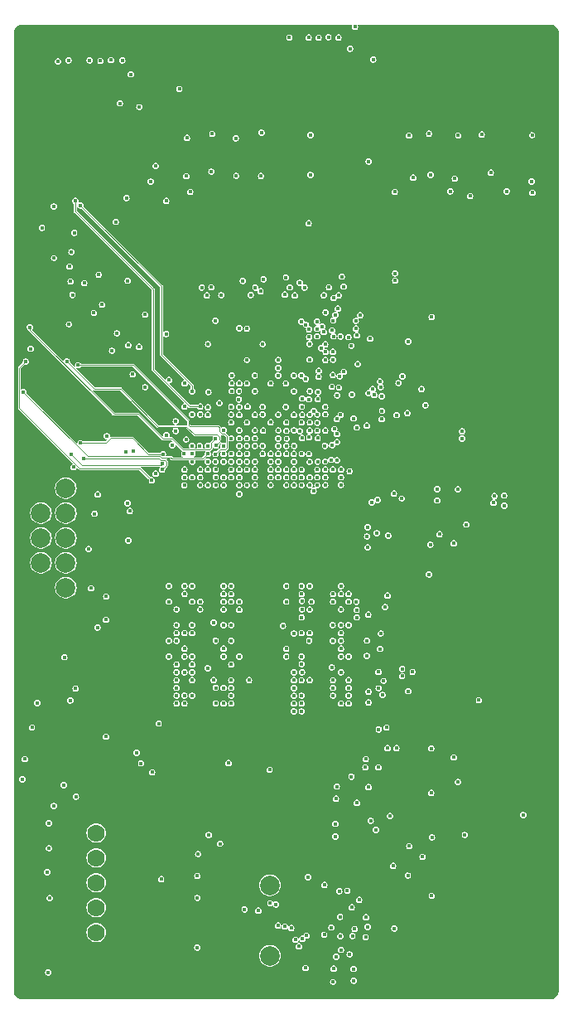
<source format=gbr>
G04 #@! TF.GenerationSoftware,KiCad,Pcbnew,7.0.1*
G04 #@! TF.CreationDate,2024-07-31T19:39:54-07:00*
G04 #@! TF.ProjectId,DFTBoard,44465442-6f61-4726-942e-6b696361645f,rev?*
G04 #@! TF.SameCoordinates,Original*
G04 #@! TF.FileFunction,Copper,L2,Inr*
G04 #@! TF.FilePolarity,Positive*
%FSLAX46Y46*%
G04 Gerber Fmt 4.6, Leading zero omitted, Abs format (unit mm)*
G04 Created by KiCad (PCBNEW 7.0.1) date 2024-07-31 19:39:54*
%MOMM*%
%LPD*%
G01*
G04 APERTURE LIST*
G04 #@! TA.AperFunction,ComponentPad*
%ADD10C,3.048000*%
G04 #@! TD*
G04 #@! TA.AperFunction,ComponentPad*
%ADD11C,2.000000*%
G04 #@! TD*
G04 #@! TA.AperFunction,ComponentPad*
%ADD12C,1.600000*%
G04 #@! TD*
G04 #@! TA.AperFunction,ComponentPad*
%ADD13C,0.500000*%
G04 #@! TD*
G04 #@! TA.AperFunction,ComponentPad*
%ADD14C,1.778000*%
G04 #@! TD*
G04 #@! TA.AperFunction,ViaPad*
%ADD15C,0.450000*%
G04 #@! TD*
G04 #@! TA.AperFunction,Conductor*
%ADD16C,0.102000*%
G04 #@! TD*
G04 APERTURE END LIST*
D10*
X145645530Y-136085980D03*
X145645530Y-122944020D03*
D11*
X105450000Y-120845000D03*
X102910000Y-120845000D03*
X105450000Y-118305000D03*
X102910000Y-118305000D03*
X105450000Y-115765000D03*
X102910000Y-115765000D03*
X105450000Y-113225000D03*
X102910000Y-113225000D03*
X105450000Y-110685000D03*
X102910000Y-110685000D03*
D12*
X153290000Y-117340000D03*
X148340000Y-116740000D03*
X148340000Y-102240000D03*
X153290000Y-101640000D03*
D11*
X126325000Y-158437500D03*
X126325000Y-151237500D03*
D13*
X107000000Y-91797500D03*
X108180000Y-91797500D03*
X107000000Y-90617500D03*
X108180000Y-90617500D03*
D10*
X145520000Y-95691960D03*
X145520000Y-82550000D03*
D14*
X108550000Y-158600000D03*
X108550000Y-156060000D03*
X108550000Y-153520000D03*
X108550000Y-150980000D03*
X108550000Y-148440000D03*
X108550000Y-145900000D03*
D15*
X130270000Y-83640000D03*
X129547500Y-95974521D03*
X126375000Y-106375000D03*
X124830881Y-97975498D03*
X123975499Y-103192293D03*
X119536657Y-98831738D03*
X122372133Y-97592000D03*
X119975000Y-96892500D03*
X120775000Y-94375000D03*
X123154689Y-99198861D03*
X127878199Y-97962574D03*
X117820000Y-95780000D03*
X123275699Y-94931325D03*
X119975000Y-105592500D03*
X124775000Y-102375000D03*
X123992500Y-101560766D03*
X122360377Y-101564280D03*
X124017524Y-99132571D03*
X126377500Y-99172981D03*
X124758000Y-99983861D03*
X123975000Y-100773000D03*
X125567500Y-100794444D03*
X117591000Y-103960167D03*
X118642472Y-101896902D03*
X120791704Y-103175204D03*
X121569566Y-103182000D03*
X131490297Y-95646422D03*
X129033380Y-94788459D03*
X111895236Y-81861860D03*
X126375000Y-95975000D03*
X131173000Y-97606028D03*
X127975000Y-99175000D03*
X129598328Y-99968106D03*
X127173892Y-99992000D03*
X126387624Y-100817500D03*
X127189500Y-100830742D03*
X127977983Y-100792000D03*
X124714431Y-103999550D03*
X126360939Y-103155280D03*
X126475127Y-102030047D03*
X127175000Y-102375000D03*
X128788531Y-102379514D03*
X131190539Y-106357664D03*
X127976600Y-103185415D03*
X128775000Y-103975000D03*
X127180709Y-103984277D03*
X125589379Y-103960621D03*
X123959880Y-104783687D03*
X122376273Y-104786566D03*
X123203016Y-103972787D03*
X121560942Y-103972787D03*
X124775000Y-107175000D03*
X122376543Y-106375000D03*
X119192500Y-107172813D03*
X117575000Y-106375000D03*
X121575000Y-108775000D03*
X130374017Y-108783777D03*
X127975000Y-107975000D03*
X127175000Y-110375000D03*
X123975000Y-109575000D03*
X132775000Y-109575000D03*
X135175000Y-131075000D03*
X134375000Y-125475000D03*
X135175000Y-125475000D03*
X135175000Y-121475000D03*
X135175000Y-124675000D03*
X134375000Y-127075000D03*
X134375000Y-123875000D03*
X127975000Y-121475000D03*
X115975000Y-121475000D03*
X115975000Y-129475000D03*
X122375000Y-123075000D03*
X123175000Y-130275000D03*
X116215372Y-133234628D03*
X123175000Y-120675000D03*
X116775000Y-127075000D03*
X122375000Y-125475000D03*
X122375000Y-123875000D03*
X122375000Y-127075000D03*
X116775000Y-123875000D03*
X115975000Y-125475000D03*
X115975000Y-131075000D03*
X115975000Y-123875000D03*
X123175000Y-121475000D03*
X123175000Y-132675000D03*
X115975000Y-123075000D03*
X127975000Y-133475000D03*
X118375000Y-121475000D03*
X127975000Y-123875000D03*
X132375107Y-92267211D03*
X121558000Y-105573552D03*
X132792000Y-95975000D03*
X123821369Y-94982500D03*
X129589938Y-106382094D03*
X108707500Y-119540000D03*
X150580002Y-78508000D03*
X127940000Y-75020000D03*
X142796001Y-135286250D03*
X118560000Y-76900000D03*
X130375000Y-121475000D03*
X141920000Y-97610000D03*
X133192592Y-98759728D03*
X150340000Y-161680000D03*
X139100000Y-79300000D03*
X129150000Y-80330000D03*
X103960000Y-76200000D03*
X145510000Y-127330000D03*
X139747500Y-139051415D03*
X116987528Y-98023030D03*
X116730000Y-73140000D03*
X132010000Y-103975000D03*
X135175000Y-132675000D03*
X110340000Y-157960000D03*
X145447823Y-126450947D03*
X106450000Y-96830533D03*
X123704915Y-147992500D03*
X134820000Y-72900000D03*
X140930000Y-161530000D03*
X151030000Y-76200000D03*
X134375000Y-123075000D03*
X101150000Y-99960000D03*
X131225000Y-145525000D03*
X150040000Y-91170000D03*
X127950000Y-78200000D03*
X139834159Y-148410761D03*
X112600351Y-155974565D03*
X128380000Y-68840000D03*
X110387741Y-138232500D03*
X146790000Y-85265000D03*
X141200000Y-103910000D03*
X122230000Y-160820000D03*
X128451907Y-143413720D03*
X142050000Y-150027500D03*
X142490000Y-156900000D03*
X115140000Y-75250000D03*
X146220000Y-152200000D03*
X113360000Y-67690000D03*
X146127076Y-143462836D03*
X128795486Y-124469394D03*
X143765214Y-144082932D03*
X115290000Y-145840000D03*
X138420811Y-113008703D03*
X124905000Y-138915000D03*
X134713181Y-97109882D03*
X139299044Y-148586036D03*
X103800000Y-101375000D03*
X154080000Y-91290000D03*
X129367131Y-155917000D03*
X107198423Y-109042500D03*
X119480010Y-89623780D03*
X134375000Y-129475000D03*
X113140000Y-74880000D03*
X142729597Y-99251597D03*
X135470000Y-65427500D03*
X146271792Y-161351472D03*
X125695202Y-135117500D03*
X149910000Y-152150000D03*
X135310000Y-69270000D03*
X111982500Y-102027500D03*
X128776054Y-127881990D03*
X127305000Y-139515000D03*
X107475000Y-88025000D03*
X107927202Y-132835469D03*
X142796001Y-134475000D03*
X118926621Y-98221701D03*
X127975000Y-131876043D03*
X117780000Y-82020000D03*
X142342500Y-86741135D03*
X143432500Y-107510000D03*
X147670000Y-109748498D03*
X123168001Y-131875000D03*
X127981758Y-123049133D03*
X146780000Y-93025000D03*
X123730000Y-144247500D03*
X127975262Y-130281990D03*
X114790000Y-67140000D03*
X147670000Y-112748498D03*
X138164583Y-101681570D03*
X115810000Y-84070000D03*
X135089852Y-120653218D03*
X126375000Y-94375000D03*
X138059000Y-128375000D03*
X117010000Y-72080000D03*
X137319425Y-109283095D03*
X123750000Y-76850000D03*
X132420061Y-101126509D03*
X121076307Y-64277500D03*
X138581399Y-104035233D03*
X132680000Y-68500000D03*
X147006286Y-126394481D03*
X106555000Y-139415000D03*
X147380000Y-106748498D03*
X115750000Y-135800000D03*
X134550000Y-136820000D03*
X153080000Y-137520000D03*
X146258706Y-115159875D03*
X120720000Y-72150000D03*
X133084629Y-143535289D03*
X132010000Y-83540000D03*
X147420000Y-105248498D03*
X151175000Y-143275000D03*
X121330000Y-148265000D03*
X103190000Y-74750000D03*
X102524998Y-92762500D03*
X153850000Y-87090000D03*
X143400000Y-149152500D03*
X137445000Y-134193750D03*
X137416500Y-138292500D03*
X121375000Y-89425000D03*
X109560000Y-69070000D03*
X136320000Y-112735000D03*
X110917460Y-99597460D03*
X124775000Y-101559386D03*
X129980000Y-161460000D03*
X103410000Y-67000000D03*
X123805000Y-143520841D03*
X110929960Y-86345040D03*
X106680000Y-101250000D03*
X147790000Y-127410000D03*
X101495000Y-83875000D03*
X101370000Y-106280000D03*
X125650000Y-86040000D03*
X102471500Y-139275000D03*
X128170000Y-72130000D03*
X128392076Y-135097500D03*
X110620000Y-156280000D03*
X150180000Y-157080000D03*
X101500000Y-86175000D03*
X137945525Y-84208398D03*
X116970000Y-71040000D03*
X123168010Y-125479013D03*
X147300000Y-108231502D03*
X119880000Y-84350000D03*
X129890000Y-147110000D03*
X102805000Y-134131500D03*
X135510000Y-75360000D03*
X137825039Y-91919959D03*
X132330000Y-87420000D03*
X109079961Y-84495041D03*
X123974617Y-93645502D03*
X120360000Y-68440000D03*
X144292500Y-101471139D03*
X135627076Y-141337836D03*
X107460000Y-133980000D03*
X138552688Y-97292232D03*
X112450000Y-157960000D03*
X104200000Y-95525000D03*
X134596264Y-104355500D03*
X106820000Y-67050000D03*
X124110000Y-68350000D03*
X134836502Y-90600000D03*
X108761000Y-130115000D03*
X127090000Y-134480033D03*
X136314503Y-111653311D03*
X120280000Y-80340000D03*
X152710000Y-126870000D03*
X150410000Y-84330000D03*
X152541515Y-120294714D03*
X112082500Y-104314818D03*
X123660000Y-82780000D03*
X102020000Y-123830000D03*
X112250645Y-110323734D03*
X139730000Y-68270000D03*
X108575000Y-141850000D03*
X149970000Y-87090000D03*
X141620000Y-95740000D03*
X154250000Y-78590000D03*
X106555000Y-137340000D03*
X136464587Y-146272539D03*
X146320000Y-157160000D03*
X104360000Y-103120000D03*
X109992500Y-93875000D03*
X118393010Y-110377075D03*
X123175000Y-124680510D03*
X107575000Y-86350000D03*
X134650000Y-74740000D03*
X127875000Y-126075000D03*
X120110584Y-93693084D03*
X132050000Y-76000000D03*
X133557027Y-103187119D03*
X130375255Y-104809176D03*
X111651872Y-81061000D03*
X125589540Y-95977540D03*
X130362223Y-95957144D03*
X123189431Y-94356257D03*
X123972006Y-97592000D03*
X120038000Y-100884628D03*
X127155909Y-97587169D03*
X133553413Y-95186818D03*
X118348000Y-106375000D03*
X119174409Y-103145743D03*
X117577540Y-108777540D03*
X119992500Y-95975000D03*
X120760313Y-93589687D03*
X123975000Y-94375000D03*
X130467500Y-74608480D03*
X145122500Y-138181250D03*
X137830000Y-131790000D03*
X102529275Y-132625500D03*
X126280000Y-139440000D03*
X131170000Y-103170000D03*
X138100000Y-122820000D03*
X146410000Y-114390000D03*
X112294941Y-99049979D03*
X131281761Y-99292853D03*
X130087251Y-156379875D03*
X109000000Y-67040000D03*
X141925000Y-148325000D03*
X133652279Y-89077801D03*
X131958500Y-97592703D03*
X150260000Y-111430000D03*
X136100000Y-156525000D03*
X145545000Y-140681250D03*
X108707500Y-111315000D03*
X142796001Y-141801880D03*
X136090000Y-139187500D03*
X134236290Y-151778790D03*
X136388500Y-132560000D03*
X101850000Y-96450533D03*
X117590474Y-99974500D03*
X136360000Y-123600000D03*
X153070000Y-79371500D03*
X134470371Y-108939629D03*
X136399669Y-100977355D03*
X106230617Y-108528923D03*
X105775000Y-93950000D03*
X150280000Y-112470000D03*
X105912810Y-132362810D03*
X117574999Y-102339999D03*
X129580000Y-107182500D03*
X152224998Y-144059999D03*
X104250000Y-87175000D03*
X131120000Y-93680000D03*
X153120000Y-74646998D03*
X135436960Y-152727960D03*
X122091657Y-138761577D03*
X130467500Y-78699939D03*
X106450000Y-131150000D03*
X129637425Y-156707640D03*
X140565040Y-147240040D03*
X110675000Y-94875000D03*
X138582962Y-144154164D03*
X131190000Y-107970000D03*
X131192100Y-105557900D03*
X135224782Y-142819702D03*
X103000000Y-84100000D03*
X111742500Y-112211187D03*
X111979000Y-113012428D03*
X142861442Y-93204184D03*
X103655000Y-160125000D03*
X101980000Y-135115000D03*
X109650000Y-105375000D03*
X121206074Y-146997500D03*
X105950000Y-89575000D03*
X120066427Y-146099596D03*
X101000000Y-140410002D03*
X138330000Y-121649380D03*
X108405000Y-113290000D03*
X107325000Y-89745000D03*
X110167008Y-96647833D03*
X111842500Y-116020758D03*
X145130000Y-116320000D03*
X107780000Y-116890000D03*
X132619960Y-155544960D03*
X133480000Y-154450000D03*
X147695000Y-132330000D03*
X133530000Y-156430000D03*
X134750000Y-156425000D03*
X134982540Y-155682540D03*
X129955151Y-159682500D03*
X131866591Y-156298329D03*
X132825000Y-159752500D03*
X134673636Y-153491284D03*
X132780000Y-161090000D03*
X133150000Y-141150000D03*
X133575000Y-157825000D03*
X134875000Y-159775000D03*
X134482460Y-158282460D03*
X133100000Y-158525000D03*
X134900000Y-160975000D03*
X104216054Y-143128341D03*
X140456210Y-131408710D03*
X137760000Y-103631415D03*
X115975000Y-126275000D03*
X133575000Y-129475000D03*
X136305000Y-114665000D03*
X127175230Y-105601183D03*
X127977143Y-127081990D03*
X125575000Y-107175000D03*
X122381892Y-105592500D03*
X120575000Y-130275000D03*
X127175000Y-107975000D03*
X133575000Y-127075000D03*
X121575000Y-127075000D03*
X127175000Y-107175000D03*
X133575000Y-127875000D03*
X121575000Y-127875000D03*
X128759482Y-107175725D03*
X118375000Y-127875000D03*
X129570512Y-127881990D03*
X128775000Y-107975000D03*
X118375000Y-129475000D03*
X129600633Y-129481990D03*
X131174298Y-108783777D03*
X123175000Y-127875000D03*
X134375000Y-127875000D03*
X127975000Y-108775000D03*
X118375000Y-128675000D03*
X129575000Y-128650000D03*
X124775000Y-106375000D03*
X122375000Y-130275000D03*
X134375000Y-130275000D03*
X124769494Y-105595466D03*
X116775000Y-129475000D03*
X128775000Y-130281990D03*
X118375000Y-130275000D03*
X130375000Y-130275000D03*
X126369667Y-107968010D03*
X123975000Y-107975000D03*
X118375000Y-131875000D03*
X129575000Y-131875000D03*
X126375000Y-107175000D03*
X121575000Y-131075000D03*
X132781990Y-131076598D03*
X123175000Y-108775000D03*
X119975000Y-129075000D03*
X132648254Y-128988488D03*
X123975000Y-106375000D03*
X122375000Y-131075000D03*
X134375000Y-131075000D03*
X123175000Y-105592500D03*
X134375000Y-131875000D03*
X122375000Y-131875000D03*
X123975000Y-107175000D03*
X128775000Y-131876043D03*
X116775000Y-131075000D03*
X124775000Y-107975000D03*
X116775000Y-130275000D03*
X128774381Y-131081990D03*
X123175000Y-107175000D03*
X122375000Y-132675000D03*
X134375000Y-132675000D03*
X120775000Y-132675000D03*
X132775000Y-131875000D03*
X121586368Y-107175525D03*
X122375000Y-107175000D03*
X117575000Y-131875000D03*
X129575000Y-132675000D03*
X123175000Y-106375000D03*
X116775000Y-131875000D03*
X128775000Y-132675000D03*
X122375000Y-107975000D03*
X120775000Y-131075000D03*
X132775000Y-130275000D03*
X127975000Y-107175000D03*
X115975000Y-127875000D03*
X127975000Y-127875000D03*
X127175000Y-106375000D03*
X117575000Y-127875000D03*
X127975000Y-122275000D03*
X123175000Y-110375000D03*
X135175000Y-123875000D03*
X121557500Y-106362208D03*
X128775000Y-109575000D03*
X126375000Y-108775000D03*
X123975000Y-105592500D03*
X112308885Y-106856195D03*
X130775000Y-110975000D03*
X137450000Y-135314143D03*
X129575000Y-121475000D03*
X137255000Y-115275000D03*
X135172726Y-123121704D03*
X123175000Y-122275000D03*
X127975000Y-120675000D03*
X114625000Y-109200000D03*
X129581990Y-123068203D03*
X135168010Y-122281528D03*
X133575000Y-121475000D03*
X114938625Y-134711526D03*
X122375000Y-120675000D03*
X117579913Y-121468010D03*
X113575000Y-100375000D03*
X116781990Y-123062268D03*
X138343632Y-137222500D03*
X136399622Y-141208301D03*
X136300000Y-116725000D03*
X136255000Y-115615000D03*
X133575000Y-125475000D03*
X138420811Y-115530187D03*
X115975000Y-120675000D03*
X116775000Y-126275000D03*
X123175000Y-107975000D03*
X137416500Y-139187500D03*
X119975000Y-108775000D03*
X115975000Y-122275000D03*
X123175000Y-123093010D03*
X122377500Y-102375531D03*
X122405118Y-99174937D03*
X122405255Y-99983861D03*
X122392897Y-100768861D03*
X131836502Y-90990000D03*
X131957900Y-95992100D03*
X134658653Y-96152552D03*
X133840000Y-90100000D03*
X132010000Y-96775000D03*
X127970000Y-89160000D03*
X131538508Y-96396562D03*
X125680000Y-89350000D03*
X112084701Y-68419781D03*
X116692187Y-103847813D03*
X121170000Y-101990000D03*
X111220000Y-67000000D03*
X110050000Y-66970000D03*
X119960000Y-103190000D03*
X119162500Y-106355680D03*
X107880000Y-67000000D03*
X116690000Y-104850000D03*
X105730000Y-67000000D03*
X119982841Y-102418784D03*
X104660000Y-67110000D03*
X115990290Y-99635210D03*
X115700000Y-94950000D03*
X114630000Y-77780000D03*
X120576032Y-124393912D03*
X117557956Y-110377543D03*
X117575000Y-109575000D03*
X116775000Y-124675000D03*
X122375000Y-124675000D03*
X120775000Y-110375000D03*
X119175000Y-108775000D03*
X116775000Y-125475000D03*
X119975000Y-110375000D03*
X122375000Y-126275000D03*
X120775000Y-126275000D03*
X119179021Y-110375000D03*
X122375000Y-108775000D03*
X119175000Y-122275000D03*
X123975000Y-108775000D03*
X122375000Y-121475000D03*
X121575000Y-110375000D03*
X118375000Y-120675000D03*
X118375000Y-125475000D03*
X119175000Y-109575000D03*
X120775000Y-109575000D03*
X121575000Y-124675000D03*
X120775000Y-108775000D03*
X128775000Y-133475000D03*
X116775000Y-132675000D03*
X118375000Y-109575000D03*
X117575000Y-125475000D03*
X118375000Y-124675000D03*
X118380000Y-107990000D03*
X119975000Y-107975000D03*
X117569000Y-127075000D03*
X117575000Y-132675000D03*
X129575000Y-133475000D03*
X120763766Y-107979814D03*
X124775000Y-108775000D03*
X121575000Y-123075000D03*
X124775000Y-110375000D03*
X119175000Y-123075000D03*
X133387096Y-100412000D03*
X126930660Y-153187500D03*
X123175000Y-109575000D03*
X121575000Y-121475000D03*
X121575000Y-132675000D03*
X133575000Y-132675000D03*
X121579903Y-107975000D03*
X124775000Y-109575000D03*
X122375000Y-122275000D03*
X122375000Y-109575000D03*
X121575000Y-122275000D03*
X121575000Y-109575000D03*
X117575000Y-120675000D03*
X118375000Y-122275000D03*
X123175000Y-111275000D03*
X123975000Y-110375000D03*
X121575000Y-120675000D03*
X126375000Y-110375000D03*
X127650000Y-124750000D03*
X129575000Y-110375000D03*
X133575000Y-124675000D03*
X127175000Y-109575000D03*
X129575000Y-125475000D03*
X127979044Y-106376374D03*
X116775000Y-128675000D03*
X128768007Y-129487317D03*
X129578207Y-108773833D03*
X129575000Y-123875000D03*
X129575000Y-109575000D03*
X134375000Y-124675000D03*
X127975000Y-110375000D03*
X132725000Y-124675000D03*
X127975000Y-109575000D03*
X130375000Y-125475000D03*
X126375000Y-109575000D03*
X130338314Y-126268010D03*
X117575000Y-129475000D03*
X125575000Y-106375000D03*
X129575000Y-130275000D03*
X133879994Y-98790000D03*
X128500000Y-155600000D03*
X133464133Y-99273936D03*
X127850000Y-155450000D03*
X127130000Y-155340000D03*
X137583937Y-99788937D03*
X132634344Y-100330881D03*
X126361028Y-153070604D03*
X125575000Y-102375000D03*
X127975000Y-103975000D03*
X124037323Y-102342243D03*
X123975000Y-103972787D03*
X128775778Y-100802000D03*
X129587378Y-103182784D03*
X125588859Y-103154780D03*
X129575000Y-103975000D03*
X129589139Y-105558000D03*
X129379370Y-104858743D03*
X124777500Y-100772856D03*
X135298622Y-98014500D03*
X138907460Y-149257460D03*
X109567500Y-136054211D03*
X133065202Y-142399194D03*
X141810000Y-100560000D03*
X127166318Y-98400706D03*
X123172000Y-102410457D03*
X140419040Y-150246040D03*
X142207500Y-102226863D03*
X131878285Y-151197341D03*
X114267540Y-139702460D03*
X123145377Y-101625457D03*
X124775000Y-104785050D03*
X123980479Y-99983861D03*
X124758000Y-99187253D03*
X126376437Y-99992000D03*
X127958892Y-99992000D03*
X122375000Y-103972787D03*
X123194478Y-99983861D03*
X132788671Y-97560765D03*
X123177343Y-103195457D03*
X123175030Y-104779027D03*
X127175000Y-99186377D03*
X128762804Y-99192500D03*
X122375000Y-103175000D03*
X108675000Y-124900000D03*
X128774998Y-104775000D03*
X136560709Y-95424210D03*
X109580000Y-121740000D03*
X106480000Y-142190000D03*
X123148000Y-100770095D03*
X105250000Y-141000000D03*
X116318510Y-106289834D03*
X109567500Y-124125000D03*
X127187266Y-104787964D03*
X140447773Y-95701301D03*
X136321500Y-155475000D03*
X136157540Y-154507540D03*
X142896489Y-146350002D03*
X146255000Y-146090000D03*
X133005000Y-144965000D03*
X133003396Y-146241525D03*
X118402151Y-107178584D03*
X128925000Y-156800000D03*
X118374999Y-103142500D03*
X105290000Y-127940000D03*
X115720000Y-81350000D03*
X104230000Y-81920000D03*
X120337002Y-78358500D03*
X130333547Y-105497500D03*
X125604416Y-104798040D03*
X126383013Y-103950069D03*
X134877134Y-103562000D03*
X101244990Y-138344988D03*
X108025000Y-120900000D03*
X117556941Y-107174021D03*
X129580500Y-102368426D03*
X129549142Y-99166981D03*
X137642470Y-100367486D03*
X101775000Y-94250000D03*
X120773000Y-105600000D03*
X115378090Y-107196288D03*
X106950000Y-106075000D03*
X115296500Y-108800000D03*
X107250000Y-107650000D03*
X106700000Y-98125000D03*
X120761378Y-107194058D03*
X105550000Y-97750000D03*
X120795267Y-106316467D03*
X115332753Y-108184789D03*
X106003186Y-107213490D03*
X101092000Y-100875000D03*
X119972663Y-107172663D03*
X119957283Y-106368000D03*
X135191639Y-104486152D03*
X111590000Y-107020000D03*
X114250000Y-109875000D03*
X101375000Y-97750000D03*
X118895000Y-157585002D03*
X121567315Y-104757787D03*
X136809452Y-100564774D03*
X133405020Y-151840060D03*
X135200000Y-95080000D03*
X129370000Y-89710000D03*
X128852616Y-91007500D03*
X132797171Y-93562905D03*
X132022437Y-92729563D03*
X128337813Y-90177813D03*
X133270000Y-92360000D03*
X129850000Y-90190000D03*
X132670000Y-94570000D03*
X127852000Y-90920000D03*
X125351685Y-90576606D03*
X131150477Y-94412640D03*
X133336502Y-90990000D03*
X132813035Y-95177749D03*
X134340000Y-95260000D03*
X132820000Y-91260000D03*
X132770000Y-96766500D03*
X132350000Y-90150000D03*
X133160453Y-103612411D03*
X139827500Y-129150000D03*
X132891674Y-104652119D03*
X139827500Y-129880000D03*
X131175000Y-110375000D03*
X129581990Y-122206990D03*
X131975000Y-110375000D03*
X130575000Y-122275000D03*
X133575000Y-110360073D03*
X133575000Y-120675000D03*
X130375000Y-123075000D03*
X133575000Y-109575000D03*
X131175000Y-109575000D03*
X132775000Y-122275000D03*
X131975000Y-109575000D03*
X132775000Y-121475000D03*
X130375000Y-110375000D03*
X129575000Y-120675000D03*
X132757500Y-108777540D03*
X134375000Y-122275000D03*
X130375000Y-109575000D03*
X130375000Y-120675000D03*
X134375000Y-121475000D03*
X131975000Y-108783777D03*
X133592000Y-108781540D03*
X133575000Y-123075000D03*
X128775000Y-110375000D03*
X133575000Y-126275000D03*
X128775000Y-108775000D03*
X132768010Y-126281990D03*
X127175000Y-108775000D03*
X128775000Y-125525000D03*
X130810000Y-102810000D03*
X120430000Y-74500000D03*
X139050001Y-155637001D03*
X142592500Y-119487258D03*
X142870000Y-152310000D03*
X136622460Y-144652460D03*
X139874678Y-99250401D03*
X145550000Y-110800000D03*
X131952829Y-107962905D03*
X132582544Y-107791830D03*
X143432500Y-110771906D03*
X133171627Y-107832400D03*
X143432500Y-111940373D03*
X133190000Y-105970000D03*
X145978402Y-105605000D03*
X133180000Y-105160000D03*
X145978402Y-104875000D03*
X139240000Y-137222500D03*
X136105686Y-138348006D03*
X129289960Y-157464960D03*
X115725616Y-105257500D03*
X137432500Y-131112500D03*
X137941600Y-130352697D03*
X137421500Y-129450000D03*
X136388500Y-131460000D03*
X136215000Y-127810000D03*
X137585000Y-127090000D03*
X137630000Y-125530000D03*
X136260000Y-126250000D03*
X124175000Y-130275000D03*
X142796001Y-137250000D03*
X117737340Y-105717741D03*
X138219431Y-135123396D03*
X122375000Y-128675000D03*
X132999906Y-93006680D03*
X139137496Y-88755980D03*
X130370087Y-97545713D03*
X123560000Y-89510000D03*
X124350000Y-90970000D03*
X131151086Y-95174107D03*
X124836502Y-90200000D03*
X130333643Y-94461265D03*
X124768508Y-103189687D03*
X127175000Y-103175000D03*
X127962092Y-102392069D03*
X128762460Y-103187540D03*
X131958000Y-102377455D03*
X135106001Y-93599061D03*
X139137496Y-89485980D03*
X136740000Y-112120000D03*
X149300000Y-111480000D03*
X149173587Y-112162743D03*
X137330000Y-111880000D03*
X138989000Y-111245134D03*
X132690000Y-106280000D03*
X131950000Y-106373999D03*
X139812500Y-111730000D03*
X117773028Y-78822810D03*
X127987215Y-104823854D03*
X139465919Y-99948600D03*
X137163563Y-145573563D03*
X123735027Y-153692500D03*
X130200000Y-150400000D03*
X145580000Y-74670000D03*
X133205061Y-101196518D03*
X131173096Y-104807924D03*
X117830000Y-74920000D03*
X135102000Y-94393561D03*
X131834295Y-94737160D03*
X135547501Y-93025348D03*
X131681671Y-94176044D03*
X130332540Y-95246993D03*
X121352187Y-90977813D03*
X147970000Y-74580000D03*
X134692557Y-101123057D03*
X129634627Y-101521137D03*
X145219965Y-79064530D03*
X131174999Y-104010001D03*
X125420000Y-78800000D03*
X125480000Y-74380000D03*
X131193060Y-101587079D03*
X122890000Y-78790000D03*
X131957900Y-104792100D03*
X129994220Y-99542178D03*
X120336502Y-90170000D03*
X119853498Y-91010000D03*
X130003124Y-93995410D03*
X130390000Y-103180000D03*
X142753575Y-78688979D03*
X131970000Y-103140000D03*
X122830000Y-74960000D03*
X148891500Y-78470000D03*
X130410000Y-103975000D03*
X119337632Y-90187583D03*
X129519482Y-93667155D03*
X130298000Y-101610461D03*
X140952500Y-78971732D03*
X130407700Y-100783638D03*
X140560000Y-74680000D03*
X142593634Y-74483022D03*
X131227056Y-100862135D03*
X139080000Y-80430000D03*
X108825000Y-88875000D03*
X114130000Y-79380000D03*
X106300000Y-84600000D03*
X118170000Y-80430000D03*
X105825000Y-88050000D03*
X106025000Y-86575000D03*
X106127500Y-90957500D03*
X112970000Y-71760000D03*
X110960000Y-71380000D03*
X110546372Y-83488716D03*
X150530000Y-80368500D03*
X144760861Y-80365300D03*
X153160000Y-80520000D03*
X146780000Y-80860000D03*
X136877460Y-66922540D03*
X135010000Y-63579500D03*
X134500000Y-65820000D03*
X118910000Y-152530000D03*
X140368530Y-103013611D03*
X136416288Y-77331497D03*
X118890000Y-150272500D03*
X139290000Y-103220000D03*
X113150000Y-138775000D03*
X111850000Y-96075000D03*
X128310000Y-64670000D03*
X111790000Y-89500000D03*
X112952540Y-96252540D03*
X112700000Y-137700000D03*
X113560000Y-92960000D03*
X108326869Y-92791000D03*
X109150000Y-91950000D03*
X117050000Y-69930000D03*
X130280000Y-64670000D03*
X128050000Y-105630000D03*
X131280000Y-64680000D03*
X128807500Y-106377295D03*
X130325248Y-107187979D03*
X132300000Y-64640000D03*
X133320000Y-64670000D03*
X130368243Y-108002730D03*
X137790000Y-102800000D03*
X140920000Y-129430000D03*
X103710000Y-144890000D03*
X142720000Y-116460000D03*
X103560000Y-149880000D03*
X137739521Y-101284749D03*
X115190000Y-150610000D03*
X137000000Y-101158500D03*
X103800000Y-152540000D03*
X131320258Y-98712626D03*
X125120000Y-153830000D03*
X132730000Y-99120000D03*
X118990000Y-148050000D03*
X136230000Y-104290000D03*
X103730000Y-147460000D03*
X134660000Y-140140000D03*
X106950000Y-81820000D03*
X118375000Y-100775000D03*
X119180000Y-102340000D03*
X106410000Y-81350000D03*
X143645650Y-115390570D03*
D16*
X120773000Y-105600000D02*
X120350500Y-106022500D01*
X116294714Y-105650500D02*
X115395666Y-105650500D01*
X120120286Y-106769313D02*
X117413527Y-106769313D01*
X112861664Y-103116498D02*
X110361419Y-103116498D01*
X120350500Y-106022500D02*
X120350500Y-106539099D01*
X117413527Y-106769313D02*
X116294714Y-105650500D01*
X120350500Y-106539099D02*
X120120286Y-106769313D01*
X115395666Y-105650500D02*
X112861664Y-103116498D01*
X101775000Y-94530079D02*
X101775000Y-94250000D01*
X110361419Y-103116498D02*
X101775000Y-94530079D01*
X112245286Y-105572327D02*
X113869247Y-107196288D01*
X113869247Y-107196288D02*
X115378090Y-107196288D01*
X110027673Y-105572327D02*
X112245286Y-105572327D01*
X109525000Y-106075000D02*
X110027673Y-105572327D01*
X106950000Y-106075000D02*
X109525000Y-106075000D01*
X115725500Y-108371000D02*
X115725500Y-107959674D01*
X114988929Y-107650000D02*
X107250000Y-107650000D01*
X115131218Y-107792289D02*
X114988929Y-107650000D01*
X115296500Y-108800000D02*
X115725500Y-108371000D01*
X115558115Y-107792289D02*
X115131218Y-107792289D01*
X115725500Y-107959674D02*
X115558115Y-107792289D01*
X117984000Y-103797381D02*
X112311619Y-98125000D01*
X121404714Y-105150287D02*
X121145783Y-104891356D01*
X121754329Y-106755208D02*
X121950500Y-106559037D01*
X118084463Y-104384463D02*
X117984000Y-104284000D01*
X117984000Y-104284000D02*
X117984000Y-103797381D01*
X121145783Y-104495783D02*
X121034463Y-104384463D01*
X121950500Y-105400500D02*
X121700287Y-105150287D01*
X112311619Y-98125000D02*
X106700000Y-98125000D01*
X121700287Y-105150287D02*
X121404714Y-105150287D01*
X120761378Y-107194058D02*
X121200228Y-106755208D01*
X121200228Y-106755208D02*
X121754329Y-106755208D01*
X121950500Y-106559037D02*
X121950500Y-105400500D01*
X121034463Y-104384463D02*
X118084463Y-104384463D01*
X121145783Y-104891356D02*
X121145783Y-104495783D01*
X120795267Y-106316467D02*
X121204392Y-105907342D01*
X108362500Y-100562500D02*
X105550000Y-97750000D01*
X111072579Y-100562500D02*
X108362500Y-100562500D01*
X117790788Y-104400000D02*
X114910079Y-104400000D01*
X121204392Y-105775023D02*
X121165500Y-105736131D01*
X118590288Y-105199500D02*
X117790788Y-104400000D01*
X114910079Y-104400000D02*
X111072579Y-100562500D01*
X120941812Y-105199500D02*
X118590288Y-105199500D01*
X121165500Y-105736131D02*
X121165500Y-105423188D01*
X121165500Y-105423188D02*
X120941812Y-105199500D01*
X121204392Y-105907342D02*
X121204392Y-105775023D01*
X106003186Y-107213490D02*
X107114696Y-108325000D01*
X115192542Y-108325000D02*
X115332753Y-108184789D01*
X107114696Y-108325000D02*
X115192542Y-108325000D01*
X115073222Y-107446499D02*
X107663499Y-107446499D01*
X119972663Y-107172663D02*
X119448827Y-107696499D01*
X115586957Y-107542500D02*
X115540669Y-107588788D01*
X116180294Y-107542500D02*
X115586957Y-107542500D01*
X115540669Y-107588788D02*
X115215511Y-107588788D01*
X115215511Y-107588788D02*
X115073222Y-107446499D01*
X116334293Y-107696499D02*
X116180294Y-107542500D01*
X107663499Y-107446499D02*
X101092000Y-100875000D01*
X119448827Y-107696499D02*
X116334293Y-107696499D01*
X101375000Y-97750000D02*
X100699500Y-98425500D01*
X100699500Y-98425500D02*
X100699500Y-102474500D01*
X106875000Y-108650000D02*
X113025000Y-108650000D01*
X113025000Y-108650000D02*
X114250000Y-109875000D01*
X100699500Y-102474500D02*
X106875000Y-108650000D01*
X118375000Y-100203240D02*
X115225000Y-97053240D01*
X115225000Y-97053240D02*
X115225000Y-90085000D01*
X115225000Y-90085000D02*
X106960000Y-81820000D01*
X118375000Y-100775000D02*
X118375000Y-100203240D01*
X106960000Y-81820000D02*
X106950000Y-81820000D01*
X118140000Y-102340000D02*
X119180000Y-102340000D01*
X114362500Y-98562500D02*
X118140000Y-102340000D01*
X114362500Y-90379002D02*
X114362500Y-98562500D01*
X106410000Y-82426502D02*
X114362500Y-90379002D01*
X106410000Y-81350000D02*
X106410000Y-82426502D01*
G04 #@! TA.AperFunction,Conductor*
G36*
X119684286Y-106934511D02*
G01*
X119701387Y-106964130D01*
X119695448Y-106997813D01*
X119660165Y-107058924D01*
X119640110Y-107172663D01*
X119652899Y-107245191D01*
X119651345Y-107268908D01*
X119639014Y-107289228D01*
X119399890Y-107528354D01*
X119383669Y-107539193D01*
X119364535Y-107542999D01*
X118614731Y-107542999D01*
X118586052Y-107533957D01*
X118567746Y-107510100D01*
X118566435Y-107480058D01*
X118582592Y-107454697D01*
X118628508Y-107416168D01*
X118656901Y-107392344D01*
X118714648Y-107292323D01*
X118734703Y-107178584D01*
X118714648Y-107064845D01*
X118675946Y-106997812D01*
X118670008Y-106964131D01*
X118687109Y-106934511D01*
X118719248Y-106922813D01*
X119652147Y-106922813D01*
X119684286Y-106934511D01*
G37*
G04 #@! TD.AperFunction*
G04 #@! TA.AperFunction,Conductor*
G36*
X108311062Y-100710048D02*
G01*
X108321370Y-100716000D01*
X108342291Y-100716000D01*
X108403630Y-100716000D01*
X110988287Y-100716000D01*
X111007421Y-100719806D01*
X111023642Y-100730645D01*
X114821562Y-104528566D01*
X114821567Y-104528569D01*
X114830622Y-104537624D01*
X114844471Y-104541334D01*
X114856530Y-104546330D01*
X114867404Y-104552608D01*
X114868949Y-104553500D01*
X114889870Y-104553500D01*
X114951209Y-104553500D01*
X116396482Y-104553500D01*
X116425155Y-104562539D01*
X116443462Y-104586387D01*
X116444783Y-104616422D01*
X116437735Y-104627495D01*
X116439658Y-104628605D01*
X116377502Y-104736261D01*
X116357447Y-104850000D01*
X116377502Y-104963738D01*
X116435250Y-105063760D01*
X116523721Y-105137996D01*
X116523722Y-105137996D01*
X116523724Y-105137998D01*
X116632253Y-105177500D01*
X116747746Y-105177500D01*
X116747747Y-105177500D01*
X116856276Y-105137998D01*
X116944750Y-105063760D01*
X117002497Y-104963739D01*
X117022552Y-104850000D01*
X117009327Y-104774999D01*
X117002497Y-104736261D01*
X116940342Y-104628605D01*
X116942264Y-104627495D01*
X116935217Y-104616422D01*
X116936538Y-104586387D01*
X116954845Y-104562539D01*
X116983518Y-104553500D01*
X117706496Y-104553500D01*
X117725630Y-104557306D01*
X117741851Y-104568145D01*
X118501771Y-105328066D01*
X118501776Y-105328069D01*
X118510831Y-105337124D01*
X118524680Y-105340834D01*
X118536739Y-105345830D01*
X118549156Y-105352999D01*
X118549158Y-105353000D01*
X118570079Y-105353000D01*
X118631418Y-105353000D01*
X120450839Y-105353000D01*
X120482978Y-105364698D01*
X120500079Y-105394318D01*
X120494140Y-105428000D01*
X120460502Y-105486261D01*
X120440447Y-105600000D01*
X120453236Y-105672528D01*
X120451682Y-105696245D01*
X120439351Y-105716565D01*
X120227669Y-105928249D01*
X120227666Y-105928251D01*
X120227667Y-105928251D01*
X120212876Y-105943042D01*
X120212874Y-105943046D01*
X120209162Y-105956898D01*
X120204170Y-105968949D01*
X120197001Y-105981367D01*
X120197000Y-105981370D01*
X120197000Y-106035325D01*
X120187106Y-106065183D01*
X120161340Y-106083225D01*
X120129899Y-106082310D01*
X120123559Y-106080002D01*
X120015030Y-106040500D01*
X119899536Y-106040500D01*
X119831721Y-106065183D01*
X119791004Y-106080003D01*
X119702533Y-106154239D01*
X119644785Y-106254261D01*
X119624730Y-106367999D01*
X119644785Y-106481738D01*
X119678892Y-106540813D01*
X119684831Y-106574496D01*
X119667730Y-106604115D01*
X119635591Y-106615813D01*
X119477079Y-106615813D01*
X119444940Y-106604115D01*
X119427839Y-106574496D01*
X119433778Y-106540813D01*
X119445779Y-106520026D01*
X119474997Y-106469419D01*
X119495052Y-106355680D01*
X119484793Y-106297500D01*
X119474997Y-106241941D01*
X119474996Y-106241940D01*
X119417250Y-106141920D01*
X119382664Y-106112899D01*
X119328778Y-106067683D01*
X119328776Y-106067682D01*
X119220247Y-106028180D01*
X119104753Y-106028180D01*
X119032482Y-106054485D01*
X118996221Y-106067683D01*
X118907750Y-106141919D01*
X118850002Y-106241941D01*
X118829947Y-106355680D01*
X118850002Y-106469418D01*
X118891222Y-106540813D01*
X118897161Y-106574496D01*
X118880060Y-106604115D01*
X118847921Y-106615813D01*
X118673733Y-106615813D01*
X118641594Y-106604115D01*
X118624493Y-106574495D01*
X118630432Y-106540813D01*
X118637428Y-106528695D01*
X118660497Y-106488739D01*
X118680552Y-106375000D01*
X118680375Y-106373999D01*
X118660497Y-106261261D01*
X118627187Y-106203566D01*
X118602750Y-106161240D01*
X118594408Y-106154240D01*
X118514278Y-106087003D01*
X118514276Y-106087002D01*
X118405747Y-106047500D01*
X118290253Y-106047500D01*
X118234802Y-106067683D01*
X118181721Y-106087003D01*
X118093250Y-106161239D01*
X118035502Y-106261261D01*
X118015447Y-106374999D01*
X118035502Y-106488738D01*
X118065568Y-106540813D01*
X118071507Y-106574495D01*
X118054406Y-106604115D01*
X118022267Y-106615813D01*
X117497819Y-106615813D01*
X117462464Y-106601168D01*
X116579037Y-105717741D01*
X117404787Y-105717741D01*
X117424842Y-105831479D01*
X117482590Y-105931501D01*
X117571061Y-106005737D01*
X117571062Y-106005737D01*
X117571064Y-106005739D01*
X117679593Y-106045241D01*
X117795086Y-106045241D01*
X117795087Y-106045241D01*
X117903616Y-106005739D01*
X117992090Y-105931501D01*
X118049837Y-105831480D01*
X118069892Y-105717741D01*
X118049837Y-105604002D01*
X117992090Y-105503981D01*
X117992089Y-105503980D01*
X117903618Y-105429744D01*
X117903616Y-105429743D01*
X117795087Y-105390241D01*
X117679593Y-105390241D01*
X117608165Y-105416239D01*
X117571061Y-105429744D01*
X117482590Y-105503980D01*
X117424842Y-105604002D01*
X117404787Y-105717741D01*
X116579037Y-105717741D01*
X116385464Y-105524168D01*
X116385463Y-105524168D01*
X116374172Y-105512877D01*
X116374172Y-105512876D01*
X116366499Y-105510820D01*
X116360313Y-105509162D01*
X116348263Y-105504170D01*
X116335844Y-105497001D01*
X116335843Y-105497000D01*
X116335842Y-105497000D01*
X116314925Y-105497000D01*
X116314923Y-105497000D01*
X116052107Y-105497000D01*
X116019968Y-105485302D01*
X116002867Y-105455682D01*
X116008806Y-105422000D01*
X116038113Y-105371239D01*
X116058168Y-105257500D01*
X116049424Y-105207912D01*
X116038113Y-105143761D01*
X116021776Y-105115464D01*
X115980366Y-105043740D01*
X115980365Y-105043739D01*
X115891894Y-104969503D01*
X115891892Y-104969502D01*
X115783363Y-104930000D01*
X115667869Y-104930000D01*
X115623251Y-104946240D01*
X115559337Y-104969503D01*
X115470866Y-105043739D01*
X115413118Y-105143761D01*
X115393063Y-105257500D01*
X115402629Y-105311749D01*
X115398233Y-105342546D01*
X115376476Y-105364782D01*
X115345783Y-105369849D01*
X115318034Y-105355786D01*
X112952414Y-102990166D01*
X112952413Y-102990166D01*
X112941122Y-102978875D01*
X112941122Y-102978874D01*
X112930120Y-102975926D01*
X112927263Y-102975160D01*
X112915213Y-102970168D01*
X112902794Y-102962999D01*
X112902793Y-102962998D01*
X112902792Y-102962998D01*
X112881875Y-102962998D01*
X112881873Y-102962998D01*
X110445711Y-102962998D01*
X110410356Y-102948353D01*
X108250708Y-100788705D01*
X108236170Y-100756620D01*
X108246396Y-100722912D01*
X108276309Y-100704311D01*
X108311062Y-100710048D01*
G37*
G04 #@! TD.AperFunction*
G04 #@! TA.AperFunction,Conductor*
G36*
X121651350Y-105318432D02*
G01*
X121782355Y-105449437D01*
X121797000Y-105484792D01*
X121797000Y-106029454D01*
X121787106Y-106059312D01*
X121761340Y-106077354D01*
X121729899Y-106076439D01*
X121723776Y-106074210D01*
X121615247Y-106034708D01*
X121499753Y-106034708D01*
X121467358Y-106046499D01*
X121388357Y-106075253D01*
X121355183Y-106075614D01*
X121329085Y-106055131D01*
X121321554Y-106022821D01*
X121335902Y-105992912D01*
X121342016Y-105986799D01*
X121345727Y-105972945D01*
X121350721Y-105960890D01*
X121357891Y-105948472D01*
X121357891Y-105933377D01*
X121357892Y-105933369D01*
X121357892Y-105733895D01*
X121357891Y-105733891D01*
X121350722Y-105721474D01*
X121345727Y-105709415D01*
X121342016Y-105695567D01*
X121342016Y-105695566D01*
X121342015Y-105695565D01*
X121333642Y-105687192D01*
X121319000Y-105651839D01*
X121319000Y-105382060D01*
X121318999Y-105382056D01*
X121317111Y-105378786D01*
X121311173Y-105345103D01*
X121328274Y-105315484D01*
X121360413Y-105303787D01*
X121363584Y-105303787D01*
X121384505Y-105303787D01*
X121445844Y-105303787D01*
X121615995Y-105303787D01*
X121651350Y-105318432D01*
G37*
G04 #@! TD.AperFunction*
G04 #@! TA.AperFunction,Conductor*
G36*
X112262682Y-98293145D02*
G01*
X117815855Y-103846318D01*
X117830500Y-103881673D01*
X117830500Y-104196500D01*
X117815855Y-104231855D01*
X117780500Y-104246500D01*
X116837912Y-104246500D01*
X116805773Y-104234802D01*
X116788672Y-104205183D01*
X116794611Y-104171500D01*
X116820810Y-104149515D01*
X116858463Y-104135811D01*
X116946937Y-104061573D01*
X117004684Y-103961552D01*
X117024739Y-103847813D01*
X117004684Y-103734074D01*
X116946937Y-103634053D01*
X116921144Y-103612410D01*
X116858465Y-103559816D01*
X116858463Y-103559815D01*
X116749934Y-103520313D01*
X116634440Y-103520313D01*
X116559746Y-103547500D01*
X116525908Y-103559816D01*
X116437437Y-103634052D01*
X116379689Y-103734074D01*
X116359634Y-103847813D01*
X116379689Y-103961551D01*
X116437437Y-104061573D01*
X116525908Y-104135809D01*
X116525909Y-104135809D01*
X116525911Y-104135811D01*
X116563563Y-104149515D01*
X116589763Y-104171500D01*
X116595702Y-104205183D01*
X116578601Y-104234802D01*
X116546462Y-104246500D01*
X114994371Y-104246500D01*
X114959016Y-104231855D01*
X111163329Y-100436168D01*
X111163328Y-100436168D01*
X111152037Y-100424877D01*
X111152037Y-100424876D01*
X111144364Y-100422820D01*
X111138178Y-100421162D01*
X111126128Y-100416170D01*
X111113709Y-100409001D01*
X111113708Y-100409000D01*
X111113707Y-100409000D01*
X111092790Y-100409000D01*
X111092788Y-100409000D01*
X108446792Y-100409000D01*
X108411437Y-100394355D01*
X108392081Y-100374999D01*
X113242447Y-100374999D01*
X113262502Y-100488738D01*
X113320250Y-100588760D01*
X113408721Y-100662996D01*
X113408722Y-100662996D01*
X113408724Y-100662998D01*
X113517253Y-100702500D01*
X113632746Y-100702500D01*
X113632747Y-100702500D01*
X113741276Y-100662998D01*
X113829750Y-100588760D01*
X113887497Y-100488739D01*
X113907552Y-100375000D01*
X113903322Y-100351013D01*
X113887497Y-100261261D01*
X113862025Y-100217142D01*
X113829750Y-100161240D01*
X113820794Y-100153725D01*
X113741278Y-100087003D01*
X113741276Y-100087002D01*
X113632747Y-100047500D01*
X113517253Y-100047500D01*
X113460953Y-100067992D01*
X113408721Y-100087003D01*
X113320250Y-100161239D01*
X113262502Y-100261261D01*
X113242447Y-100374999D01*
X108392081Y-100374999D01*
X107067061Y-99049979D01*
X111962388Y-99049979D01*
X111982443Y-99163717D01*
X112040191Y-99263739D01*
X112128662Y-99337975D01*
X112128663Y-99337975D01*
X112128665Y-99337977D01*
X112237194Y-99377479D01*
X112352687Y-99377479D01*
X112352688Y-99377479D01*
X112461217Y-99337977D01*
X112549691Y-99263739D01*
X112607438Y-99163718D01*
X112627493Y-99049979D01*
X112607438Y-98936240D01*
X112549691Y-98836219D01*
X112544667Y-98832003D01*
X112461219Y-98761982D01*
X112461217Y-98761981D01*
X112352688Y-98722479D01*
X112237194Y-98722479D01*
X112150546Y-98754016D01*
X112128662Y-98761982D01*
X112040191Y-98836218D01*
X111982443Y-98936240D01*
X111962388Y-99049979D01*
X107067061Y-99049979D01*
X106530246Y-98513164D01*
X106515898Y-98483252D01*
X106523432Y-98450944D01*
X106549529Y-98430462D01*
X106582702Y-98430825D01*
X106642252Y-98452500D01*
X106642253Y-98452500D01*
X106757746Y-98452500D01*
X106757747Y-98452500D01*
X106866276Y-98412998D01*
X106954750Y-98338760D01*
X106975107Y-98303499D01*
X106993408Y-98285199D01*
X107018408Y-98278500D01*
X112227327Y-98278500D01*
X112262682Y-98293145D01*
G37*
G04 #@! TD.AperFunction*
G04 #@! TA.AperFunction,Conductor*
G36*
X134715359Y-63352198D02*
G01*
X134732460Y-63381817D01*
X134726521Y-63415500D01*
X134697502Y-63465761D01*
X134677447Y-63579499D01*
X134697502Y-63693238D01*
X134755250Y-63793260D01*
X134843721Y-63867496D01*
X134843722Y-63867496D01*
X134843724Y-63867498D01*
X134952253Y-63907000D01*
X135067746Y-63907000D01*
X135067747Y-63907000D01*
X135176276Y-63867498D01*
X135264750Y-63793260D01*
X135322497Y-63693239D01*
X135342552Y-63579500D01*
X135322497Y-63465761D01*
X135293479Y-63415500D01*
X135287540Y-63381817D01*
X135304641Y-63352198D01*
X135336780Y-63340500D01*
X155195507Y-63340500D01*
X155210021Y-63342653D01*
X155233219Y-63349690D01*
X155242275Y-63353441D01*
X155406474Y-63441207D01*
X155414624Y-63446652D01*
X155558553Y-63564771D01*
X155565478Y-63571696D01*
X155571882Y-63579499D01*
X155683597Y-63715625D01*
X155689042Y-63723775D01*
X155776808Y-63887974D01*
X155780559Y-63897030D01*
X155834605Y-64075198D01*
X155836517Y-64084811D01*
X155855009Y-64272553D01*
X155855250Y-64277454D01*
X155855250Y-161922546D01*
X155855009Y-161927447D01*
X155836517Y-162115188D01*
X155834605Y-162124801D01*
X155780559Y-162302969D01*
X155776808Y-162312025D01*
X155689042Y-162476224D01*
X155683597Y-162484374D01*
X155565481Y-162628300D01*
X155558550Y-162635231D01*
X155414624Y-162753347D01*
X155406474Y-162758792D01*
X155242275Y-162846558D01*
X155233221Y-162850308D01*
X155210023Y-162857346D01*
X155195507Y-162859500D01*
X100759743Y-162859500D01*
X100745230Y-162857347D01*
X100732925Y-162853614D01*
X100722029Y-162850309D01*
X100712974Y-162846558D01*
X100548775Y-162758792D01*
X100540625Y-162753347D01*
X100484325Y-162707143D01*
X100396696Y-162635228D01*
X100389771Y-162628303D01*
X100271652Y-162484374D01*
X100266207Y-162476224D01*
X100178441Y-162312025D01*
X100174690Y-162302969D01*
X100167653Y-162279771D01*
X100165500Y-162265257D01*
X100165500Y-161090000D01*
X132447447Y-161090000D01*
X132467502Y-161203738D01*
X132525250Y-161303760D01*
X132613721Y-161377996D01*
X132613722Y-161377996D01*
X132613724Y-161377998D01*
X132722253Y-161417500D01*
X132837746Y-161417500D01*
X132837747Y-161417500D01*
X132946276Y-161377998D01*
X133034750Y-161303760D01*
X133092497Y-161203739D01*
X133112552Y-161090000D01*
X133112329Y-161088738D01*
X133092497Y-160976261D01*
X133091769Y-160975000D01*
X134567447Y-160975000D01*
X134587502Y-161088738D01*
X134645250Y-161188760D01*
X134733721Y-161262996D01*
X134733722Y-161262996D01*
X134733724Y-161262998D01*
X134842253Y-161302500D01*
X134957746Y-161302500D01*
X134957747Y-161302500D01*
X135066276Y-161262998D01*
X135154750Y-161188760D01*
X135212497Y-161088739D01*
X135232552Y-160975000D01*
X135212497Y-160861261D01*
X135154750Y-160761240D01*
X135154749Y-160761239D01*
X135066278Y-160687003D01*
X135066276Y-160687002D01*
X134957747Y-160647500D01*
X134842253Y-160647500D01*
X134755605Y-160679037D01*
X134733721Y-160687003D01*
X134645250Y-160761239D01*
X134587502Y-160861261D01*
X134567447Y-160975000D01*
X133091769Y-160975000D01*
X133034749Y-160876239D01*
X132946278Y-160802003D01*
X132946276Y-160802002D01*
X132837747Y-160762500D01*
X132722253Y-160762500D01*
X132635605Y-160794037D01*
X132613721Y-160802003D01*
X132525250Y-160876239D01*
X132467502Y-160976261D01*
X132447447Y-161090000D01*
X100165500Y-161090000D01*
X100165500Y-160125000D01*
X103322447Y-160125000D01*
X103342502Y-160238738D01*
X103400250Y-160338760D01*
X103488721Y-160412996D01*
X103488722Y-160412996D01*
X103488724Y-160412998D01*
X103597253Y-160452500D01*
X103712746Y-160452500D01*
X103712747Y-160452500D01*
X103821276Y-160412998D01*
X103909750Y-160338760D01*
X103967497Y-160238739D01*
X103987552Y-160125000D01*
X103967497Y-160011261D01*
X103909750Y-159911240D01*
X103909749Y-159911239D01*
X103821278Y-159837003D01*
X103821276Y-159837002D01*
X103712747Y-159797500D01*
X103597253Y-159797500D01*
X103510605Y-159829037D01*
X103488721Y-159837003D01*
X103400250Y-159911239D01*
X103342502Y-160011261D01*
X103322447Y-160125000D01*
X100165500Y-160125000D01*
X100165500Y-159682499D01*
X129622598Y-159682499D01*
X129642653Y-159796238D01*
X129700401Y-159896260D01*
X129788872Y-159970496D01*
X129788873Y-159970496D01*
X129788875Y-159970498D01*
X129897404Y-160010000D01*
X130012897Y-160010000D01*
X130012898Y-160010000D01*
X130121427Y-159970498D01*
X130209901Y-159896260D01*
X130267648Y-159796239D01*
X130275360Y-159752500D01*
X132492447Y-159752500D01*
X132512502Y-159866238D01*
X132570250Y-159966260D01*
X132658721Y-160040496D01*
X132658722Y-160040496D01*
X132658724Y-160040498D01*
X132767253Y-160080000D01*
X132882746Y-160080000D01*
X132882747Y-160080000D01*
X132991276Y-160040498D01*
X133079750Y-159966260D01*
X133137497Y-159866239D01*
X133153585Y-159774999D01*
X134542447Y-159774999D01*
X134562502Y-159888738D01*
X134620250Y-159988760D01*
X134708721Y-160062996D01*
X134708722Y-160062996D01*
X134708724Y-160062998D01*
X134817253Y-160102500D01*
X134932746Y-160102500D01*
X134932747Y-160102500D01*
X135041276Y-160062998D01*
X135129750Y-159988760D01*
X135187497Y-159888739D01*
X135207552Y-159775000D01*
X135187497Y-159661261D01*
X135129750Y-159561240D01*
X135104437Y-159540000D01*
X135041278Y-159487003D01*
X135041276Y-159487002D01*
X134932747Y-159447500D01*
X134817253Y-159447500D01*
X134758898Y-159468740D01*
X134708721Y-159487003D01*
X134620250Y-159561239D01*
X134562502Y-159661261D01*
X134542447Y-159774999D01*
X133153585Y-159774999D01*
X133157552Y-159752500D01*
X133137497Y-159638761D01*
X133079750Y-159538740D01*
X132996327Y-159468740D01*
X132991278Y-159464503D01*
X132991276Y-159464502D01*
X132882747Y-159425000D01*
X132767253Y-159425000D01*
X132705436Y-159447500D01*
X132658721Y-159464503D01*
X132570250Y-159538739D01*
X132512502Y-159638761D01*
X132492447Y-159752500D01*
X130275360Y-159752500D01*
X130287703Y-159682500D01*
X130267648Y-159568761D01*
X130209901Y-159468740D01*
X130204852Y-159464503D01*
X130121429Y-159394503D01*
X130121427Y-159394502D01*
X130012898Y-159355000D01*
X129897404Y-159355000D01*
X129810756Y-159386537D01*
X129788872Y-159394503D01*
X129700401Y-159468739D01*
X129642653Y-159568761D01*
X129622598Y-159682499D01*
X100165500Y-159682499D01*
X100165500Y-158437500D01*
X125217777Y-158437500D01*
X125236630Y-158640955D01*
X125292544Y-158837473D01*
X125383618Y-159020375D01*
X125506753Y-159183432D01*
X125657748Y-159321083D01*
X125798967Y-159408521D01*
X125831468Y-159428645D01*
X126021994Y-159502455D01*
X126222838Y-159540000D01*
X126427159Y-159540000D01*
X126427162Y-159540000D01*
X126628006Y-159502455D01*
X126818532Y-159428645D01*
X126992251Y-159321083D01*
X127143248Y-159183431D01*
X127266380Y-159020378D01*
X127357455Y-158837475D01*
X127413370Y-158640952D01*
X127424115Y-158524999D01*
X132767447Y-158524999D01*
X132787502Y-158638738D01*
X132845250Y-158738760D01*
X132933721Y-158812996D01*
X132933722Y-158812996D01*
X132933724Y-158812998D01*
X133042253Y-158852500D01*
X133157746Y-158852500D01*
X133157747Y-158852500D01*
X133266276Y-158812998D01*
X133354750Y-158738760D01*
X133412497Y-158638739D01*
X133432552Y-158525000D01*
X133427477Y-158496220D01*
X133412497Y-158411261D01*
X133354749Y-158311239D01*
X133320452Y-158282460D01*
X134149907Y-158282460D01*
X134169962Y-158396198D01*
X134227710Y-158496220D01*
X134316181Y-158570456D01*
X134316182Y-158570456D01*
X134316184Y-158570458D01*
X134424713Y-158609960D01*
X134540206Y-158609960D01*
X134540207Y-158609960D01*
X134648736Y-158570458D01*
X134737210Y-158496220D01*
X134794957Y-158396199D01*
X134815012Y-158282460D01*
X134794957Y-158168721D01*
X134737210Y-158068700D01*
X134700057Y-158037525D01*
X134648738Y-157994463D01*
X134648736Y-157994462D01*
X134540207Y-157954960D01*
X134424713Y-157954960D01*
X134338065Y-157986497D01*
X134316181Y-157994463D01*
X134227710Y-158068699D01*
X134169962Y-158168721D01*
X134149907Y-158282460D01*
X133320452Y-158282460D01*
X133266278Y-158237003D01*
X133266276Y-158237002D01*
X133157747Y-158197500D01*
X133042253Y-158197500D01*
X132955605Y-158229037D01*
X132933721Y-158237003D01*
X132845250Y-158311239D01*
X132787502Y-158411261D01*
X132767447Y-158524999D01*
X127424115Y-158524999D01*
X127432223Y-158437500D01*
X127413370Y-158234048D01*
X127357455Y-158037525D01*
X127266380Y-157854622D01*
X127244010Y-157824999D01*
X133242447Y-157824999D01*
X133262502Y-157938738D01*
X133320250Y-158038760D01*
X133408721Y-158112996D01*
X133408722Y-158112996D01*
X133408724Y-158112998D01*
X133517253Y-158152500D01*
X133632746Y-158152500D01*
X133632747Y-158152500D01*
X133741276Y-158112998D01*
X133829750Y-158038760D01*
X133887497Y-157938739D01*
X133907552Y-157825000D01*
X133887497Y-157711261D01*
X133829750Y-157611240D01*
X133761435Y-157553917D01*
X133741278Y-157537003D01*
X133741276Y-157537002D01*
X133632747Y-157497500D01*
X133517253Y-157497500D01*
X133430605Y-157529037D01*
X133408721Y-157537003D01*
X133320250Y-157611239D01*
X133262502Y-157711261D01*
X133242447Y-157824999D01*
X127244010Y-157824999D01*
X127143248Y-157691569D01*
X127143246Y-157691567D01*
X126992251Y-157553916D01*
X126848579Y-157464959D01*
X128957407Y-157464959D01*
X128977462Y-157578698D01*
X129035210Y-157678720D01*
X129123681Y-157752956D01*
X129123682Y-157752956D01*
X129123684Y-157752958D01*
X129232213Y-157792460D01*
X129347706Y-157792460D01*
X129347707Y-157792460D01*
X129456236Y-157752958D01*
X129544710Y-157678720D01*
X129602457Y-157578699D01*
X129622512Y-157464960D01*
X129619231Y-157446355D01*
X129602457Y-157351221D01*
X129548348Y-157257502D01*
X129544710Y-157251200D01*
X129544709Y-157251199D01*
X129456238Y-157176963D01*
X129456236Y-157176962D01*
X129347707Y-157137460D01*
X129232213Y-157137460D01*
X129180894Y-157156138D01*
X129145671Y-157168959D01*
X129125646Y-157168959D01*
X129118529Y-157181287D01*
X129035209Y-157251201D01*
X128977462Y-157351221D01*
X128957407Y-157464959D01*
X126848579Y-157464959D01*
X126818534Y-157446356D01*
X126818532Y-157446355D01*
X126628006Y-157372545D01*
X126427162Y-157335000D01*
X126222838Y-157335000D01*
X126072205Y-157363158D01*
X126021993Y-157372545D01*
X125831465Y-157446356D01*
X125657748Y-157553916D01*
X125506753Y-157691567D01*
X125383618Y-157854624D01*
X125292544Y-158037526D01*
X125236630Y-158234044D01*
X125217777Y-158437500D01*
X100165500Y-158437500D01*
X100165500Y-157585002D01*
X118562447Y-157585002D01*
X118582502Y-157698740D01*
X118640250Y-157798762D01*
X118728721Y-157872998D01*
X118728722Y-157872998D01*
X118728724Y-157873000D01*
X118837253Y-157912502D01*
X118952746Y-157912502D01*
X118952747Y-157912502D01*
X119061276Y-157873000D01*
X119149750Y-157798762D01*
X119207497Y-157698741D01*
X119227552Y-157585002D01*
X119207497Y-157471263D01*
X119149750Y-157371242D01*
X119125890Y-157351221D01*
X119061278Y-157297005D01*
X119061276Y-157297004D01*
X118952747Y-157257502D01*
X118837253Y-157257502D01*
X118750605Y-157289039D01*
X118728721Y-157297005D01*
X118640250Y-157371241D01*
X118582502Y-157471263D01*
X118562447Y-157585002D01*
X100165500Y-157585002D01*
X100165500Y-156060000D01*
X107553702Y-156060000D01*
X107572846Y-156254367D01*
X107629541Y-156441265D01*
X107657522Y-156493614D01*
X107721609Y-156613513D01*
X107845512Y-156764488D01*
X107996487Y-156888391D01*
X108168734Y-156980458D01*
X108355632Y-157037153D01*
X108550000Y-157056297D01*
X108744368Y-157037153D01*
X108931266Y-156980458D01*
X109103513Y-156888391D01*
X109211218Y-156799999D01*
X128592447Y-156799999D01*
X128612502Y-156913738D01*
X128670250Y-157013760D01*
X128758721Y-157087996D01*
X128758722Y-157087996D01*
X128758724Y-157087998D01*
X128867253Y-157127500D01*
X128982747Y-157127500D01*
X129069288Y-157096000D01*
X129089312Y-157096000D01*
X129096430Y-157083672D01*
X129179750Y-157013760D01*
X129237497Y-156913739D01*
X129246573Y-156862261D01*
X129260456Y-156835594D01*
X129287129Y-156821709D01*
X129316943Y-156825633D01*
X129339113Y-156845949D01*
X129382675Y-156921400D01*
X129471146Y-156995636D01*
X129471147Y-156995636D01*
X129471149Y-156995638D01*
X129579678Y-157035140D01*
X129695171Y-157035140D01*
X129695172Y-157035140D01*
X129803701Y-156995638D01*
X129892175Y-156921400D01*
X129949922Y-156821379D01*
X129963263Y-156745712D01*
X129976134Y-156720084D01*
X130000973Y-156705744D01*
X130028970Y-156707375D01*
X130029504Y-156707375D01*
X130144997Y-156707375D01*
X130144998Y-156707375D01*
X130253527Y-156667873D01*
X130342001Y-156593635D01*
X130399748Y-156493614D01*
X130419803Y-156379875D01*
X130405424Y-156298329D01*
X131534038Y-156298329D01*
X131554093Y-156412067D01*
X131611841Y-156512089D01*
X131700312Y-156586325D01*
X131700313Y-156586325D01*
X131700315Y-156586327D01*
X131808844Y-156625829D01*
X131924337Y-156625829D01*
X131924338Y-156625829D01*
X132032867Y-156586327D01*
X132121341Y-156512089D01*
X132168736Y-156429999D01*
X133197447Y-156429999D01*
X133217502Y-156543738D01*
X133275250Y-156643760D01*
X133363721Y-156717996D01*
X133363722Y-156717996D01*
X133363724Y-156717998D01*
X133472253Y-156757500D01*
X133587746Y-156757500D01*
X133587747Y-156757500D01*
X133696276Y-156717998D01*
X133784750Y-156643760D01*
X133842497Y-156543739D01*
X133862552Y-156430000D01*
X133861670Y-156425000D01*
X134417447Y-156425000D01*
X134437502Y-156538738D01*
X134495250Y-156638760D01*
X134583721Y-156712996D01*
X134583722Y-156712996D01*
X134583724Y-156712998D01*
X134692253Y-156752500D01*
X134807746Y-156752500D01*
X134807747Y-156752500D01*
X134916276Y-156712998D01*
X135004750Y-156638760D01*
X135062497Y-156538739D01*
X135064920Y-156525000D01*
X135767447Y-156525000D01*
X135787502Y-156638738D01*
X135845250Y-156738760D01*
X135933721Y-156812996D01*
X135933722Y-156812996D01*
X135933724Y-156812998D01*
X136042253Y-156852500D01*
X136157746Y-156852500D01*
X136157747Y-156852500D01*
X136266276Y-156812998D01*
X136354750Y-156738760D01*
X136412497Y-156638739D01*
X136432552Y-156525000D01*
X136430275Y-156512089D01*
X136412497Y-156411261D01*
X136354750Y-156311240D01*
X136300996Y-156266135D01*
X136266278Y-156237003D01*
X136266276Y-156237002D01*
X136157747Y-156197500D01*
X136042253Y-156197500D01*
X135955605Y-156229037D01*
X135933721Y-156237003D01*
X135845250Y-156311239D01*
X135787502Y-156411261D01*
X135767447Y-156525000D01*
X135064920Y-156525000D01*
X135082552Y-156425000D01*
X135081607Y-156419643D01*
X135062497Y-156311261D01*
X135036444Y-156266136D01*
X135004750Y-156211240D01*
X135004749Y-156211239D01*
X134916278Y-156137003D01*
X134916276Y-156137002D01*
X134807747Y-156097500D01*
X134692253Y-156097500D01*
X134605605Y-156129037D01*
X134583721Y-156137003D01*
X134495250Y-156211239D01*
X134437502Y-156311261D01*
X134417447Y-156425000D01*
X133861670Y-156425000D01*
X133842497Y-156316261D01*
X133806763Y-156254368D01*
X133784750Y-156216240D01*
X133778790Y-156211239D01*
X133696278Y-156142003D01*
X133696276Y-156142002D01*
X133587747Y-156102500D01*
X133472253Y-156102500D01*
X133385605Y-156134037D01*
X133363721Y-156142003D01*
X133275250Y-156216239D01*
X133217502Y-156316261D01*
X133197447Y-156429999D01*
X132168736Y-156429999D01*
X132179088Y-156412068D01*
X132199143Y-156298329D01*
X132179088Y-156184590D01*
X132121341Y-156084569D01*
X132092061Y-156060000D01*
X132032869Y-156010332D01*
X132032867Y-156010331D01*
X131924338Y-155970829D01*
X131808844Y-155970829D01*
X131722196Y-156002366D01*
X131700312Y-156010332D01*
X131611841Y-156084568D01*
X131554093Y-156184590D01*
X131534038Y-156298329D01*
X130405424Y-156298329D01*
X130399748Y-156266136D01*
X130342001Y-156166115D01*
X130342000Y-156166114D01*
X130253529Y-156091878D01*
X130253527Y-156091877D01*
X130144998Y-156052375D01*
X130029504Y-156052375D01*
X129942856Y-156083912D01*
X129920972Y-156091878D01*
X129832501Y-156166114D01*
X129774754Y-156266135D01*
X129761412Y-156341801D01*
X129748541Y-156367429D01*
X129723705Y-156381770D01*
X129695694Y-156380140D01*
X129695172Y-156380140D01*
X129579678Y-156380140D01*
X129516020Y-156403310D01*
X129471146Y-156419643D01*
X129382675Y-156493879D01*
X129324928Y-156593900D01*
X129315852Y-156645373D01*
X129301967Y-156672045D01*
X129275294Y-156685930D01*
X129245481Y-156682005D01*
X129223311Y-156661690D01*
X129210060Y-156638738D01*
X129179750Y-156586240D01*
X129129098Y-156543738D01*
X129091278Y-156512003D01*
X129091276Y-156512002D01*
X128982747Y-156472500D01*
X128867253Y-156472500D01*
X128809244Y-156493614D01*
X128758721Y-156512003D01*
X128670250Y-156586239D01*
X128612502Y-156686261D01*
X128592447Y-156799999D01*
X109211218Y-156799999D01*
X109254488Y-156764488D01*
X109378391Y-156613513D01*
X109470458Y-156441266D01*
X109527153Y-156254368D01*
X109546297Y-156060000D01*
X109527153Y-155865632D01*
X109470458Y-155678734D01*
X109378391Y-155506487D01*
X109254488Y-155355512D01*
X109235586Y-155339999D01*
X126797447Y-155339999D01*
X126817502Y-155453738D01*
X126875250Y-155553760D01*
X126963721Y-155627996D01*
X126963722Y-155627996D01*
X126963724Y-155627998D01*
X127072253Y-155667500D01*
X127187746Y-155667500D01*
X127187747Y-155667500D01*
X127296276Y-155627998D01*
X127384750Y-155553760D01*
X127431732Y-155472383D01*
X127453901Y-155452070D01*
X127483714Y-155448145D01*
X127510387Y-155462030D01*
X127524272Y-155488703D01*
X127537502Y-155563738D01*
X127595250Y-155663760D01*
X127683721Y-155737996D01*
X127683722Y-155737996D01*
X127683724Y-155737998D01*
X127792253Y-155777500D01*
X127907746Y-155777500D01*
X127907747Y-155777500D01*
X128016276Y-155737998D01*
X128102822Y-155665377D01*
X128134957Y-155653681D01*
X128167097Y-155665378D01*
X128184198Y-155694998D01*
X128187502Y-155713738D01*
X128245250Y-155813760D01*
X128333721Y-155887996D01*
X128333722Y-155887996D01*
X128333724Y-155887998D01*
X128442253Y-155927500D01*
X128557746Y-155927500D01*
X128557747Y-155927500D01*
X128666276Y-155887998D01*
X128754750Y-155813760D01*
X128812497Y-155713739D01*
X128832552Y-155600000D01*
X128822847Y-155544960D01*
X132287407Y-155544960D01*
X132307462Y-155658698D01*
X132365210Y-155758720D01*
X132453681Y-155832956D01*
X132453682Y-155832956D01*
X132453684Y-155832958D01*
X132562213Y-155872460D01*
X132677706Y-155872460D01*
X132677707Y-155872460D01*
X132786236Y-155832958D01*
X132874710Y-155758720D01*
X132918692Y-155682540D01*
X134649987Y-155682540D01*
X134670042Y-155796278D01*
X134727790Y-155896300D01*
X134816261Y-155970536D01*
X134816262Y-155970536D01*
X134816264Y-155970538D01*
X134924793Y-156010040D01*
X135040286Y-156010040D01*
X135040287Y-156010040D01*
X135148816Y-155970538D01*
X135237290Y-155896300D01*
X135295037Y-155796279D01*
X135315092Y-155682540D01*
X135295037Y-155568801D01*
X135240881Y-155475000D01*
X135988947Y-155475000D01*
X136009002Y-155588738D01*
X136066750Y-155688760D01*
X136155221Y-155762996D01*
X136155222Y-155762996D01*
X136155224Y-155762998D01*
X136263753Y-155802500D01*
X136379246Y-155802500D01*
X136379247Y-155802500D01*
X136487776Y-155762998D01*
X136576250Y-155688760D01*
X136606133Y-155637001D01*
X138717448Y-155637001D01*
X138737503Y-155750739D01*
X138795251Y-155850761D01*
X138883722Y-155924997D01*
X138883723Y-155924997D01*
X138883725Y-155924999D01*
X138992254Y-155964501D01*
X139107747Y-155964501D01*
X139107748Y-155964501D01*
X139216277Y-155924999D01*
X139304751Y-155850761D01*
X139362498Y-155750740D01*
X139382553Y-155637001D01*
X139362498Y-155523262D01*
X139304751Y-155423241D01*
X139304750Y-155423240D01*
X139216279Y-155349004D01*
X139216277Y-155349003D01*
X139107748Y-155309501D01*
X138992254Y-155309501D01*
X138932638Y-155331200D01*
X138883722Y-155349004D01*
X138795251Y-155423240D01*
X138737503Y-155523262D01*
X138717448Y-155637001D01*
X136606133Y-155637001D01*
X136633997Y-155588739D01*
X136654052Y-155475000D01*
X136644925Y-155423240D01*
X136633997Y-155361261D01*
X136576249Y-155261239D01*
X136487778Y-155187003D01*
X136487776Y-155187002D01*
X136379247Y-155147500D01*
X136263753Y-155147500D01*
X136177105Y-155179037D01*
X136155221Y-155187003D01*
X136066750Y-155261239D01*
X136009002Y-155361261D01*
X135988947Y-155475000D01*
X135240881Y-155475000D01*
X135237290Y-155468780D01*
X135192529Y-155431221D01*
X135148818Y-155394543D01*
X135148816Y-155394542D01*
X135040287Y-155355040D01*
X134924793Y-155355040D01*
X134843524Y-155384620D01*
X134816261Y-155394543D01*
X134727790Y-155468779D01*
X134670042Y-155568801D01*
X134649987Y-155682540D01*
X132918692Y-155682540D01*
X132932457Y-155658699D01*
X132952512Y-155544960D01*
X132932457Y-155431221D01*
X132874710Y-155331200D01*
X132874709Y-155331199D01*
X132786238Y-155256963D01*
X132786236Y-155256962D01*
X132677707Y-155217460D01*
X132562213Y-155217460D01*
X132475565Y-155248997D01*
X132453681Y-155256963D01*
X132365210Y-155331199D01*
X132307462Y-155431221D01*
X132287407Y-155544960D01*
X128822847Y-155544960D01*
X128812497Y-155486261D01*
X128754750Y-155386240D01*
X128754749Y-155386239D01*
X128666278Y-155312003D01*
X128666276Y-155312002D01*
X128557747Y-155272500D01*
X128442253Y-155272500D01*
X128363138Y-155301296D01*
X128333721Y-155312003D01*
X128247180Y-155384620D01*
X128215041Y-155396318D01*
X128182901Y-155384620D01*
X128165801Y-155355000D01*
X128162497Y-155336261D01*
X128104750Y-155236240D01*
X128099231Y-155231609D01*
X128016278Y-155162003D01*
X128016276Y-155162002D01*
X127907747Y-155122500D01*
X127792253Y-155122500D01*
X127723567Y-155147500D01*
X127683721Y-155162003D01*
X127595250Y-155236239D01*
X127548268Y-155317614D01*
X127526098Y-155337930D01*
X127496284Y-155341854D01*
X127469611Y-155327969D01*
X127455727Y-155301297D01*
X127442497Y-155226261D01*
X127384750Y-155126240D01*
X127333035Y-155082846D01*
X127296278Y-155052003D01*
X127296276Y-155052002D01*
X127187747Y-155012500D01*
X127072253Y-155012500D01*
X126985605Y-155044037D01*
X126963721Y-155052003D01*
X126875250Y-155126239D01*
X126817502Y-155226261D01*
X126797447Y-155339999D01*
X109235586Y-155339999D01*
X109103513Y-155231609D01*
X108931265Y-155139541D01*
X108744367Y-155082846D01*
X108550000Y-155063702D01*
X108355632Y-155082846D01*
X108168734Y-155139541D01*
X107996486Y-155231609D01*
X107845512Y-155355512D01*
X107721609Y-155506486D01*
X107629541Y-155678734D01*
X107572846Y-155865632D01*
X107553702Y-156060000D01*
X100165500Y-156060000D01*
X100165500Y-153520000D01*
X107553702Y-153520000D01*
X107572846Y-153714367D01*
X107629541Y-153901265D01*
X107652244Y-153943739D01*
X107721609Y-154073513D01*
X107845512Y-154224488D01*
X107996487Y-154348391D01*
X108081444Y-154393801D01*
X108168734Y-154440458D01*
X108355632Y-154497153D01*
X108549999Y-154516297D01*
X108549999Y-154516296D01*
X108550000Y-154516297D01*
X108744368Y-154497153D01*
X108899810Y-154450000D01*
X133147447Y-154450000D01*
X133167502Y-154563738D01*
X133225250Y-154663760D01*
X133313721Y-154737996D01*
X133313722Y-154737996D01*
X133313724Y-154737998D01*
X133422253Y-154777500D01*
X133537746Y-154777500D01*
X133537747Y-154777500D01*
X133646276Y-154737998D01*
X133734750Y-154663760D01*
X133792497Y-154563739D01*
X133802406Y-154507540D01*
X135824987Y-154507540D01*
X135845042Y-154621278D01*
X135902790Y-154721300D01*
X135991261Y-154795536D01*
X135991262Y-154795536D01*
X135991264Y-154795538D01*
X136099793Y-154835040D01*
X136215286Y-154835040D01*
X136215287Y-154835040D01*
X136323816Y-154795538D01*
X136412290Y-154721300D01*
X136470037Y-154621279D01*
X136490092Y-154507540D01*
X136470037Y-154393801D01*
X136412290Y-154293780D01*
X136412289Y-154293779D01*
X136323818Y-154219543D01*
X136323816Y-154219542D01*
X136215287Y-154180040D01*
X136099793Y-154180040D01*
X136013145Y-154211577D01*
X135991261Y-154219543D01*
X135902790Y-154293779D01*
X135845042Y-154393801D01*
X135824987Y-154507540D01*
X133802406Y-154507540D01*
X133812552Y-154450000D01*
X133792497Y-154336261D01*
X133734750Y-154236240D01*
X133734749Y-154236239D01*
X133646278Y-154162003D01*
X133646276Y-154162002D01*
X133537747Y-154122500D01*
X133422253Y-154122500D01*
X133335605Y-154154037D01*
X133313721Y-154162003D01*
X133225250Y-154236239D01*
X133167502Y-154336261D01*
X133147447Y-154450000D01*
X108899810Y-154450000D01*
X108931266Y-154440458D01*
X109103513Y-154348391D01*
X109254488Y-154224488D01*
X109378391Y-154073513D01*
X109470458Y-153901266D01*
X109527153Y-153714368D01*
X109529307Y-153692500D01*
X123402474Y-153692500D01*
X123422529Y-153806238D01*
X123480277Y-153906260D01*
X123568748Y-153980496D01*
X123568749Y-153980496D01*
X123568751Y-153980498D01*
X123677280Y-154020000D01*
X123792773Y-154020000D01*
X123792774Y-154020000D01*
X123901303Y-153980498D01*
X123989777Y-153906260D01*
X124033806Y-153830000D01*
X124787447Y-153830000D01*
X124807502Y-153943738D01*
X124865250Y-154043760D01*
X124953721Y-154117996D01*
X124953722Y-154117996D01*
X124953724Y-154117998D01*
X125062253Y-154157500D01*
X125177746Y-154157500D01*
X125177747Y-154157500D01*
X125286276Y-154117998D01*
X125374750Y-154043760D01*
X125432497Y-153943739D01*
X125452552Y-153830000D01*
X125432497Y-153716261D01*
X125374750Y-153616240D01*
X125330084Y-153578761D01*
X125286278Y-153542003D01*
X125286276Y-153542002D01*
X125177747Y-153502500D01*
X125062253Y-153502500D01*
X125014173Y-153520000D01*
X124953721Y-153542003D01*
X124865250Y-153616239D01*
X124807502Y-153716261D01*
X124787447Y-153830000D01*
X124033806Y-153830000D01*
X124047524Y-153806239D01*
X124067579Y-153692500D01*
X124047524Y-153578761D01*
X123989777Y-153478740D01*
X123989776Y-153478739D01*
X123901305Y-153404503D01*
X123901303Y-153404502D01*
X123792774Y-153365000D01*
X123677280Y-153365000D01*
X123590632Y-153396537D01*
X123568748Y-153404503D01*
X123480277Y-153478739D01*
X123422529Y-153578761D01*
X123402474Y-153692500D01*
X109529307Y-153692500D01*
X109546297Y-153520000D01*
X109527153Y-153325632D01*
X109470458Y-153138734D01*
X109434042Y-153070604D01*
X126028475Y-153070604D01*
X126048530Y-153184342D01*
X126106278Y-153284364D01*
X126194749Y-153358600D01*
X126194750Y-153358600D01*
X126194752Y-153358602D01*
X126303281Y-153398104D01*
X126418774Y-153398104D01*
X126418775Y-153398104D01*
X126527304Y-153358602D01*
X126565175Y-153326824D01*
X126591508Y-153315464D01*
X126619753Y-153320444D01*
X126640614Y-153340126D01*
X126675910Y-153401260D01*
X126764381Y-153475496D01*
X126764382Y-153475496D01*
X126764384Y-153475498D01*
X126872913Y-153515000D01*
X126988406Y-153515000D01*
X126988407Y-153515000D01*
X127053565Y-153491284D01*
X134341083Y-153491284D01*
X134361138Y-153605022D01*
X134418886Y-153705044D01*
X134507357Y-153779280D01*
X134507358Y-153779280D01*
X134507360Y-153779282D01*
X134615889Y-153818784D01*
X134731382Y-153818784D01*
X134731383Y-153818784D01*
X134839912Y-153779282D01*
X134928386Y-153705044D01*
X134986133Y-153605023D01*
X135006188Y-153491284D01*
X134986133Y-153377545D01*
X134928386Y-153277524D01*
X134928385Y-153277523D01*
X134839914Y-153203287D01*
X134839912Y-153203286D01*
X134731383Y-153163784D01*
X134615889Y-153163784D01*
X134559405Y-153184343D01*
X134507357Y-153203287D01*
X134418886Y-153277523D01*
X134361138Y-153377545D01*
X134341083Y-153491284D01*
X127053565Y-153491284D01*
X127096936Y-153475498D01*
X127185410Y-153401260D01*
X127243157Y-153301239D01*
X127263212Y-153187500D01*
X127262655Y-153184343D01*
X127243157Y-153073761D01*
X127232591Y-153055460D01*
X127185410Y-152973740D01*
X127118953Y-152917976D01*
X127096938Y-152899503D01*
X127096936Y-152899502D01*
X126988407Y-152860000D01*
X126872913Y-152860000D01*
X126818648Y-152879750D01*
X126764383Y-152899502D01*
X126726513Y-152931279D01*
X126700178Y-152942638D01*
X126671934Y-152937658D01*
X126651073Y-152917976D01*
X126617600Y-152860000D01*
X126615778Y-152856844D01*
X126597728Y-152841698D01*
X126527306Y-152782607D01*
X126527304Y-152782606D01*
X126418775Y-152743104D01*
X126303281Y-152743104D01*
X126216633Y-152774641D01*
X126194749Y-152782607D01*
X126106278Y-152856843D01*
X126048530Y-152956865D01*
X126028475Y-153070604D01*
X109434042Y-153070604D01*
X109378391Y-152966487D01*
X109254488Y-152815512D01*
X109103513Y-152691609D01*
X109103512Y-152691608D01*
X108931265Y-152599541D01*
X108744367Y-152542846D01*
X108613943Y-152530000D01*
X118577447Y-152530000D01*
X118597502Y-152643738D01*
X118655250Y-152743760D01*
X118743721Y-152817996D01*
X118743722Y-152817996D01*
X118743724Y-152817998D01*
X118852253Y-152857500D01*
X118967746Y-152857500D01*
X118967747Y-152857500D01*
X119076276Y-152817998D01*
X119164750Y-152743760D01*
X119173873Y-152727959D01*
X135104407Y-152727959D01*
X135124462Y-152841698D01*
X135182210Y-152941720D01*
X135270681Y-153015956D01*
X135270682Y-153015956D01*
X135270684Y-153015958D01*
X135379213Y-153055460D01*
X135494706Y-153055460D01*
X135494707Y-153055460D01*
X135603236Y-153015958D01*
X135691710Y-152941720D01*
X135749457Y-152841699D01*
X135769512Y-152727960D01*
X135749457Y-152614221D01*
X135691710Y-152514200D01*
X135691709Y-152514199D01*
X135603238Y-152439963D01*
X135603236Y-152439962D01*
X135494707Y-152400460D01*
X135379213Y-152400460D01*
X135315256Y-152423739D01*
X135270681Y-152439963D01*
X135182210Y-152514199D01*
X135124462Y-152614221D01*
X135104407Y-152727959D01*
X119173873Y-152727959D01*
X119222497Y-152643739D01*
X119242552Y-152530000D01*
X119222497Y-152416261D01*
X119164750Y-152316240D01*
X119164749Y-152316239D01*
X119076278Y-152242003D01*
X119076276Y-152242002D01*
X118967747Y-152202500D01*
X118852253Y-152202500D01*
X118765605Y-152234037D01*
X118743721Y-152242003D01*
X118655250Y-152316239D01*
X118597502Y-152416261D01*
X118577447Y-152530000D01*
X108613943Y-152530000D01*
X108550000Y-152523702D01*
X108355632Y-152542846D01*
X108168734Y-152599541D01*
X107996486Y-152691609D01*
X107845512Y-152815512D01*
X107721609Y-152966486D01*
X107629541Y-153138734D01*
X107572846Y-153325632D01*
X107553702Y-153520000D01*
X100165500Y-153520000D01*
X100165500Y-152540000D01*
X103467447Y-152540000D01*
X103487502Y-152653738D01*
X103545250Y-152753760D01*
X103633721Y-152827996D01*
X103633722Y-152827996D01*
X103633724Y-152827998D01*
X103742253Y-152867500D01*
X103857746Y-152867500D01*
X103857747Y-152867500D01*
X103966276Y-152827998D01*
X104054750Y-152753760D01*
X104112497Y-152653739D01*
X104132552Y-152540000D01*
X104112497Y-152426261D01*
X104054750Y-152326240D01*
X104054749Y-152326239D01*
X103966278Y-152252003D01*
X103966276Y-152252002D01*
X103857747Y-152212500D01*
X103742253Y-152212500D01*
X103697896Y-152228645D01*
X103633721Y-152252003D01*
X103545250Y-152326239D01*
X103487502Y-152426261D01*
X103467447Y-152540000D01*
X100165500Y-152540000D01*
X100165500Y-150979999D01*
X107553702Y-150979999D01*
X107572846Y-151174367D01*
X107629541Y-151361265D01*
X107716974Y-151524841D01*
X107721609Y-151533513D01*
X107845512Y-151684488D01*
X107996487Y-151808391D01*
X108168734Y-151900458D01*
X108355632Y-151957153D01*
X108550000Y-151976297D01*
X108744368Y-151957153D01*
X108931266Y-151900458D01*
X109103513Y-151808391D01*
X109254488Y-151684488D01*
X109378391Y-151533513D01*
X109470458Y-151361266D01*
X109508002Y-151237500D01*
X125217777Y-151237500D01*
X125236630Y-151440955D01*
X125292544Y-151637473D01*
X125383618Y-151820375D01*
X125506753Y-151983432D01*
X125657748Y-152121083D01*
X125732812Y-152167560D01*
X125831468Y-152228645D01*
X126021994Y-152302455D01*
X126222838Y-152340000D01*
X126427159Y-152340000D01*
X126427162Y-152340000D01*
X126587645Y-152310000D01*
X142537447Y-152310000D01*
X142557502Y-152423738D01*
X142615250Y-152523760D01*
X142703721Y-152597996D01*
X142703722Y-152597996D01*
X142703724Y-152597998D01*
X142812253Y-152637500D01*
X142927746Y-152637500D01*
X142927747Y-152637500D01*
X143036276Y-152597998D01*
X143124750Y-152523760D01*
X143182497Y-152423739D01*
X143202552Y-152310000D01*
X143182497Y-152196261D01*
X143124750Y-152096240D01*
X143124749Y-152096239D01*
X143036278Y-152022003D01*
X143036276Y-152022002D01*
X142927747Y-151982500D01*
X142812253Y-151982500D01*
X142725605Y-152014037D01*
X142703721Y-152022003D01*
X142615250Y-152096239D01*
X142557502Y-152196261D01*
X142537447Y-152310000D01*
X126587645Y-152310000D01*
X126628006Y-152302455D01*
X126818532Y-152228645D01*
X126992251Y-152121083D01*
X127143248Y-151983431D01*
X127251517Y-151840060D01*
X133072467Y-151840060D01*
X133092522Y-151953798D01*
X133150270Y-152053820D01*
X133238741Y-152128056D01*
X133238742Y-152128056D01*
X133238744Y-152128058D01*
X133347273Y-152167560D01*
X133462766Y-152167560D01*
X133462767Y-152167560D01*
X133571296Y-152128058D01*
X133659770Y-152053820D01*
X133717517Y-151953799D01*
X133737572Y-151840060D01*
X133726769Y-151778790D01*
X133903737Y-151778790D01*
X133923792Y-151892528D01*
X133981540Y-151992550D01*
X134070011Y-152066786D01*
X134070012Y-152066786D01*
X134070014Y-152066788D01*
X134178543Y-152106290D01*
X134294036Y-152106290D01*
X134294037Y-152106290D01*
X134402566Y-152066788D01*
X134491040Y-151992550D01*
X134548787Y-151892529D01*
X134568842Y-151778790D01*
X134548787Y-151665051D01*
X134491040Y-151565030D01*
X134491039Y-151565029D01*
X134402568Y-151490793D01*
X134402566Y-151490792D01*
X134294037Y-151451290D01*
X134178543Y-151451290D01*
X134091895Y-151482827D01*
X134070011Y-151490793D01*
X133981540Y-151565029D01*
X133923792Y-151665051D01*
X133903737Y-151778790D01*
X133726769Y-151778790D01*
X133717517Y-151726321D01*
X133659770Y-151626300D01*
X133586750Y-151565029D01*
X133571298Y-151552063D01*
X133571296Y-151552062D01*
X133462767Y-151512560D01*
X133347273Y-151512560D01*
X133313532Y-151524841D01*
X133238741Y-151552063D01*
X133150270Y-151626299D01*
X133092522Y-151726321D01*
X133072467Y-151840060D01*
X127251517Y-151840060D01*
X127266380Y-151820378D01*
X127357455Y-151637475D01*
X127413370Y-151440952D01*
X127432223Y-151237500D01*
X127428502Y-151197341D01*
X131545732Y-151197341D01*
X131565787Y-151311079D01*
X131623535Y-151411101D01*
X131712006Y-151485337D01*
X131712007Y-151485337D01*
X131712009Y-151485339D01*
X131820538Y-151524841D01*
X131936031Y-151524841D01*
X131936032Y-151524841D01*
X132044561Y-151485339D01*
X132133035Y-151411101D01*
X132190782Y-151311080D01*
X132210837Y-151197341D01*
X132190782Y-151083602D01*
X132133035Y-150983581D01*
X132133034Y-150983580D01*
X132044563Y-150909344D01*
X132044561Y-150909343D01*
X131936032Y-150869841D01*
X131820538Y-150869841D01*
X131743184Y-150897996D01*
X131712006Y-150909344D01*
X131623535Y-150983580D01*
X131565787Y-151083602D01*
X131545732Y-151197341D01*
X127428502Y-151197341D01*
X127413370Y-151034048D01*
X127357455Y-150837525D01*
X127266380Y-150654622D01*
X127143248Y-150491569D01*
X127143246Y-150491567D01*
X127042802Y-150400000D01*
X129867447Y-150400000D01*
X129887502Y-150513738D01*
X129945250Y-150613760D01*
X130033721Y-150687996D01*
X130033722Y-150687996D01*
X130033724Y-150687998D01*
X130142253Y-150727500D01*
X130257746Y-150727500D01*
X130257747Y-150727500D01*
X130366276Y-150687998D01*
X130454750Y-150613760D01*
X130512497Y-150513739D01*
X130532552Y-150400000D01*
X130530125Y-150386238D01*
X130512497Y-150286261D01*
X130504552Y-150272500D01*
X130489275Y-150246040D01*
X140086487Y-150246040D01*
X140106542Y-150359778D01*
X140164290Y-150459800D01*
X140252761Y-150534036D01*
X140252762Y-150534036D01*
X140252764Y-150534038D01*
X140361293Y-150573540D01*
X140476786Y-150573540D01*
X140476787Y-150573540D01*
X140585316Y-150534038D01*
X140673790Y-150459800D01*
X140731537Y-150359779D01*
X140751592Y-150246040D01*
X140731537Y-150132301D01*
X140673790Y-150032280D01*
X140638712Y-150002846D01*
X140585318Y-149958043D01*
X140585316Y-149958042D01*
X140476787Y-149918540D01*
X140361293Y-149918540D01*
X140288596Y-149945000D01*
X140252761Y-149958043D01*
X140164290Y-150032279D01*
X140106542Y-150132301D01*
X140086487Y-150246040D01*
X130489275Y-150246040D01*
X130454750Y-150186240D01*
X130422002Y-150158761D01*
X130366278Y-150112003D01*
X130366276Y-150112002D01*
X130257747Y-150072500D01*
X130142253Y-150072500D01*
X130083843Y-150093760D01*
X130033721Y-150112003D01*
X129945250Y-150186239D01*
X129887502Y-150286261D01*
X129867447Y-150400000D01*
X127042802Y-150400000D01*
X126992251Y-150353916D01*
X126818534Y-150246356D01*
X126818532Y-150246355D01*
X126628006Y-150172545D01*
X126427162Y-150135000D01*
X126222838Y-150135000D01*
X126072204Y-150163158D01*
X126021993Y-150172545D01*
X125831465Y-150246356D01*
X125657748Y-150353916D01*
X125506753Y-150491567D01*
X125383618Y-150654624D01*
X125292544Y-150837526D01*
X125236630Y-151034044D01*
X125217777Y-151237500D01*
X109508002Y-151237500D01*
X109527153Y-151174368D01*
X109546297Y-150980000D01*
X109527153Y-150785632D01*
X109473876Y-150610000D01*
X114857447Y-150610000D01*
X114877502Y-150723738D01*
X114935250Y-150823760D01*
X115023721Y-150897996D01*
X115023722Y-150897996D01*
X115023724Y-150897998D01*
X115132253Y-150937500D01*
X115247746Y-150937500D01*
X115247747Y-150937500D01*
X115356276Y-150897998D01*
X115444750Y-150823760D01*
X115502497Y-150723739D01*
X115522552Y-150610000D01*
X115502497Y-150496261D01*
X115444750Y-150396240D01*
X115432830Y-150386238D01*
X115356278Y-150322003D01*
X115356276Y-150322002D01*
X115247747Y-150282500D01*
X115132253Y-150282500D01*
X115045605Y-150314037D01*
X115023721Y-150322003D01*
X114935250Y-150396239D01*
X114877502Y-150496261D01*
X114857447Y-150610000D01*
X109473876Y-150610000D01*
X109470458Y-150598734D01*
X109378391Y-150426487D01*
X109254488Y-150275512D01*
X109250817Y-150272499D01*
X118557447Y-150272499D01*
X118577502Y-150386238D01*
X118635250Y-150486260D01*
X118723721Y-150560496D01*
X118723722Y-150560496D01*
X118723724Y-150560498D01*
X118832253Y-150600000D01*
X118947746Y-150600000D01*
X118947747Y-150600000D01*
X119056276Y-150560498D01*
X119144750Y-150486260D01*
X119202497Y-150386239D01*
X119222552Y-150272500D01*
X119202497Y-150158761D01*
X119144750Y-150058740D01*
X119113215Y-150032279D01*
X119056278Y-149984503D01*
X119056276Y-149984502D01*
X118947747Y-149945000D01*
X118832253Y-149945000D01*
X118745605Y-149976537D01*
X118723721Y-149984503D01*
X118635250Y-150058739D01*
X118577502Y-150158761D01*
X118557447Y-150272499D01*
X109250817Y-150272499D01*
X109103513Y-150151609D01*
X109103512Y-150151608D01*
X108931265Y-150059541D01*
X108744367Y-150002846D01*
X108550000Y-149983702D01*
X108355632Y-150002846D01*
X108168734Y-150059541D01*
X107996486Y-150151609D01*
X107845512Y-150275512D01*
X107721609Y-150426486D01*
X107629541Y-150598734D01*
X107572846Y-150785632D01*
X107553702Y-150979999D01*
X100165500Y-150979999D01*
X100165500Y-149880000D01*
X103227447Y-149880000D01*
X103247502Y-149993738D01*
X103305250Y-150093760D01*
X103393721Y-150167996D01*
X103393722Y-150167996D01*
X103393724Y-150167998D01*
X103502253Y-150207500D01*
X103617746Y-150207500D01*
X103617747Y-150207500D01*
X103726276Y-150167998D01*
X103814750Y-150093760D01*
X103872497Y-149993739D01*
X103892552Y-149880000D01*
X103872497Y-149766261D01*
X103814750Y-149666240D01*
X103814749Y-149666239D01*
X103726278Y-149592003D01*
X103726276Y-149592002D01*
X103617747Y-149552500D01*
X103502253Y-149552500D01*
X103415605Y-149584037D01*
X103393721Y-149592003D01*
X103305250Y-149666239D01*
X103247502Y-149766261D01*
X103227447Y-149880000D01*
X100165500Y-149880000D01*
X100165500Y-148439999D01*
X107553702Y-148439999D01*
X107572846Y-148634367D01*
X107629541Y-148821265D01*
X107708754Y-148969462D01*
X107721609Y-148993513D01*
X107845512Y-149144488D01*
X107996487Y-149268391D01*
X108168733Y-149360457D01*
X108168734Y-149360458D01*
X108355632Y-149417153D01*
X108549999Y-149436297D01*
X108549999Y-149436296D01*
X108550000Y-149436297D01*
X108744368Y-149417153D01*
X108931266Y-149360458D01*
X109103513Y-149268391D01*
X109116834Y-149257459D01*
X138574907Y-149257459D01*
X138594962Y-149371198D01*
X138652710Y-149471220D01*
X138741181Y-149545456D01*
X138741182Y-149545456D01*
X138741184Y-149545458D01*
X138849713Y-149584960D01*
X138965206Y-149584960D01*
X138965207Y-149584960D01*
X139073736Y-149545458D01*
X139162210Y-149471220D01*
X139219957Y-149371199D01*
X139240012Y-149257460D01*
X139219957Y-149143721D01*
X139162210Y-149043700D01*
X139162209Y-149043699D01*
X139073738Y-148969463D01*
X139073736Y-148969462D01*
X138965207Y-148929960D01*
X138849713Y-148929960D01*
X138763065Y-148961497D01*
X138741181Y-148969463D01*
X138652710Y-149043699D01*
X138594962Y-149143721D01*
X138574907Y-149257459D01*
X109116834Y-149257459D01*
X109254488Y-149144488D01*
X109378391Y-148993513D01*
X109470458Y-148821266D01*
X109527153Y-148634368D01*
X109546297Y-148440000D01*
X109536250Y-148337998D01*
X109527153Y-148245632D01*
X109470458Y-148058734D01*
X109465790Y-148050000D01*
X118657447Y-148050000D01*
X118677502Y-148163738D01*
X118735250Y-148263760D01*
X118823721Y-148337996D01*
X118823722Y-148337996D01*
X118823724Y-148337998D01*
X118932253Y-148377500D01*
X119047746Y-148377500D01*
X119047747Y-148377500D01*
X119156276Y-148337998D01*
X119171767Y-148325000D01*
X141592447Y-148325000D01*
X141612502Y-148438738D01*
X141670250Y-148538760D01*
X141758721Y-148612996D01*
X141758722Y-148612996D01*
X141758724Y-148612998D01*
X141867253Y-148652500D01*
X141982746Y-148652500D01*
X141982747Y-148652500D01*
X142091276Y-148612998D01*
X142179750Y-148538760D01*
X142237497Y-148438739D01*
X142257552Y-148325000D01*
X142243557Y-148245632D01*
X142237497Y-148211261D01*
X142210060Y-148163739D01*
X142179750Y-148111240D01*
X142179749Y-148111239D01*
X142091278Y-148037003D01*
X142091276Y-148037002D01*
X141982747Y-147997500D01*
X141867253Y-147997500D01*
X141780605Y-148029037D01*
X141758721Y-148037003D01*
X141670250Y-148111239D01*
X141612502Y-148211261D01*
X141592447Y-148325000D01*
X119171767Y-148325000D01*
X119244750Y-148263760D01*
X119302497Y-148163739D01*
X119322552Y-148050000D01*
X119302497Y-147936261D01*
X119244750Y-147836240D01*
X119186664Y-147787500D01*
X119156278Y-147762003D01*
X119156276Y-147762002D01*
X119047747Y-147722500D01*
X118932253Y-147722500D01*
X118862205Y-147747996D01*
X118823721Y-147762003D01*
X118735250Y-147836239D01*
X118677502Y-147936261D01*
X118657447Y-148050000D01*
X109465790Y-148050000D01*
X109378390Y-147886486D01*
X109337153Y-147836239D01*
X109254488Y-147735512D01*
X109103513Y-147611609D01*
X108931265Y-147519541D01*
X108744367Y-147462846D01*
X108550000Y-147443702D01*
X108355632Y-147462846D01*
X108168734Y-147519541D01*
X107996486Y-147611609D01*
X107845512Y-147735512D01*
X107721609Y-147886486D01*
X107629541Y-148058734D01*
X107572846Y-148245632D01*
X107553702Y-148439999D01*
X100165500Y-148439999D01*
X100165500Y-147460000D01*
X103397447Y-147460000D01*
X103417502Y-147573738D01*
X103475250Y-147673760D01*
X103563721Y-147747996D01*
X103563722Y-147747996D01*
X103563724Y-147747998D01*
X103672253Y-147787500D01*
X103787746Y-147787500D01*
X103787747Y-147787500D01*
X103896276Y-147747998D01*
X103984750Y-147673760D01*
X104042497Y-147573739D01*
X104062552Y-147460000D01*
X104042497Y-147346261D01*
X103984750Y-147246240D01*
X103977361Y-147240040D01*
X103896278Y-147172003D01*
X103896276Y-147172002D01*
X103787747Y-147132500D01*
X103672253Y-147132500D01*
X103585605Y-147164037D01*
X103563721Y-147172003D01*
X103475250Y-147246239D01*
X103417502Y-147346261D01*
X103397447Y-147460000D01*
X100165500Y-147460000D01*
X100165500Y-146997500D01*
X120873521Y-146997500D01*
X120893576Y-147111238D01*
X120951324Y-147211260D01*
X121039795Y-147285496D01*
X121039796Y-147285496D01*
X121039798Y-147285498D01*
X121148327Y-147325000D01*
X121263820Y-147325000D01*
X121263821Y-147325000D01*
X121372350Y-147285498D01*
X121426525Y-147240040D01*
X140232487Y-147240040D01*
X140252542Y-147353778D01*
X140310290Y-147453800D01*
X140398761Y-147528036D01*
X140398762Y-147528036D01*
X140398764Y-147528038D01*
X140507293Y-147567540D01*
X140622786Y-147567540D01*
X140622787Y-147567540D01*
X140731316Y-147528038D01*
X140819790Y-147453800D01*
X140877537Y-147353779D01*
X140897592Y-147240040D01*
X140877537Y-147126301D01*
X140819790Y-147026280D01*
X140819789Y-147026279D01*
X140731318Y-146952043D01*
X140731316Y-146952042D01*
X140622787Y-146912540D01*
X140507293Y-146912540D01*
X140420645Y-146944077D01*
X140398761Y-146952043D01*
X140310290Y-147026279D01*
X140252542Y-147126301D01*
X140232487Y-147240040D01*
X121426525Y-147240040D01*
X121460824Y-147211260D01*
X121518571Y-147111239D01*
X121538626Y-146997500D01*
X121518571Y-146883761D01*
X121460824Y-146783740D01*
X121460823Y-146783739D01*
X121372352Y-146709503D01*
X121372350Y-146709502D01*
X121263821Y-146670000D01*
X121148327Y-146670000D01*
X121061679Y-146701537D01*
X121039795Y-146709503D01*
X120951324Y-146783739D01*
X120893576Y-146883761D01*
X120873521Y-146997500D01*
X100165500Y-146997500D01*
X100165500Y-145900000D01*
X107553702Y-145900000D01*
X107572846Y-146094367D01*
X107629541Y-146281265D01*
X107629542Y-146281266D01*
X107721609Y-146453513D01*
X107845512Y-146604488D01*
X107996487Y-146728391D01*
X108168734Y-146820458D01*
X108355632Y-146877153D01*
X108550000Y-146896297D01*
X108744368Y-146877153D01*
X108931266Y-146820458D01*
X109103513Y-146728391D01*
X109254488Y-146604488D01*
X109378391Y-146453513D01*
X109470458Y-146281266D01*
X109525567Y-146099596D01*
X119733874Y-146099596D01*
X119753929Y-146213334D01*
X119811677Y-146313356D01*
X119900148Y-146387592D01*
X119900149Y-146387592D01*
X119900151Y-146387594D01*
X120008680Y-146427096D01*
X120124173Y-146427096D01*
X120124174Y-146427096D01*
X120232703Y-146387594D01*
X120321177Y-146313356D01*
X120362649Y-146241525D01*
X132670843Y-146241525D01*
X132690898Y-146355263D01*
X132748646Y-146455285D01*
X132837117Y-146529521D01*
X132837118Y-146529521D01*
X132837120Y-146529523D01*
X132945649Y-146569025D01*
X133061142Y-146569025D01*
X133061143Y-146569025D01*
X133169672Y-146529523D01*
X133258146Y-146455285D01*
X133315893Y-146355264D01*
X133316821Y-146350002D01*
X142563936Y-146350002D01*
X142583991Y-146463740D01*
X142641739Y-146563762D01*
X142730210Y-146637998D01*
X142730211Y-146637998D01*
X142730213Y-146638000D01*
X142838742Y-146677502D01*
X142954235Y-146677502D01*
X142954236Y-146677502D01*
X143062765Y-146638000D01*
X143151239Y-146563762D01*
X143208986Y-146463741D01*
X143229041Y-146350002D01*
X143208986Y-146236263D01*
X143151239Y-146136242D01*
X143151238Y-146136241D01*
X143096130Y-146090000D01*
X145922447Y-146090000D01*
X145942502Y-146203738D01*
X146000250Y-146303760D01*
X146088721Y-146377996D01*
X146088722Y-146377996D01*
X146088724Y-146377998D01*
X146197253Y-146417500D01*
X146312746Y-146417500D01*
X146312747Y-146417500D01*
X146421276Y-146377998D01*
X146509750Y-146303760D01*
X146567497Y-146203739D01*
X146587552Y-146090000D01*
X146576578Y-146027765D01*
X146567497Y-145976261D01*
X146554372Y-145953528D01*
X146509750Y-145876240D01*
X146492254Y-145861559D01*
X146421278Y-145802003D01*
X146421276Y-145802002D01*
X146312747Y-145762500D01*
X146197253Y-145762500D01*
X146170889Y-145772096D01*
X146088721Y-145802003D01*
X146000250Y-145876239D01*
X145942502Y-145976261D01*
X145922447Y-146090000D01*
X143096130Y-146090000D01*
X143062767Y-146062005D01*
X143062765Y-146062004D01*
X142954236Y-146022502D01*
X142838742Y-146022502D01*
X142752094Y-146054039D01*
X142730210Y-146062005D01*
X142641739Y-146136241D01*
X142583991Y-146236263D01*
X142563936Y-146350002D01*
X133316821Y-146350002D01*
X133335948Y-146241525D01*
X133315893Y-146127786D01*
X133258146Y-146027765D01*
X133196766Y-145976261D01*
X133169674Y-145953528D01*
X133169672Y-145953527D01*
X133061143Y-145914025D01*
X132945649Y-145914025D01*
X132859001Y-145945562D01*
X132837117Y-145953528D01*
X132748646Y-146027764D01*
X132690898Y-146127786D01*
X132670843Y-146241525D01*
X120362649Y-146241525D01*
X120378924Y-146213335D01*
X120398979Y-146099596D01*
X120378924Y-145985857D01*
X120321177Y-145885836D01*
X120292245Y-145861559D01*
X120232705Y-145811599D01*
X120232703Y-145811598D01*
X120124174Y-145772096D01*
X120008680Y-145772096D01*
X119966845Y-145787323D01*
X119900148Y-145811599D01*
X119811677Y-145885835D01*
X119753929Y-145985857D01*
X119733874Y-146099596D01*
X109525567Y-146099596D01*
X109527153Y-146094368D01*
X109546297Y-145900000D01*
X109527153Y-145705632D01*
X109487090Y-145573562D01*
X136831010Y-145573562D01*
X136851065Y-145687301D01*
X136908813Y-145787323D01*
X136997284Y-145861559D01*
X136997285Y-145861559D01*
X136997287Y-145861561D01*
X137105816Y-145901063D01*
X137221309Y-145901063D01*
X137221310Y-145901063D01*
X137329839Y-145861561D01*
X137418313Y-145787323D01*
X137476060Y-145687302D01*
X137496115Y-145573563D01*
X137476060Y-145459824D01*
X137418313Y-145359803D01*
X137402444Y-145346487D01*
X137329841Y-145285566D01*
X137329839Y-145285565D01*
X137221310Y-145246063D01*
X137105816Y-145246063D01*
X137086763Y-145252998D01*
X136997284Y-145285566D01*
X136908813Y-145359802D01*
X136851065Y-145459824D01*
X136831010Y-145573562D01*
X109487090Y-145573562D01*
X109470458Y-145518734D01*
X109378391Y-145346487D01*
X109254488Y-145195512D01*
X109103513Y-145071609D01*
X108931265Y-144979541D01*
X108883327Y-144964999D01*
X132672447Y-144964999D01*
X132692502Y-145078738D01*
X132750250Y-145178760D01*
X132838721Y-145252996D01*
X132838722Y-145252996D01*
X132838724Y-145252998D01*
X132947253Y-145292500D01*
X133062746Y-145292500D01*
X133062747Y-145292500D01*
X133171276Y-145252998D01*
X133259750Y-145178760D01*
X133317497Y-145078739D01*
X133337552Y-144965000D01*
X133317497Y-144851261D01*
X133259750Y-144751240D01*
X133259749Y-144751239D01*
X133171278Y-144677003D01*
X133171276Y-144677002D01*
X133103846Y-144652459D01*
X136289907Y-144652459D01*
X136309962Y-144766198D01*
X136367710Y-144866220D01*
X136456181Y-144940456D01*
X136456182Y-144940456D01*
X136456184Y-144940458D01*
X136564713Y-144979960D01*
X136680206Y-144979960D01*
X136680207Y-144979960D01*
X136788736Y-144940458D01*
X136877210Y-144866220D01*
X136934957Y-144766199D01*
X136955012Y-144652460D01*
X136934957Y-144538721D01*
X136877210Y-144438700D01*
X136816191Y-144387499D01*
X136788738Y-144364463D01*
X136788736Y-144364462D01*
X136680207Y-144324960D01*
X136564713Y-144324960D01*
X136478065Y-144356497D01*
X136456181Y-144364463D01*
X136367710Y-144438699D01*
X136309962Y-144538721D01*
X136289907Y-144652459D01*
X133103846Y-144652459D01*
X133062747Y-144637500D01*
X132947253Y-144637500D01*
X132860605Y-144669037D01*
X132838721Y-144677003D01*
X132750250Y-144751239D01*
X132692502Y-144851261D01*
X132672447Y-144964999D01*
X108883327Y-144964999D01*
X108744367Y-144922846D01*
X108550000Y-144903702D01*
X108355632Y-144922846D01*
X108168734Y-144979541D01*
X107996486Y-145071609D01*
X107845512Y-145195512D01*
X107721609Y-145346486D01*
X107629541Y-145518734D01*
X107572846Y-145705632D01*
X107553702Y-145900000D01*
X100165500Y-145900000D01*
X100165500Y-144890000D01*
X103377447Y-144890000D01*
X103397502Y-145003738D01*
X103455250Y-145103760D01*
X103543721Y-145177996D01*
X103543722Y-145177996D01*
X103543724Y-145177998D01*
X103652253Y-145217500D01*
X103767746Y-145217500D01*
X103767747Y-145217500D01*
X103876276Y-145177998D01*
X103964750Y-145103760D01*
X104022497Y-145003739D01*
X104042552Y-144890000D01*
X104022497Y-144776261D01*
X103964750Y-144676240D01*
X103936409Y-144652459D01*
X103876278Y-144602003D01*
X103876276Y-144602002D01*
X103767747Y-144562500D01*
X103652253Y-144562500D01*
X103565605Y-144594037D01*
X103543721Y-144602003D01*
X103455250Y-144676239D01*
X103397502Y-144776261D01*
X103377447Y-144890000D01*
X100165500Y-144890000D01*
X100165500Y-144154164D01*
X138250409Y-144154164D01*
X138270464Y-144267902D01*
X138328212Y-144367924D01*
X138416683Y-144442160D01*
X138416684Y-144442160D01*
X138416686Y-144442162D01*
X138525215Y-144481664D01*
X138640708Y-144481664D01*
X138640709Y-144481664D01*
X138749238Y-144442162D01*
X138837712Y-144367924D01*
X138895459Y-144267903D01*
X138915514Y-144154164D01*
X138898910Y-144059999D01*
X151892445Y-144059999D01*
X151912500Y-144173737D01*
X151970248Y-144273759D01*
X152058719Y-144347995D01*
X152058720Y-144347995D01*
X152058722Y-144347997D01*
X152167251Y-144387499D01*
X152282744Y-144387499D01*
X152282745Y-144387499D01*
X152391274Y-144347997D01*
X152479748Y-144273759D01*
X152537495Y-144173738D01*
X152557550Y-144059999D01*
X152537495Y-143946260D01*
X152479748Y-143846239D01*
X152479747Y-143846238D01*
X152391276Y-143772002D01*
X152391274Y-143772001D01*
X152282745Y-143732499D01*
X152167251Y-143732499D01*
X152080603Y-143764036D01*
X152058719Y-143772002D01*
X151970248Y-143846238D01*
X151912500Y-143946260D01*
X151892445Y-144059999D01*
X138898910Y-144059999D01*
X138895459Y-144040425D01*
X138837712Y-143940404D01*
X138837711Y-143940403D01*
X138749240Y-143866167D01*
X138749238Y-143866166D01*
X138640709Y-143826664D01*
X138525215Y-143826664D01*
X138471437Y-143846238D01*
X138416683Y-143866167D01*
X138328212Y-143940403D01*
X138270464Y-144040425D01*
X138250409Y-144154164D01*
X100165500Y-144154164D01*
X100165500Y-143128340D01*
X103883501Y-143128340D01*
X103903556Y-143242079D01*
X103961304Y-143342101D01*
X104049775Y-143416337D01*
X104049776Y-143416337D01*
X104049778Y-143416339D01*
X104158307Y-143455841D01*
X104273800Y-143455841D01*
X104273801Y-143455841D01*
X104382330Y-143416339D01*
X104470804Y-143342101D01*
X104528551Y-143242080D01*
X104548606Y-143128341D01*
X104544966Y-143107700D01*
X104528551Y-143014602D01*
X104470804Y-142914581D01*
X104470803Y-142914580D01*
X104382332Y-142840344D01*
X104382330Y-142840343D01*
X104325620Y-142819702D01*
X134892229Y-142819702D01*
X134912284Y-142933440D01*
X134970032Y-143033462D01*
X135058503Y-143107698D01*
X135058504Y-143107698D01*
X135058506Y-143107700D01*
X135167035Y-143147202D01*
X135282528Y-143147202D01*
X135282529Y-143147202D01*
X135391058Y-143107700D01*
X135479532Y-143033462D01*
X135537279Y-142933441D01*
X135557334Y-142819702D01*
X135537279Y-142705963D01*
X135479532Y-142605942D01*
X135479531Y-142605941D01*
X135391060Y-142531705D01*
X135391058Y-142531704D01*
X135282529Y-142492202D01*
X135167035Y-142492202D01*
X135110081Y-142512932D01*
X135058503Y-142531705D01*
X134970032Y-142605941D01*
X134912284Y-142705963D01*
X134892229Y-142819702D01*
X104325620Y-142819702D01*
X104273801Y-142800841D01*
X104158307Y-142800841D01*
X104106488Y-142819702D01*
X104049775Y-142840344D01*
X103961304Y-142914580D01*
X103903556Y-143014602D01*
X103883501Y-143128340D01*
X100165500Y-143128340D01*
X100165500Y-142189999D01*
X106147447Y-142189999D01*
X106167502Y-142303738D01*
X106225250Y-142403760D01*
X106313721Y-142477996D01*
X106313722Y-142477996D01*
X106313724Y-142477998D01*
X106422253Y-142517500D01*
X106537746Y-142517500D01*
X106537747Y-142517500D01*
X106646276Y-142477998D01*
X106734750Y-142403760D01*
X106737386Y-142399194D01*
X132732649Y-142399194D01*
X132752704Y-142512932D01*
X132810452Y-142612954D01*
X132898923Y-142687190D01*
X132898924Y-142687190D01*
X132898926Y-142687192D01*
X133007455Y-142726694D01*
X133122948Y-142726694D01*
X133122949Y-142726694D01*
X133231478Y-142687192D01*
X133319952Y-142612954D01*
X133377699Y-142512933D01*
X133397754Y-142399194D01*
X133377699Y-142285455D01*
X133319952Y-142185434D01*
X133319951Y-142185433D01*
X133231480Y-142111197D01*
X133231478Y-142111196D01*
X133122949Y-142071694D01*
X133007455Y-142071694D01*
X132957496Y-142089878D01*
X132898923Y-142111197D01*
X132810452Y-142185433D01*
X132752704Y-142285455D01*
X132732649Y-142399194D01*
X106737386Y-142399194D01*
X106792497Y-142303739D01*
X106812552Y-142190000D01*
X106792497Y-142076261D01*
X106734750Y-141976240D01*
X106734749Y-141976239D01*
X106646278Y-141902003D01*
X106646276Y-141902002D01*
X106537747Y-141862500D01*
X106422253Y-141862500D01*
X106335605Y-141894037D01*
X106313721Y-141902003D01*
X106225250Y-141976239D01*
X106167502Y-142076261D01*
X106147447Y-142189999D01*
X100165500Y-142189999D01*
X100165500Y-141801880D01*
X142463448Y-141801880D01*
X142483503Y-141915618D01*
X142541251Y-142015640D01*
X142629722Y-142089876D01*
X142629723Y-142089876D01*
X142629725Y-142089878D01*
X142738254Y-142129380D01*
X142853747Y-142129380D01*
X142853748Y-142129380D01*
X142962277Y-142089878D01*
X143050751Y-142015640D01*
X143108498Y-141915619D01*
X143128553Y-141801880D01*
X143108498Y-141688141D01*
X143050751Y-141588120D01*
X143050750Y-141588119D01*
X142962279Y-141513883D01*
X142962277Y-141513882D01*
X142853748Y-141474380D01*
X142738254Y-141474380D01*
X142678039Y-141496297D01*
X142629722Y-141513883D01*
X142541251Y-141588119D01*
X142483503Y-141688141D01*
X142463448Y-141801880D01*
X100165500Y-141801880D01*
X100165500Y-140999999D01*
X104917447Y-140999999D01*
X104937502Y-141113738D01*
X104995250Y-141213760D01*
X105083721Y-141287996D01*
X105083722Y-141287996D01*
X105083724Y-141287998D01*
X105192253Y-141327500D01*
X105307746Y-141327500D01*
X105307747Y-141327500D01*
X105416276Y-141287998D01*
X105504750Y-141213760D01*
X105541562Y-141150000D01*
X132817447Y-141150000D01*
X132837502Y-141263738D01*
X132895250Y-141363760D01*
X132983721Y-141437996D01*
X132983722Y-141437996D01*
X132983724Y-141437998D01*
X133092253Y-141477500D01*
X133207746Y-141477500D01*
X133207747Y-141477500D01*
X133316276Y-141437998D01*
X133404750Y-141363760D01*
X133462497Y-141263739D01*
X133472272Y-141208300D01*
X136067069Y-141208300D01*
X136087124Y-141322039D01*
X136144872Y-141422061D01*
X136233343Y-141496297D01*
X136233344Y-141496297D01*
X136233346Y-141496299D01*
X136341875Y-141535801D01*
X136457368Y-141535801D01*
X136457369Y-141535801D01*
X136565898Y-141496299D01*
X136654372Y-141422061D01*
X136712119Y-141322040D01*
X136732174Y-141208301D01*
X136712119Y-141094562D01*
X136654372Y-140994541D01*
X136624229Y-140969248D01*
X136565900Y-140920304D01*
X136565898Y-140920303D01*
X136457369Y-140880801D01*
X136341875Y-140880801D01*
X136302837Y-140895010D01*
X136233343Y-140920304D01*
X136144872Y-140994540D01*
X136087124Y-141094562D01*
X136067069Y-141208300D01*
X133472272Y-141208300D01*
X133482552Y-141150000D01*
X133462497Y-141036261D01*
X133404750Y-140936240D01*
X133355614Y-140895010D01*
X133316278Y-140862003D01*
X133316276Y-140862002D01*
X133207747Y-140822500D01*
X133092253Y-140822500D01*
X133005605Y-140854037D01*
X132983721Y-140862003D01*
X132895250Y-140936239D01*
X132837502Y-141036261D01*
X132817447Y-141150000D01*
X105541562Y-141150000D01*
X105562497Y-141113739D01*
X105582552Y-141000000D01*
X105581589Y-140994541D01*
X105562497Y-140886261D01*
X105548491Y-140862002D01*
X105504750Y-140786240D01*
X105504749Y-140786239D01*
X105416278Y-140712003D01*
X105416276Y-140712002D01*
X105331787Y-140681250D01*
X145212447Y-140681250D01*
X145232502Y-140794988D01*
X145290250Y-140895010D01*
X145378721Y-140969246D01*
X145378722Y-140969246D01*
X145378724Y-140969248D01*
X145487253Y-141008750D01*
X145602746Y-141008750D01*
X145602747Y-141008750D01*
X145711276Y-140969248D01*
X145799750Y-140895010D01*
X145857497Y-140794989D01*
X145877552Y-140681250D01*
X145857497Y-140567511D01*
X145799750Y-140467490D01*
X145752683Y-140427996D01*
X145711278Y-140393253D01*
X145711276Y-140393252D01*
X145602747Y-140353750D01*
X145487253Y-140353750D01*
X145400605Y-140385287D01*
X145378721Y-140393253D01*
X145290250Y-140467489D01*
X145232502Y-140567511D01*
X145212447Y-140681250D01*
X105331787Y-140681250D01*
X105307747Y-140672500D01*
X105192253Y-140672500D01*
X105122199Y-140697998D01*
X105083721Y-140712003D01*
X104995250Y-140786239D01*
X104937502Y-140886261D01*
X104917447Y-140999999D01*
X100165500Y-140999999D01*
X100165500Y-140410002D01*
X100667447Y-140410002D01*
X100687502Y-140523740D01*
X100745250Y-140623762D01*
X100833721Y-140697998D01*
X100833722Y-140697998D01*
X100833724Y-140698000D01*
X100942253Y-140737502D01*
X101057746Y-140737502D01*
X101057747Y-140737502D01*
X101166276Y-140698000D01*
X101254750Y-140623762D01*
X101312497Y-140523741D01*
X101332552Y-140410002D01*
X101312497Y-140296263D01*
X101254750Y-140196242D01*
X101254749Y-140196241D01*
X101187724Y-140140000D01*
X134327447Y-140140000D01*
X134347502Y-140253738D01*
X134405250Y-140353760D01*
X134493721Y-140427996D01*
X134493722Y-140427996D01*
X134493724Y-140427998D01*
X134602253Y-140467500D01*
X134717746Y-140467500D01*
X134717747Y-140467500D01*
X134826276Y-140427998D01*
X134914750Y-140353760D01*
X134972497Y-140253739D01*
X134992552Y-140140000D01*
X134972497Y-140026261D01*
X134914750Y-139926240D01*
X134902809Y-139916220D01*
X134826278Y-139852003D01*
X134826276Y-139852002D01*
X134717747Y-139812500D01*
X134602253Y-139812500D01*
X134515605Y-139844037D01*
X134493721Y-139852003D01*
X134405250Y-139926239D01*
X134347502Y-140026261D01*
X134327447Y-140140000D01*
X101187724Y-140140000D01*
X101166278Y-140122005D01*
X101166276Y-140122004D01*
X101057747Y-140082502D01*
X100942253Y-140082502D01*
X100855605Y-140114039D01*
X100833721Y-140122005D01*
X100745250Y-140196241D01*
X100687502Y-140296263D01*
X100667447Y-140410002D01*
X100165500Y-140410002D01*
X100165500Y-139702459D01*
X113934987Y-139702459D01*
X113955042Y-139816198D01*
X114012790Y-139916220D01*
X114101261Y-139990456D01*
X114101262Y-139990456D01*
X114101264Y-139990458D01*
X114209793Y-140029960D01*
X114325286Y-140029960D01*
X114325287Y-140029960D01*
X114433816Y-139990458D01*
X114522290Y-139916220D01*
X114580037Y-139816199D01*
X114600092Y-139702460D01*
X114580037Y-139588721D01*
X114522290Y-139488700D01*
X114522289Y-139488699D01*
X114464252Y-139440000D01*
X125947447Y-139440000D01*
X125967502Y-139553738D01*
X126025250Y-139653760D01*
X126113721Y-139727996D01*
X126113722Y-139727996D01*
X126113724Y-139727998D01*
X126222253Y-139767500D01*
X126337746Y-139767500D01*
X126337747Y-139767500D01*
X126446276Y-139727998D01*
X126534750Y-139653760D01*
X126592497Y-139553739D01*
X126612552Y-139440000D01*
X126592497Y-139326261D01*
X126534750Y-139226240D01*
X126534749Y-139226239D01*
X126488582Y-139187500D01*
X135757447Y-139187500D01*
X135777502Y-139301238D01*
X135835250Y-139401260D01*
X135923721Y-139475496D01*
X135923722Y-139475496D01*
X135923724Y-139475498D01*
X136032253Y-139515000D01*
X136147746Y-139515000D01*
X136147747Y-139515000D01*
X136256276Y-139475498D01*
X136344750Y-139401260D01*
X136402497Y-139301239D01*
X136422552Y-139187500D01*
X137083947Y-139187500D01*
X137104002Y-139301238D01*
X137161750Y-139401260D01*
X137250221Y-139475496D01*
X137250222Y-139475496D01*
X137250224Y-139475498D01*
X137358753Y-139515000D01*
X137474246Y-139515000D01*
X137474247Y-139515000D01*
X137582776Y-139475498D01*
X137671250Y-139401260D01*
X137728997Y-139301239D01*
X137749052Y-139187500D01*
X137728997Y-139073761D01*
X137671250Y-138973740D01*
X137671249Y-138973739D01*
X137582778Y-138899503D01*
X137582776Y-138899502D01*
X137474247Y-138860000D01*
X137358753Y-138860000D01*
X137279797Y-138888738D01*
X137250221Y-138899503D01*
X137161750Y-138973739D01*
X137104002Y-139073761D01*
X137083947Y-139187500D01*
X136422552Y-139187500D01*
X136402497Y-139073761D01*
X136344750Y-138973740D01*
X136344749Y-138973739D01*
X136256278Y-138899503D01*
X136256276Y-138899502D01*
X136147747Y-138860000D01*
X136032253Y-138860000D01*
X135953297Y-138888738D01*
X135923721Y-138899503D01*
X135835250Y-138973739D01*
X135777502Y-139073761D01*
X135757447Y-139187500D01*
X126488582Y-139187500D01*
X126446278Y-139152003D01*
X126446276Y-139152002D01*
X126337747Y-139112500D01*
X126222253Y-139112500D01*
X126135605Y-139144037D01*
X126113721Y-139152003D01*
X126025250Y-139226239D01*
X125967502Y-139326261D01*
X125947447Y-139440000D01*
X114464252Y-139440000D01*
X114433818Y-139414463D01*
X114433816Y-139414462D01*
X114325287Y-139374960D01*
X114209793Y-139374960D01*
X114137536Y-139401260D01*
X114101261Y-139414463D01*
X114012790Y-139488699D01*
X113955042Y-139588721D01*
X113934987Y-139702459D01*
X100165500Y-139702459D01*
X100165500Y-138774999D01*
X112817447Y-138774999D01*
X112837502Y-138888738D01*
X112895250Y-138988760D01*
X112983721Y-139062996D01*
X112983722Y-139062996D01*
X112983724Y-139062998D01*
X113092253Y-139102500D01*
X113207746Y-139102500D01*
X113207747Y-139102500D01*
X113316276Y-139062998D01*
X113404750Y-138988760D01*
X113462497Y-138888739D01*
X113482552Y-138775000D01*
X113480185Y-138761577D01*
X121759104Y-138761577D01*
X121779159Y-138875315D01*
X121836907Y-138975337D01*
X121925378Y-139049573D01*
X121925379Y-139049573D01*
X121925381Y-139049575D01*
X122033910Y-139089077D01*
X122149403Y-139089077D01*
X122149404Y-139089077D01*
X122257933Y-139049575D01*
X122346407Y-138975337D01*
X122404154Y-138875316D01*
X122424209Y-138761577D01*
X122404154Y-138647838D01*
X122346407Y-138547817D01*
X122346406Y-138547816D01*
X122257935Y-138473580D01*
X122257933Y-138473579D01*
X122149404Y-138434077D01*
X122033910Y-138434077D01*
X121966189Y-138458726D01*
X121925378Y-138473580D01*
X121836907Y-138547816D01*
X121779159Y-138647838D01*
X121759104Y-138761577D01*
X113480185Y-138761577D01*
X113462497Y-138661261D01*
X113404750Y-138561240D01*
X113388752Y-138547816D01*
X113316278Y-138487003D01*
X113316276Y-138487002D01*
X113207747Y-138447500D01*
X113092253Y-138447500D01*
X113032502Y-138469248D01*
X112983721Y-138487003D01*
X112895250Y-138561239D01*
X112837502Y-138661261D01*
X112817447Y-138774999D01*
X100165500Y-138774999D01*
X100165500Y-138344988D01*
X100912437Y-138344988D01*
X100932492Y-138458726D01*
X100990240Y-138558748D01*
X101078711Y-138632984D01*
X101078712Y-138632984D01*
X101078714Y-138632986D01*
X101187243Y-138672488D01*
X101302736Y-138672488D01*
X101302737Y-138672488D01*
X101411266Y-138632986D01*
X101499740Y-138558748D01*
X101557487Y-138458727D01*
X101577010Y-138348006D01*
X135773133Y-138348006D01*
X135793188Y-138461744D01*
X135850936Y-138561766D01*
X135939407Y-138636002D01*
X135939408Y-138636002D01*
X135939410Y-138636004D01*
X136047939Y-138675506D01*
X136163432Y-138675506D01*
X136163433Y-138675506D01*
X136271962Y-138636004D01*
X136360436Y-138561766D01*
X136418183Y-138461745D01*
X136438238Y-138348006D01*
X136418183Y-138234267D01*
X136387574Y-138181250D01*
X144789947Y-138181250D01*
X144810002Y-138294988D01*
X144867750Y-138395010D01*
X144956221Y-138469246D01*
X144956222Y-138469246D01*
X144956224Y-138469248D01*
X145064753Y-138508750D01*
X145180246Y-138508750D01*
X145180247Y-138508750D01*
X145288776Y-138469248D01*
X145377250Y-138395010D01*
X145434997Y-138294989D01*
X145455052Y-138181250D01*
X145434997Y-138067511D01*
X145377250Y-137967490D01*
X145313217Y-137913760D01*
X145288778Y-137893253D01*
X145288776Y-137893252D01*
X145180247Y-137853750D01*
X145064753Y-137853750D01*
X144978105Y-137885287D01*
X144956221Y-137893253D01*
X144867750Y-137967489D01*
X144810002Y-138067511D01*
X144789947Y-138181250D01*
X136387574Y-138181250D01*
X136360436Y-138134246D01*
X136356838Y-138131227D01*
X136271964Y-138060009D01*
X136271962Y-138060008D01*
X136163433Y-138020506D01*
X136047939Y-138020506D01*
X135961291Y-138052043D01*
X135939407Y-138060009D01*
X135850936Y-138134245D01*
X135793188Y-138234267D01*
X135773133Y-138348006D01*
X101577010Y-138348006D01*
X101577542Y-138344988D01*
X101557487Y-138231249D01*
X101499740Y-138131228D01*
X101423805Y-138067511D01*
X101411268Y-138056991D01*
X101411266Y-138056990D01*
X101302737Y-138017488D01*
X101187243Y-138017488D01*
X101159736Y-138027500D01*
X101078711Y-138056991D01*
X100990240Y-138131227D01*
X100932492Y-138231249D01*
X100912437Y-138344988D01*
X100165500Y-138344988D01*
X100165500Y-137700000D01*
X112367447Y-137700000D01*
X112387502Y-137813738D01*
X112445250Y-137913760D01*
X112533721Y-137987996D01*
X112533722Y-137987996D01*
X112533724Y-137987998D01*
X112642253Y-138027500D01*
X112757746Y-138027500D01*
X112757747Y-138027500D01*
X112866276Y-137987998D01*
X112954750Y-137913760D01*
X113012497Y-137813739D01*
X113032552Y-137700000D01*
X113012497Y-137586261D01*
X112954750Y-137486240D01*
X112954749Y-137486239D01*
X112866278Y-137412003D01*
X112866276Y-137412002D01*
X112757747Y-137372500D01*
X112642253Y-137372500D01*
X112555605Y-137404037D01*
X112533721Y-137412003D01*
X112445250Y-137486239D01*
X112387502Y-137586261D01*
X112367447Y-137700000D01*
X100165500Y-137700000D01*
X100165500Y-137222500D01*
X138011079Y-137222500D01*
X138031134Y-137336238D01*
X138088882Y-137436260D01*
X138177353Y-137510496D01*
X138177354Y-137510496D01*
X138177356Y-137510498D01*
X138285885Y-137550000D01*
X138401378Y-137550000D01*
X138401379Y-137550000D01*
X138509908Y-137510498D01*
X138598382Y-137436260D01*
X138656129Y-137336239D01*
X138676184Y-137222500D01*
X138907447Y-137222500D01*
X138927502Y-137336238D01*
X138985250Y-137436260D01*
X139073721Y-137510496D01*
X139073722Y-137510496D01*
X139073724Y-137510498D01*
X139182253Y-137550000D01*
X139297746Y-137550000D01*
X139297747Y-137550000D01*
X139406276Y-137510498D01*
X139494750Y-137436260D01*
X139552497Y-137336239D01*
X139567703Y-137250000D01*
X142463448Y-137250000D01*
X142483503Y-137363738D01*
X142541251Y-137463760D01*
X142629722Y-137537996D01*
X142629723Y-137537996D01*
X142629725Y-137537998D01*
X142738254Y-137577500D01*
X142853747Y-137577500D01*
X142853748Y-137577500D01*
X142962277Y-137537998D01*
X143050751Y-137463760D01*
X143108498Y-137363739D01*
X143128553Y-137250000D01*
X143108498Y-137136261D01*
X143050751Y-137036240D01*
X143017978Y-137008740D01*
X142962279Y-136962003D01*
X142962277Y-136962002D01*
X142853748Y-136922500D01*
X142738254Y-136922500D01*
X142705277Y-136934503D01*
X142629722Y-136962003D01*
X142541251Y-137036239D01*
X142483503Y-137136261D01*
X142463448Y-137250000D01*
X139567703Y-137250000D01*
X139572552Y-137222500D01*
X139552497Y-137108761D01*
X139494750Y-137008740D01*
X139439051Y-136962003D01*
X139406278Y-136934503D01*
X139406276Y-136934502D01*
X139297747Y-136895000D01*
X139182253Y-136895000D01*
X139106699Y-136922500D01*
X139073721Y-136934503D01*
X138985250Y-137008739D01*
X138927502Y-137108761D01*
X138907447Y-137222500D01*
X138676184Y-137222500D01*
X138656129Y-137108761D01*
X138598382Y-137008740D01*
X138542683Y-136962003D01*
X138509910Y-136934503D01*
X138509908Y-136934502D01*
X138401379Y-136895000D01*
X138285885Y-136895000D01*
X138210331Y-136922500D01*
X138177353Y-136934503D01*
X138088882Y-137008739D01*
X138031134Y-137108761D01*
X138011079Y-137222500D01*
X100165500Y-137222500D01*
X100165500Y-136054211D01*
X109234947Y-136054211D01*
X109255002Y-136167949D01*
X109312750Y-136267971D01*
X109401221Y-136342207D01*
X109401222Y-136342207D01*
X109401224Y-136342209D01*
X109509753Y-136381711D01*
X109625246Y-136381711D01*
X109625247Y-136381711D01*
X109733776Y-136342209D01*
X109822250Y-136267971D01*
X109879997Y-136167950D01*
X109900052Y-136054211D01*
X109879997Y-135940472D01*
X109822250Y-135840451D01*
X109822249Y-135840450D01*
X109733778Y-135766214D01*
X109733776Y-135766213D01*
X109625247Y-135726711D01*
X109509753Y-135726711D01*
X109423105Y-135758248D01*
X109401221Y-135766214D01*
X109312750Y-135840450D01*
X109255002Y-135940472D01*
X109234947Y-136054211D01*
X100165500Y-136054211D01*
X100165500Y-135115000D01*
X101647447Y-135115000D01*
X101667502Y-135228738D01*
X101725250Y-135328760D01*
X101813721Y-135402996D01*
X101813722Y-135402996D01*
X101813724Y-135402998D01*
X101922253Y-135442500D01*
X102037746Y-135442500D01*
X102037747Y-135442500D01*
X102146276Y-135402998D01*
X102234750Y-135328760D01*
X102243189Y-135314143D01*
X137117447Y-135314143D01*
X137137502Y-135427881D01*
X137195250Y-135527903D01*
X137283721Y-135602139D01*
X137283722Y-135602139D01*
X137283724Y-135602141D01*
X137392253Y-135641643D01*
X137507746Y-135641643D01*
X137507747Y-135641643D01*
X137616276Y-135602141D01*
X137704750Y-135527903D01*
X137762497Y-135427882D01*
X137782552Y-135314143D01*
X137762497Y-135200404D01*
X137718037Y-135123396D01*
X137886878Y-135123396D01*
X137906933Y-135237134D01*
X137964681Y-135337156D01*
X138053152Y-135411392D01*
X138053153Y-135411392D01*
X138053155Y-135411394D01*
X138161684Y-135450896D01*
X138277177Y-135450896D01*
X138277178Y-135450896D01*
X138385707Y-135411394D01*
X138474181Y-135337156D01*
X138531928Y-135237135D01*
X138551983Y-135123396D01*
X138537106Y-135039026D01*
X138531928Y-135009657D01*
X138518641Y-134986643D01*
X138474181Y-134909636D01*
X138464174Y-134901239D01*
X138385709Y-134835399D01*
X138385707Y-134835398D01*
X138277178Y-134795896D01*
X138161684Y-134795896D01*
X138080995Y-134825265D01*
X138053152Y-134835399D01*
X137964681Y-134909635D01*
X137906933Y-135009657D01*
X137886878Y-135123396D01*
X137718037Y-135123396D01*
X137704750Y-135100383D01*
X137704749Y-135100382D01*
X137616278Y-135026146D01*
X137616276Y-135026145D01*
X137507747Y-134986643D01*
X137392253Y-134986643D01*
X137329024Y-135009657D01*
X137283721Y-135026146D01*
X137195250Y-135100382D01*
X137137502Y-135200404D01*
X137117447Y-135314143D01*
X102243189Y-135314143D01*
X102292497Y-135228739D01*
X102312552Y-135115000D01*
X102292497Y-135001261D01*
X102234750Y-134901240D01*
X102234749Y-134901239D01*
X102146278Y-134827003D01*
X102146276Y-134827002D01*
X102037747Y-134787500D01*
X101922253Y-134787500D01*
X101899186Y-134795896D01*
X101813721Y-134827003D01*
X101725250Y-134901239D01*
X101667502Y-135001261D01*
X101647447Y-135115000D01*
X100165500Y-135115000D01*
X100165500Y-134711526D01*
X114606072Y-134711526D01*
X114626127Y-134825264D01*
X114683875Y-134925286D01*
X114772346Y-134999522D01*
X114772347Y-134999522D01*
X114772349Y-134999524D01*
X114880878Y-135039026D01*
X114996371Y-135039026D01*
X114996372Y-135039026D01*
X115104901Y-134999524D01*
X115193375Y-134925286D01*
X115251122Y-134825265D01*
X115271177Y-134711526D01*
X115251122Y-134597787D01*
X115193375Y-134497766D01*
X115193374Y-134497765D01*
X115104903Y-134423529D01*
X115104901Y-134423528D01*
X114996372Y-134384026D01*
X114880878Y-134384026D01*
X114794230Y-134415563D01*
X114772346Y-134423529D01*
X114683875Y-134497765D01*
X114626127Y-134597787D01*
X114606072Y-134711526D01*
X100165500Y-134711526D01*
X100165500Y-133474999D01*
X128442447Y-133474999D01*
X128462502Y-133588738D01*
X128520250Y-133688760D01*
X128608721Y-133762996D01*
X128608722Y-133762996D01*
X128608724Y-133762998D01*
X128717253Y-133802500D01*
X128832746Y-133802500D01*
X128832747Y-133802500D01*
X128941276Y-133762998D01*
X129029750Y-133688760D01*
X129087497Y-133588739D01*
X129107552Y-133475000D01*
X129107552Y-133474999D01*
X129242447Y-133474999D01*
X129262502Y-133588738D01*
X129320250Y-133688760D01*
X129408721Y-133762996D01*
X129408722Y-133762996D01*
X129408724Y-133762998D01*
X129517253Y-133802500D01*
X129632746Y-133802500D01*
X129632747Y-133802500D01*
X129741276Y-133762998D01*
X129829750Y-133688760D01*
X129887497Y-133588739D01*
X129907552Y-133475000D01*
X129887497Y-133361261D01*
X129829750Y-133261240D01*
X129829749Y-133261239D01*
X129741278Y-133187003D01*
X129741276Y-133187002D01*
X129632747Y-133147500D01*
X129517253Y-133147500D01*
X129430605Y-133179037D01*
X129408721Y-133187003D01*
X129320250Y-133261239D01*
X129262502Y-133361261D01*
X129242447Y-133474999D01*
X129107552Y-133474999D01*
X129087497Y-133361261D01*
X129029750Y-133261240D01*
X129029749Y-133261239D01*
X128941278Y-133187003D01*
X128941276Y-133187002D01*
X128832747Y-133147500D01*
X128717253Y-133147500D01*
X128630605Y-133179037D01*
X128608721Y-133187003D01*
X128520250Y-133261239D01*
X128462502Y-133361261D01*
X128442447Y-133474999D01*
X100165500Y-133474999D01*
X100165500Y-132625500D01*
X102196722Y-132625500D01*
X102216777Y-132739238D01*
X102274525Y-132839260D01*
X102362996Y-132913496D01*
X102362997Y-132913496D01*
X102362999Y-132913498D01*
X102471528Y-132953000D01*
X102587021Y-132953000D01*
X102587022Y-132953000D01*
X102695551Y-132913498D01*
X102784025Y-132839260D01*
X102841772Y-132739239D01*
X102861827Y-132625500D01*
X102841772Y-132511761D01*
X102784025Y-132411740D01*
X102784024Y-132411739D01*
X102725713Y-132362810D01*
X105580257Y-132362810D01*
X105600312Y-132476548D01*
X105658060Y-132576570D01*
X105746531Y-132650806D01*
X105746532Y-132650806D01*
X105746534Y-132650808D01*
X105855063Y-132690310D01*
X105970556Y-132690310D01*
X105970557Y-132690310D01*
X106012623Y-132674999D01*
X116442447Y-132674999D01*
X116462502Y-132788738D01*
X116520250Y-132888760D01*
X116608721Y-132962996D01*
X116608722Y-132962996D01*
X116608724Y-132962998D01*
X116717253Y-133002500D01*
X116832746Y-133002500D01*
X116832747Y-133002500D01*
X116941276Y-132962998D01*
X117029750Y-132888760D01*
X117087497Y-132788739D01*
X117107552Y-132675000D01*
X117107552Y-132674999D01*
X117242447Y-132674999D01*
X117262502Y-132788738D01*
X117320250Y-132888760D01*
X117408721Y-132962996D01*
X117408722Y-132962996D01*
X117408724Y-132962998D01*
X117517253Y-133002500D01*
X117632746Y-133002500D01*
X117632747Y-133002500D01*
X117741276Y-132962998D01*
X117829750Y-132888760D01*
X117887497Y-132788739D01*
X117907552Y-132675000D01*
X117907552Y-132674999D01*
X120442447Y-132674999D01*
X120462502Y-132788738D01*
X120520250Y-132888760D01*
X120608721Y-132962996D01*
X120608722Y-132962996D01*
X120608724Y-132962998D01*
X120717253Y-133002500D01*
X120832746Y-133002500D01*
X120832747Y-133002500D01*
X120941276Y-132962998D01*
X121029750Y-132888760D01*
X121087497Y-132788739D01*
X121107552Y-132675000D01*
X121107552Y-132674999D01*
X121242447Y-132674999D01*
X121262502Y-132788738D01*
X121320250Y-132888760D01*
X121408721Y-132962996D01*
X121408722Y-132962996D01*
X121408724Y-132962998D01*
X121517253Y-133002500D01*
X121632746Y-133002500D01*
X121632747Y-133002500D01*
X121741276Y-132962998D01*
X121829750Y-132888760D01*
X121887497Y-132788739D01*
X121907552Y-132675000D01*
X121907552Y-132674999D01*
X122042447Y-132674999D01*
X122062502Y-132788738D01*
X122120250Y-132888760D01*
X122208721Y-132962996D01*
X122208722Y-132962996D01*
X122208724Y-132962998D01*
X122317253Y-133002500D01*
X122432746Y-133002500D01*
X122432747Y-133002500D01*
X122541276Y-132962998D01*
X122629750Y-132888760D01*
X122687497Y-132788739D01*
X122707552Y-132675000D01*
X122707552Y-132674999D01*
X128442447Y-132674999D01*
X128462502Y-132788738D01*
X128520250Y-132888760D01*
X128608721Y-132962996D01*
X128608722Y-132962996D01*
X128608724Y-132962998D01*
X128717253Y-133002500D01*
X128832746Y-133002500D01*
X128832747Y-133002500D01*
X128941276Y-132962998D01*
X129029750Y-132888760D01*
X129087497Y-132788739D01*
X129107552Y-132675000D01*
X129107552Y-132674999D01*
X129242447Y-132674999D01*
X129262502Y-132788738D01*
X129320250Y-132888760D01*
X129408721Y-132962996D01*
X129408722Y-132962996D01*
X129408724Y-132962998D01*
X129517253Y-133002500D01*
X129632746Y-133002500D01*
X129632747Y-133002500D01*
X129741276Y-132962998D01*
X129829750Y-132888760D01*
X129887497Y-132788739D01*
X129907552Y-132675000D01*
X129907552Y-132674999D01*
X133242447Y-132674999D01*
X133262502Y-132788738D01*
X133320250Y-132888760D01*
X133408721Y-132962996D01*
X133408722Y-132962996D01*
X133408724Y-132962998D01*
X133517253Y-133002500D01*
X133632746Y-133002500D01*
X133632747Y-133002500D01*
X133741276Y-132962998D01*
X133829750Y-132888760D01*
X133887497Y-132788739D01*
X133907552Y-132675000D01*
X133907552Y-132674999D01*
X134042447Y-132674999D01*
X134062502Y-132788738D01*
X134120250Y-132888760D01*
X134208721Y-132962996D01*
X134208722Y-132962996D01*
X134208724Y-132962998D01*
X134317253Y-133002500D01*
X134432746Y-133002500D01*
X134432747Y-133002500D01*
X134541276Y-132962998D01*
X134629750Y-132888760D01*
X134687497Y-132788739D01*
X134707552Y-132675000D01*
X134687497Y-132561261D01*
X134686769Y-132560000D01*
X136055947Y-132560000D01*
X136076002Y-132673738D01*
X136133750Y-132773760D01*
X136222221Y-132847996D01*
X136222222Y-132847996D01*
X136222224Y-132847998D01*
X136330753Y-132887500D01*
X136446246Y-132887500D01*
X136446247Y-132887500D01*
X136554776Y-132847998D01*
X136643250Y-132773760D01*
X136700997Y-132673739D01*
X136721052Y-132560000D01*
X136700997Y-132446261D01*
X136643250Y-132346240D01*
X136632838Y-132337503D01*
X136623895Y-132329999D01*
X147362447Y-132329999D01*
X147382502Y-132443738D01*
X147440250Y-132543760D01*
X147528721Y-132617996D01*
X147528722Y-132617996D01*
X147528724Y-132617998D01*
X147637253Y-132657500D01*
X147752746Y-132657500D01*
X147752747Y-132657500D01*
X147861276Y-132617998D01*
X147949750Y-132543760D01*
X148007497Y-132443739D01*
X148027552Y-132330000D01*
X148007497Y-132216261D01*
X147949750Y-132116240D01*
X147949749Y-132116239D01*
X147861278Y-132042003D01*
X147861276Y-132042002D01*
X147752747Y-132002500D01*
X147637253Y-132002500D01*
X147550605Y-132034037D01*
X147528721Y-132042003D01*
X147440250Y-132116239D01*
X147382502Y-132216261D01*
X147362447Y-132329999D01*
X136623895Y-132329999D01*
X136554778Y-132272003D01*
X136554776Y-132272002D01*
X136446247Y-132232500D01*
X136330753Y-132232500D01*
X136244105Y-132264037D01*
X136222221Y-132272003D01*
X136133750Y-132346239D01*
X136076002Y-132446261D01*
X136055947Y-132560000D01*
X134686769Y-132560000D01*
X134629750Y-132461240D01*
X134570757Y-132411739D01*
X134541278Y-132387003D01*
X134541276Y-132387002D01*
X134432747Y-132347500D01*
X134317253Y-132347500D01*
X134275190Y-132362810D01*
X134208721Y-132387003D01*
X134120250Y-132461239D01*
X134062502Y-132561261D01*
X134042447Y-132674999D01*
X133907552Y-132674999D01*
X133887497Y-132561261D01*
X133829750Y-132461240D01*
X133770757Y-132411739D01*
X133741278Y-132387003D01*
X133741276Y-132387002D01*
X133632747Y-132347500D01*
X133517253Y-132347500D01*
X133475190Y-132362810D01*
X133408721Y-132387003D01*
X133320250Y-132461239D01*
X133262502Y-132561261D01*
X133242447Y-132674999D01*
X129907552Y-132674999D01*
X129887497Y-132561261D01*
X129829750Y-132461240D01*
X129770757Y-132411739D01*
X129741278Y-132387003D01*
X129741276Y-132387002D01*
X129632747Y-132347500D01*
X129517253Y-132347500D01*
X129475190Y-132362810D01*
X129408721Y-132387003D01*
X129320250Y-132461239D01*
X129262502Y-132561261D01*
X129242447Y-132674999D01*
X129107552Y-132674999D01*
X129087497Y-132561261D01*
X129029750Y-132461240D01*
X128970757Y-132411739D01*
X128941278Y-132387003D01*
X128941276Y-132387002D01*
X128832747Y-132347500D01*
X128717253Y-132347500D01*
X128675190Y-132362810D01*
X128608721Y-132387003D01*
X128520250Y-132461239D01*
X128462502Y-132561261D01*
X128442447Y-132674999D01*
X122707552Y-132674999D01*
X122687497Y-132561261D01*
X122629750Y-132461240D01*
X122570757Y-132411739D01*
X122541278Y-132387003D01*
X122541276Y-132387002D01*
X122432747Y-132347500D01*
X122317253Y-132347500D01*
X122275190Y-132362810D01*
X122208721Y-132387003D01*
X122120250Y-132461239D01*
X122062502Y-132561261D01*
X122042447Y-132674999D01*
X121907552Y-132674999D01*
X121887497Y-132561261D01*
X121829750Y-132461240D01*
X121770757Y-132411739D01*
X121741278Y-132387003D01*
X121741276Y-132387002D01*
X121632747Y-132347500D01*
X121517253Y-132347500D01*
X121475190Y-132362810D01*
X121408721Y-132387003D01*
X121320250Y-132461239D01*
X121262502Y-132561261D01*
X121242447Y-132674999D01*
X121107552Y-132674999D01*
X121087497Y-132561261D01*
X121029750Y-132461240D01*
X120970757Y-132411739D01*
X120941278Y-132387003D01*
X120941276Y-132387002D01*
X120832747Y-132347500D01*
X120717253Y-132347500D01*
X120675190Y-132362810D01*
X120608721Y-132387003D01*
X120520250Y-132461239D01*
X120462502Y-132561261D01*
X120442447Y-132674999D01*
X117907552Y-132674999D01*
X117887497Y-132561261D01*
X117829750Y-132461240D01*
X117770757Y-132411739D01*
X117741278Y-132387003D01*
X117741276Y-132387002D01*
X117632747Y-132347500D01*
X117517253Y-132347500D01*
X117475190Y-132362810D01*
X117408721Y-132387003D01*
X117320250Y-132461239D01*
X117262502Y-132561261D01*
X117242447Y-132674999D01*
X117107552Y-132674999D01*
X117087497Y-132561261D01*
X117029750Y-132461240D01*
X116970757Y-132411739D01*
X116941278Y-132387003D01*
X116941276Y-132387002D01*
X116832747Y-132347500D01*
X116717253Y-132347500D01*
X116675190Y-132362810D01*
X116608721Y-132387003D01*
X116520250Y-132461239D01*
X116462502Y-132561261D01*
X116442447Y-132674999D01*
X106012623Y-132674999D01*
X106079086Y-132650808D01*
X106167560Y-132576570D01*
X106225307Y-132476549D01*
X106245362Y-132362810D01*
X106225307Y-132249071D01*
X106167560Y-132149050D01*
X106129960Y-132117500D01*
X106079088Y-132074813D01*
X106079086Y-132074812D01*
X105970557Y-132035310D01*
X105855063Y-132035310D01*
X105768415Y-132066847D01*
X105746531Y-132074813D01*
X105658060Y-132149049D01*
X105600312Y-132249071D01*
X105580257Y-132362810D01*
X102725713Y-132362810D01*
X102695553Y-132337503D01*
X102695551Y-132337502D01*
X102587022Y-132298000D01*
X102471528Y-132298000D01*
X102384880Y-132329537D01*
X102362996Y-132337503D01*
X102274525Y-132411739D01*
X102216777Y-132511761D01*
X102196722Y-132625500D01*
X100165500Y-132625500D01*
X100165500Y-131874999D01*
X116442447Y-131874999D01*
X116462502Y-131988738D01*
X116520250Y-132088760D01*
X116608721Y-132162996D01*
X116608722Y-132162996D01*
X116608724Y-132162998D01*
X116717253Y-132202500D01*
X116832746Y-132202500D01*
X116832747Y-132202500D01*
X116941276Y-132162998D01*
X117029750Y-132088760D01*
X117087497Y-131988739D01*
X117107552Y-131875000D01*
X117107552Y-131874999D01*
X117242447Y-131874999D01*
X117262502Y-131988738D01*
X117320250Y-132088760D01*
X117408721Y-132162996D01*
X117408722Y-132162996D01*
X117408724Y-132162998D01*
X117517253Y-132202500D01*
X117632746Y-132202500D01*
X117632747Y-132202500D01*
X117741276Y-132162998D01*
X117829750Y-132088760D01*
X117887497Y-131988739D01*
X117907552Y-131875000D01*
X117907552Y-131874999D01*
X118042447Y-131874999D01*
X118062502Y-131988738D01*
X118120250Y-132088760D01*
X118208721Y-132162996D01*
X118208722Y-132162996D01*
X118208724Y-132162998D01*
X118317253Y-132202500D01*
X118432746Y-132202500D01*
X118432747Y-132202500D01*
X118541276Y-132162998D01*
X118629750Y-132088760D01*
X118687497Y-131988739D01*
X118707552Y-131875000D01*
X118707552Y-131874999D01*
X122042447Y-131874999D01*
X122062502Y-131988738D01*
X122120250Y-132088760D01*
X122208721Y-132162996D01*
X122208722Y-132162996D01*
X122208724Y-132162998D01*
X122317253Y-132202500D01*
X122432746Y-132202500D01*
X122432747Y-132202500D01*
X122541276Y-132162998D01*
X122629750Y-132088760D01*
X122687497Y-131988739D01*
X122707368Y-131876043D01*
X128442447Y-131876043D01*
X128462502Y-131989781D01*
X128520250Y-132089803D01*
X128608721Y-132164039D01*
X128608722Y-132164039D01*
X128608724Y-132164041D01*
X128717253Y-132203543D01*
X128832746Y-132203543D01*
X128832747Y-132203543D01*
X128941276Y-132164041D01*
X129029750Y-132089803D01*
X129087497Y-131989782D01*
X129107552Y-131876043D01*
X129107368Y-131874999D01*
X129242447Y-131874999D01*
X129262502Y-131988738D01*
X129320250Y-132088760D01*
X129408721Y-132162996D01*
X129408722Y-132162996D01*
X129408724Y-132162998D01*
X129517253Y-132202500D01*
X129632746Y-132202500D01*
X129632747Y-132202500D01*
X129741276Y-132162998D01*
X129829750Y-132088760D01*
X129887497Y-131988739D01*
X129907552Y-131875000D01*
X129907552Y-131874999D01*
X132442447Y-131874999D01*
X132462502Y-131988738D01*
X132520250Y-132088760D01*
X132608721Y-132162996D01*
X132608722Y-132162996D01*
X132608724Y-132162998D01*
X132717253Y-132202500D01*
X132832746Y-132202500D01*
X132832747Y-132202500D01*
X132941276Y-132162998D01*
X133029750Y-132088760D01*
X133087497Y-131988739D01*
X133107552Y-131875000D01*
X133107552Y-131874999D01*
X134042447Y-131874999D01*
X134062502Y-131988738D01*
X134120250Y-132088760D01*
X134208721Y-132162996D01*
X134208722Y-132162996D01*
X134208724Y-132162998D01*
X134317253Y-132202500D01*
X134432746Y-132202500D01*
X134432747Y-132202500D01*
X134541276Y-132162998D01*
X134629750Y-132088760D01*
X134687497Y-131988739D01*
X134707552Y-131875000D01*
X134692564Y-131790000D01*
X137497447Y-131790000D01*
X137517502Y-131903738D01*
X137575250Y-132003760D01*
X137663721Y-132077996D01*
X137663722Y-132077996D01*
X137663724Y-132077998D01*
X137772253Y-132117500D01*
X137887746Y-132117500D01*
X137887747Y-132117500D01*
X137996276Y-132077998D01*
X138084750Y-132003760D01*
X138142497Y-131903739D01*
X138162552Y-131790000D01*
X138153067Y-131736210D01*
X138142497Y-131676261D01*
X138091566Y-131588046D01*
X138084750Y-131576240D01*
X138084749Y-131576239D01*
X137996278Y-131502003D01*
X137996276Y-131502002D01*
X137887747Y-131462500D01*
X137772253Y-131462500D01*
X137731042Y-131477500D01*
X137663721Y-131502003D01*
X137575250Y-131576239D01*
X137517502Y-131676261D01*
X137497447Y-131790000D01*
X134692564Y-131790000D01*
X134687497Y-131761261D01*
X134629750Y-131661240D01*
X134629749Y-131661239D01*
X134541278Y-131587003D01*
X134541276Y-131587002D01*
X134432747Y-131547500D01*
X134317253Y-131547500D01*
X134245166Y-131573738D01*
X134208721Y-131587003D01*
X134120250Y-131661239D01*
X134062502Y-131761261D01*
X134042447Y-131874999D01*
X133107552Y-131874999D01*
X133087497Y-131761261D01*
X133029750Y-131661240D01*
X133029749Y-131661239D01*
X132941278Y-131587003D01*
X132941276Y-131587002D01*
X132832747Y-131547500D01*
X132717253Y-131547500D01*
X132645166Y-131573738D01*
X132608721Y-131587003D01*
X132520250Y-131661239D01*
X132462502Y-131761261D01*
X132442447Y-131874999D01*
X129907552Y-131874999D01*
X129887497Y-131761261D01*
X129829750Y-131661240D01*
X129829749Y-131661239D01*
X129741278Y-131587003D01*
X129741276Y-131587002D01*
X129632747Y-131547500D01*
X129517253Y-131547500D01*
X129445166Y-131573738D01*
X129408721Y-131587003D01*
X129320250Y-131661239D01*
X129262502Y-131761261D01*
X129242447Y-131874999D01*
X129107368Y-131874999D01*
X129087497Y-131762304D01*
X129029750Y-131662283D01*
X129028506Y-131661239D01*
X128941278Y-131588046D01*
X128941276Y-131588045D01*
X128832747Y-131548543D01*
X128717253Y-131548543D01*
X128630605Y-131580080D01*
X128608721Y-131588046D01*
X128520250Y-131662282D01*
X128462502Y-131762304D01*
X128442447Y-131876043D01*
X122707368Y-131876043D01*
X122707552Y-131875000D01*
X122687497Y-131761261D01*
X122629750Y-131661240D01*
X122629749Y-131661239D01*
X122541278Y-131587003D01*
X122541276Y-131587002D01*
X122432747Y-131547500D01*
X122317253Y-131547500D01*
X122245166Y-131573738D01*
X122208721Y-131587003D01*
X122120250Y-131661239D01*
X122062502Y-131761261D01*
X122042447Y-131874999D01*
X118707552Y-131874999D01*
X118687497Y-131761261D01*
X118629750Y-131661240D01*
X118629749Y-131661239D01*
X118541278Y-131587003D01*
X118541276Y-131587002D01*
X118432747Y-131547500D01*
X118317253Y-131547500D01*
X118245166Y-131573738D01*
X118208721Y-131587003D01*
X118120250Y-131661239D01*
X118062502Y-131761261D01*
X118042447Y-131874999D01*
X117907552Y-131874999D01*
X117887497Y-131761261D01*
X117829750Y-131661240D01*
X117829749Y-131661239D01*
X117741278Y-131587003D01*
X117741276Y-131587002D01*
X117632747Y-131547500D01*
X117517253Y-131547500D01*
X117445166Y-131573738D01*
X117408721Y-131587003D01*
X117320250Y-131661239D01*
X117262502Y-131761261D01*
X117242447Y-131874999D01*
X117107552Y-131874999D01*
X117087497Y-131761261D01*
X117029750Y-131661240D01*
X117029749Y-131661239D01*
X116941278Y-131587003D01*
X116941276Y-131587002D01*
X116832747Y-131547500D01*
X116717253Y-131547500D01*
X116645166Y-131573738D01*
X116608721Y-131587003D01*
X116520250Y-131661239D01*
X116462502Y-131761261D01*
X116442447Y-131874999D01*
X100165500Y-131874999D01*
X100165500Y-131150000D01*
X106117447Y-131150000D01*
X106137502Y-131263738D01*
X106195250Y-131363760D01*
X106283721Y-131437996D01*
X106283722Y-131437996D01*
X106283724Y-131437998D01*
X106392253Y-131477500D01*
X106507746Y-131477500D01*
X106507747Y-131477500D01*
X106555827Y-131460000D01*
X136055947Y-131460000D01*
X136076002Y-131573738D01*
X136133750Y-131673760D01*
X136222221Y-131747996D01*
X136222222Y-131747996D01*
X136222224Y-131747998D01*
X136330753Y-131787500D01*
X136446246Y-131787500D01*
X136446247Y-131787500D01*
X136554776Y-131747998D01*
X136643250Y-131673760D01*
X136700997Y-131573739D01*
X136721052Y-131460000D01*
X136700997Y-131346261D01*
X136643250Y-131246240D01*
X136619414Y-131226239D01*
X136554778Y-131172003D01*
X136554776Y-131172002D01*
X136446247Y-131132500D01*
X136330753Y-131132500D01*
X136282673Y-131150000D01*
X136222221Y-131172003D01*
X136133750Y-131246239D01*
X136076002Y-131346261D01*
X136055947Y-131460000D01*
X106555827Y-131460000D01*
X106616276Y-131437998D01*
X106704750Y-131363760D01*
X106762497Y-131263739D01*
X106782552Y-131150000D01*
X106769327Y-131074999D01*
X116442447Y-131074999D01*
X116462502Y-131188738D01*
X116520250Y-131288760D01*
X116608721Y-131362996D01*
X116608722Y-131362996D01*
X116608724Y-131362998D01*
X116717253Y-131402500D01*
X116832746Y-131402500D01*
X116832747Y-131402500D01*
X116941276Y-131362998D01*
X117029750Y-131288760D01*
X117087497Y-131188739D01*
X117107552Y-131075000D01*
X117107552Y-131074999D01*
X120442447Y-131074999D01*
X120462502Y-131188738D01*
X120520250Y-131288760D01*
X120608721Y-131362996D01*
X120608722Y-131362996D01*
X120608724Y-131362998D01*
X120717253Y-131402500D01*
X120832746Y-131402500D01*
X120832747Y-131402500D01*
X120941276Y-131362998D01*
X121029750Y-131288760D01*
X121087497Y-131188739D01*
X121107552Y-131075000D01*
X121107552Y-131074999D01*
X121242447Y-131074999D01*
X121262502Y-131188738D01*
X121320250Y-131288760D01*
X121408721Y-131362996D01*
X121408722Y-131362996D01*
X121408724Y-131362998D01*
X121517253Y-131402500D01*
X121632746Y-131402500D01*
X121632747Y-131402500D01*
X121741276Y-131362998D01*
X121829750Y-131288760D01*
X121887497Y-131188739D01*
X121907552Y-131075000D01*
X121907552Y-131074999D01*
X122042447Y-131074999D01*
X122062502Y-131188738D01*
X122120250Y-131288760D01*
X122208721Y-131362996D01*
X122208722Y-131362996D01*
X122208724Y-131362998D01*
X122317253Y-131402500D01*
X122432746Y-131402500D01*
X122432747Y-131402500D01*
X122541276Y-131362998D01*
X122629750Y-131288760D01*
X122687497Y-131188739D01*
X122706319Y-131081990D01*
X128441828Y-131081990D01*
X128461883Y-131195728D01*
X128519631Y-131295750D01*
X128608102Y-131369986D01*
X128608103Y-131369986D01*
X128608105Y-131369988D01*
X128716634Y-131409490D01*
X128832127Y-131409490D01*
X128832128Y-131409490D01*
X128940657Y-131369988D01*
X129029131Y-131295750D01*
X129086878Y-131195729D01*
X129106933Y-131081990D01*
X129105982Y-131076597D01*
X132449437Y-131076597D01*
X132469492Y-131190336D01*
X132527240Y-131290358D01*
X132615711Y-131364594D01*
X132615712Y-131364594D01*
X132615714Y-131364596D01*
X132724243Y-131404098D01*
X132839736Y-131404098D01*
X132839737Y-131404098D01*
X132948266Y-131364596D01*
X133036740Y-131290358D01*
X133094487Y-131190337D01*
X133114542Y-131076598D01*
X133114260Y-131074999D01*
X134042447Y-131074999D01*
X134062502Y-131188738D01*
X134120250Y-131288760D01*
X134208721Y-131362996D01*
X134208722Y-131362996D01*
X134208724Y-131362998D01*
X134317253Y-131402500D01*
X134432746Y-131402500D01*
X134432747Y-131402500D01*
X134541276Y-131362998D01*
X134629750Y-131288760D01*
X134687497Y-131188739D01*
X134700940Y-131112500D01*
X137099947Y-131112500D01*
X137120002Y-131226238D01*
X137177750Y-131326260D01*
X137266221Y-131400496D01*
X137266222Y-131400496D01*
X137266224Y-131400498D01*
X137374753Y-131440000D01*
X137490246Y-131440000D01*
X137490247Y-131440000D01*
X137576217Y-131408709D01*
X140123657Y-131408709D01*
X140143712Y-131522448D01*
X140201460Y-131622470D01*
X140289931Y-131696706D01*
X140289932Y-131696706D01*
X140289934Y-131696708D01*
X140398463Y-131736210D01*
X140513956Y-131736210D01*
X140513957Y-131736210D01*
X140622486Y-131696708D01*
X140710960Y-131622470D01*
X140768707Y-131522449D01*
X140788762Y-131408710D01*
X140780701Y-131362996D01*
X140768707Y-131294971D01*
X140740572Y-131246240D01*
X140710960Y-131194950D01*
X140710959Y-131194949D01*
X140622488Y-131120713D01*
X140622486Y-131120712D01*
X140513957Y-131081210D01*
X140398463Y-131081210D01*
X140312496Y-131112500D01*
X140289931Y-131120713D01*
X140201460Y-131194949D01*
X140143712Y-131294971D01*
X140123657Y-131408709D01*
X137576217Y-131408709D01*
X137598776Y-131400498D01*
X137687250Y-131326260D01*
X137744997Y-131226239D01*
X137765052Y-131112500D01*
X137744997Y-130998761D01*
X137687250Y-130898740D01*
X137687249Y-130898739D01*
X137598778Y-130824503D01*
X137598776Y-130824502D01*
X137490247Y-130785000D01*
X137374753Y-130785000D01*
X137288105Y-130816537D01*
X137266221Y-130824503D01*
X137177750Y-130898739D01*
X137120002Y-130998761D01*
X137099947Y-131112500D01*
X134700940Y-131112500D01*
X134707552Y-131075000D01*
X134687497Y-130961261D01*
X134629750Y-130861240D01*
X134629749Y-130861239D01*
X134541278Y-130787003D01*
X134541276Y-130787002D01*
X134432747Y-130747500D01*
X134317253Y-130747500D01*
X134230605Y-130779037D01*
X134208721Y-130787003D01*
X134120250Y-130861239D01*
X134062502Y-130961261D01*
X134042447Y-131074999D01*
X133114260Y-131074999D01*
X133094487Y-130962859D01*
X133036740Y-130862838D01*
X133034836Y-130861240D01*
X132948268Y-130788601D01*
X132948266Y-130788600D01*
X132839737Y-130749098D01*
X132724243Y-130749098D01*
X132637595Y-130780635D01*
X132615711Y-130788601D01*
X132527240Y-130862837D01*
X132469492Y-130962859D01*
X132449437Y-131076597D01*
X129105982Y-131076597D01*
X129086878Y-130968251D01*
X129029131Y-130868230D01*
X129020801Y-130861240D01*
X128940659Y-130793993D01*
X128940657Y-130793992D01*
X128832128Y-130754490D01*
X128716634Y-130754490D01*
X128632810Y-130785000D01*
X128608102Y-130793993D01*
X128519631Y-130868229D01*
X128461883Y-130968251D01*
X128441828Y-131081990D01*
X122706319Y-131081990D01*
X122707552Y-131075000D01*
X122687497Y-130961261D01*
X122629750Y-130861240D01*
X122629749Y-130861239D01*
X122541278Y-130787003D01*
X122541276Y-130787002D01*
X122432747Y-130747500D01*
X122317253Y-130747500D01*
X122230605Y-130779037D01*
X122208721Y-130787003D01*
X122120250Y-130861239D01*
X122062502Y-130961261D01*
X122042447Y-131074999D01*
X121907552Y-131074999D01*
X121887497Y-130961261D01*
X121829750Y-130861240D01*
X121829749Y-130861239D01*
X121741278Y-130787003D01*
X121741276Y-130787002D01*
X121632747Y-130747500D01*
X121517253Y-130747500D01*
X121430605Y-130779037D01*
X121408721Y-130787003D01*
X121320250Y-130861239D01*
X121262502Y-130961261D01*
X121242447Y-131074999D01*
X121107552Y-131074999D01*
X121087497Y-130961261D01*
X121029750Y-130861240D01*
X121029749Y-130861239D01*
X120941278Y-130787003D01*
X120941276Y-130787002D01*
X120832747Y-130747500D01*
X120717253Y-130747500D01*
X120630605Y-130779037D01*
X120608721Y-130787003D01*
X120520250Y-130861239D01*
X120462502Y-130961261D01*
X120442447Y-131074999D01*
X117107552Y-131074999D01*
X117087497Y-130961261D01*
X117029750Y-130861240D01*
X117029749Y-130861239D01*
X116941278Y-130787003D01*
X116941276Y-130787002D01*
X116832747Y-130747500D01*
X116717253Y-130747500D01*
X116630605Y-130779037D01*
X116608721Y-130787003D01*
X116520250Y-130861239D01*
X116462502Y-130961261D01*
X116442447Y-131074999D01*
X106769327Y-131074999D01*
X106762497Y-131036261D01*
X106704750Y-130936240D01*
X106660058Y-130898739D01*
X106616278Y-130862003D01*
X106616276Y-130862002D01*
X106507747Y-130822500D01*
X106392253Y-130822500D01*
X106305605Y-130854037D01*
X106283721Y-130862003D01*
X106195250Y-130936239D01*
X106137502Y-131036261D01*
X106117447Y-131150000D01*
X100165500Y-131150000D01*
X100165500Y-130274999D01*
X116442447Y-130274999D01*
X116462502Y-130388738D01*
X116520250Y-130488760D01*
X116608721Y-130562996D01*
X116608722Y-130562996D01*
X116608724Y-130562998D01*
X116717253Y-130602500D01*
X116832746Y-130602500D01*
X116832747Y-130602500D01*
X116941276Y-130562998D01*
X117029750Y-130488760D01*
X117087497Y-130388739D01*
X117107552Y-130275000D01*
X117107552Y-130274999D01*
X118042447Y-130274999D01*
X118062502Y-130388738D01*
X118120250Y-130488760D01*
X118208721Y-130562996D01*
X118208722Y-130562996D01*
X118208724Y-130562998D01*
X118317253Y-130602500D01*
X118432746Y-130602500D01*
X118432747Y-130602500D01*
X118541276Y-130562998D01*
X118629750Y-130488760D01*
X118687497Y-130388739D01*
X118707552Y-130275000D01*
X118707552Y-130274999D01*
X120242447Y-130274999D01*
X120262502Y-130388738D01*
X120320250Y-130488760D01*
X120408721Y-130562996D01*
X120408722Y-130562996D01*
X120408724Y-130562998D01*
X120517253Y-130602500D01*
X120632746Y-130602500D01*
X120632747Y-130602500D01*
X120741276Y-130562998D01*
X120829750Y-130488760D01*
X120887497Y-130388739D01*
X120907552Y-130275000D01*
X120907552Y-130274999D01*
X122042447Y-130274999D01*
X122062502Y-130388738D01*
X122120250Y-130488760D01*
X122208721Y-130562996D01*
X122208722Y-130562996D01*
X122208724Y-130562998D01*
X122317253Y-130602500D01*
X122432746Y-130602500D01*
X122432747Y-130602500D01*
X122541276Y-130562998D01*
X122629750Y-130488760D01*
X122687497Y-130388739D01*
X122707552Y-130275000D01*
X122707552Y-130274999D01*
X123842447Y-130274999D01*
X123862502Y-130388738D01*
X123920250Y-130488760D01*
X124008721Y-130562996D01*
X124008722Y-130562996D01*
X124008724Y-130562998D01*
X124117253Y-130602500D01*
X124232746Y-130602500D01*
X124232747Y-130602500D01*
X124341276Y-130562998D01*
X124429750Y-130488760D01*
X124487497Y-130388739D01*
X124506319Y-130281990D01*
X128442447Y-130281990D01*
X128462502Y-130395728D01*
X128520250Y-130495750D01*
X128608721Y-130569986D01*
X128608722Y-130569986D01*
X128608724Y-130569988D01*
X128717253Y-130609490D01*
X128832746Y-130609490D01*
X128832747Y-130609490D01*
X128941276Y-130569988D01*
X129029750Y-130495750D01*
X129087497Y-130395729D01*
X129107552Y-130281990D01*
X129106319Y-130274999D01*
X129242447Y-130274999D01*
X129262502Y-130388738D01*
X129320250Y-130488760D01*
X129408721Y-130562996D01*
X129408722Y-130562996D01*
X129408724Y-130562998D01*
X129517253Y-130602500D01*
X129632746Y-130602500D01*
X129632747Y-130602500D01*
X129741276Y-130562998D01*
X129829750Y-130488760D01*
X129887497Y-130388739D01*
X129907552Y-130275000D01*
X129907552Y-130274999D01*
X130042447Y-130274999D01*
X130062502Y-130388738D01*
X130120250Y-130488760D01*
X130208721Y-130562996D01*
X130208722Y-130562996D01*
X130208724Y-130562998D01*
X130317253Y-130602500D01*
X130432746Y-130602500D01*
X130432747Y-130602500D01*
X130541276Y-130562998D01*
X130629750Y-130488760D01*
X130687497Y-130388739D01*
X130707552Y-130275000D01*
X130707552Y-130274999D01*
X132442447Y-130274999D01*
X132462502Y-130388738D01*
X132520250Y-130488760D01*
X132608721Y-130562996D01*
X132608722Y-130562996D01*
X132608724Y-130562998D01*
X132717253Y-130602500D01*
X132832746Y-130602500D01*
X132832747Y-130602500D01*
X132941276Y-130562998D01*
X133029750Y-130488760D01*
X133087497Y-130388739D01*
X133107552Y-130275000D01*
X133107552Y-130274999D01*
X134042447Y-130274999D01*
X134062502Y-130388738D01*
X134120250Y-130488760D01*
X134208721Y-130562996D01*
X134208722Y-130562996D01*
X134208724Y-130562998D01*
X134317253Y-130602500D01*
X134432746Y-130602500D01*
X134432747Y-130602500D01*
X134541276Y-130562998D01*
X134629750Y-130488760D01*
X134687497Y-130388739D01*
X134693852Y-130352696D01*
X137609047Y-130352696D01*
X137629102Y-130466435D01*
X137686850Y-130566457D01*
X137775321Y-130640693D01*
X137775322Y-130640693D01*
X137775324Y-130640695D01*
X137883853Y-130680197D01*
X137999346Y-130680197D01*
X137999347Y-130680197D01*
X138107876Y-130640695D01*
X138196350Y-130566457D01*
X138254097Y-130466436D01*
X138274152Y-130352697D01*
X138254097Y-130238958D01*
X138196350Y-130138937D01*
X138142510Y-130093760D01*
X138107878Y-130064700D01*
X138107876Y-130064699D01*
X137999347Y-130025197D01*
X137883853Y-130025197D01*
X137797205Y-130056734D01*
X137775321Y-130064700D01*
X137686850Y-130138936D01*
X137629102Y-130238958D01*
X137609047Y-130352696D01*
X134693852Y-130352696D01*
X134707552Y-130275000D01*
X134687497Y-130161261D01*
X134629750Y-130061240D01*
X134629749Y-130061239D01*
X134541278Y-129987003D01*
X134541276Y-129987002D01*
X134432747Y-129947500D01*
X134317253Y-129947500D01*
X134230605Y-129979037D01*
X134208721Y-129987003D01*
X134120250Y-130061239D01*
X134062502Y-130161261D01*
X134042447Y-130274999D01*
X133107552Y-130274999D01*
X133087497Y-130161261D01*
X133029750Y-130061240D01*
X133029749Y-130061239D01*
X132941278Y-129987003D01*
X132941276Y-129987002D01*
X132832747Y-129947500D01*
X132717253Y-129947500D01*
X132630605Y-129979037D01*
X132608721Y-129987003D01*
X132520250Y-130061239D01*
X132462502Y-130161261D01*
X132442447Y-130274999D01*
X130707552Y-130274999D01*
X130687497Y-130161261D01*
X130629750Y-130061240D01*
X130629749Y-130061239D01*
X130541278Y-129987003D01*
X130541276Y-129987002D01*
X130432747Y-129947500D01*
X130317253Y-129947500D01*
X130230605Y-129979037D01*
X130208721Y-129987003D01*
X130120250Y-130061239D01*
X130062502Y-130161261D01*
X130042447Y-130274999D01*
X129907552Y-130274999D01*
X129887497Y-130161261D01*
X129829750Y-130061240D01*
X129829749Y-130061239D01*
X129741278Y-129987003D01*
X129741276Y-129987002D01*
X129632747Y-129947500D01*
X129517253Y-129947500D01*
X129430605Y-129979037D01*
X129408721Y-129987003D01*
X129320250Y-130061239D01*
X129262502Y-130161261D01*
X129242447Y-130274999D01*
X129106319Y-130274999D01*
X129087497Y-130168251D01*
X129029750Y-130068230D01*
X129021420Y-130061240D01*
X128941278Y-129993993D01*
X128941276Y-129993992D01*
X128832747Y-129954490D01*
X128717253Y-129954490D01*
X128630605Y-129986027D01*
X128608721Y-129993993D01*
X128520250Y-130068229D01*
X128462502Y-130168251D01*
X128442447Y-130281990D01*
X124506319Y-130281990D01*
X124507552Y-130275000D01*
X124487497Y-130161261D01*
X124429750Y-130061240D01*
X124429749Y-130061239D01*
X124341278Y-129987003D01*
X124341276Y-129987002D01*
X124232747Y-129947500D01*
X124117253Y-129947500D01*
X124030605Y-129979037D01*
X124008721Y-129987003D01*
X123920250Y-130061239D01*
X123862502Y-130161261D01*
X123842447Y-130274999D01*
X122707552Y-130274999D01*
X122687497Y-130161261D01*
X122629750Y-130061240D01*
X122629749Y-130061239D01*
X122541278Y-129987003D01*
X122541276Y-129987002D01*
X122432747Y-129947500D01*
X122317253Y-129947500D01*
X122230605Y-129979037D01*
X122208721Y-129987003D01*
X122120250Y-130061239D01*
X122062502Y-130161261D01*
X122042447Y-130274999D01*
X120907552Y-130274999D01*
X120887497Y-130161261D01*
X120829750Y-130061240D01*
X120829749Y-130061239D01*
X120741278Y-129987003D01*
X120741276Y-129987002D01*
X120632747Y-129947500D01*
X120517253Y-129947500D01*
X120430605Y-129979037D01*
X120408721Y-129987003D01*
X120320250Y-130061239D01*
X120262502Y-130161261D01*
X120242447Y-130274999D01*
X118707552Y-130274999D01*
X118687497Y-130161261D01*
X118629750Y-130061240D01*
X118629749Y-130061239D01*
X118541278Y-129987003D01*
X118541276Y-129987002D01*
X118432747Y-129947500D01*
X118317253Y-129947500D01*
X118230605Y-129979037D01*
X118208721Y-129987003D01*
X118120250Y-130061239D01*
X118062502Y-130161261D01*
X118042447Y-130274999D01*
X117107552Y-130274999D01*
X117087497Y-130161261D01*
X117029750Y-130061240D01*
X117029749Y-130061239D01*
X116941278Y-129987003D01*
X116941276Y-129987002D01*
X116832747Y-129947500D01*
X116717253Y-129947500D01*
X116630605Y-129979037D01*
X116608721Y-129987003D01*
X116520250Y-130061239D01*
X116462502Y-130161261D01*
X116442447Y-130274999D01*
X100165500Y-130274999D01*
X100165500Y-129879999D01*
X139494947Y-129879999D01*
X139515002Y-129993738D01*
X139572750Y-130093760D01*
X139661221Y-130167996D01*
X139661222Y-130167996D01*
X139661224Y-130167998D01*
X139769753Y-130207500D01*
X139885246Y-130207500D01*
X139885247Y-130207500D01*
X139993776Y-130167998D01*
X140082250Y-130093760D01*
X140139997Y-129993739D01*
X140160052Y-129880000D01*
X140139997Y-129766261D01*
X140082250Y-129666240D01*
X140082249Y-129666239D01*
X139993778Y-129592003D01*
X139993776Y-129592002D01*
X139911301Y-129561983D01*
X139887447Y-129543679D01*
X139878405Y-129515000D01*
X139887447Y-129486321D01*
X139911301Y-129468016D01*
X139993776Y-129437998D01*
X140003309Y-129429999D01*
X140587447Y-129429999D01*
X140607502Y-129543738D01*
X140665250Y-129643760D01*
X140753721Y-129717996D01*
X140753722Y-129717996D01*
X140753724Y-129717998D01*
X140862253Y-129757500D01*
X140977746Y-129757500D01*
X140977747Y-129757500D01*
X141086276Y-129717998D01*
X141174750Y-129643760D01*
X141232497Y-129543739D01*
X141252552Y-129430000D01*
X141232497Y-129316261D01*
X141174750Y-129216240D01*
X141158075Y-129202248D01*
X141086278Y-129142003D01*
X141086276Y-129142002D01*
X140977747Y-129102500D01*
X140862253Y-129102500D01*
X140775605Y-129134037D01*
X140753721Y-129142003D01*
X140665250Y-129216239D01*
X140607502Y-129316261D01*
X140587447Y-129429999D01*
X140003309Y-129429999D01*
X140082250Y-129363760D01*
X140139997Y-129263739D01*
X140160052Y-129150000D01*
X140139997Y-129036261D01*
X140082250Y-128936240D01*
X140082249Y-128936239D01*
X139993778Y-128862003D01*
X139993776Y-128862002D01*
X139885247Y-128822500D01*
X139769753Y-128822500D01*
X139683105Y-128854037D01*
X139661221Y-128862003D01*
X139572750Y-128936239D01*
X139515002Y-129036261D01*
X139494947Y-129150000D01*
X139515002Y-129263738D01*
X139572750Y-129363760D01*
X139661221Y-129437996D01*
X139661222Y-129437996D01*
X139661224Y-129437998D01*
X139743696Y-129468015D01*
X139767552Y-129486321D01*
X139776594Y-129515000D01*
X139767552Y-129543679D01*
X139743696Y-129561984D01*
X139673992Y-129587354D01*
X139661221Y-129592003D01*
X139572750Y-129666239D01*
X139515002Y-129766261D01*
X139494947Y-129879999D01*
X100165500Y-129879999D01*
X100165500Y-129475000D01*
X116442447Y-129475000D01*
X116462502Y-129588738D01*
X116520250Y-129688760D01*
X116608721Y-129762996D01*
X116608722Y-129762996D01*
X116608724Y-129762998D01*
X116717253Y-129802500D01*
X116832746Y-129802500D01*
X116832747Y-129802500D01*
X116941276Y-129762998D01*
X117029750Y-129688760D01*
X117087497Y-129588739D01*
X117107552Y-129475000D01*
X117242447Y-129475000D01*
X117262502Y-129588738D01*
X117320250Y-129688760D01*
X117408721Y-129762996D01*
X117408722Y-129762996D01*
X117408724Y-129762998D01*
X117517253Y-129802500D01*
X117632746Y-129802500D01*
X117632747Y-129802500D01*
X117741276Y-129762998D01*
X117829750Y-129688760D01*
X117887497Y-129588739D01*
X117907552Y-129475000D01*
X118042447Y-129475000D01*
X118062502Y-129588738D01*
X118120250Y-129688760D01*
X118208721Y-129762996D01*
X118208722Y-129762996D01*
X118208724Y-129762998D01*
X118317253Y-129802500D01*
X118432746Y-129802500D01*
X118432747Y-129802500D01*
X118541276Y-129762998D01*
X118629750Y-129688760D01*
X118687497Y-129588739D01*
X118705380Y-129487316D01*
X128435454Y-129487316D01*
X128455509Y-129601055D01*
X128513257Y-129701077D01*
X128601728Y-129775313D01*
X128601729Y-129775313D01*
X128601731Y-129775315D01*
X128710260Y-129814817D01*
X128825753Y-129814817D01*
X128825754Y-129814817D01*
X128934283Y-129775315D01*
X129022757Y-129701077D01*
X129080504Y-129601056D01*
X129100559Y-129487317D01*
X129100383Y-129486321D01*
X129099619Y-129481990D01*
X129268080Y-129481990D01*
X129288135Y-129595728D01*
X129345883Y-129695750D01*
X129434354Y-129769986D01*
X129434355Y-129769986D01*
X129434357Y-129769988D01*
X129542886Y-129809490D01*
X129658379Y-129809490D01*
X129658380Y-129809490D01*
X129766909Y-129769988D01*
X129855383Y-129695750D01*
X129913130Y-129595729D01*
X129933185Y-129481990D01*
X129931952Y-129475000D01*
X133242447Y-129475000D01*
X133262502Y-129588738D01*
X133320250Y-129688760D01*
X133408721Y-129762996D01*
X133408722Y-129762996D01*
X133408724Y-129762998D01*
X133517253Y-129802500D01*
X133632746Y-129802500D01*
X133632747Y-129802500D01*
X133741276Y-129762998D01*
X133829750Y-129688760D01*
X133887497Y-129588739D01*
X133907552Y-129475000D01*
X133903144Y-129449999D01*
X137088947Y-129449999D01*
X137109002Y-129563738D01*
X137166750Y-129663760D01*
X137255221Y-129737996D01*
X137255222Y-129737996D01*
X137255224Y-129737998D01*
X137363753Y-129777500D01*
X137479246Y-129777500D01*
X137479247Y-129777500D01*
X137587776Y-129737998D01*
X137676250Y-129663760D01*
X137733997Y-129563739D01*
X137754052Y-129450000D01*
X137733997Y-129336261D01*
X137676250Y-129236240D01*
X137635740Y-129202248D01*
X137587778Y-129162003D01*
X137587776Y-129162002D01*
X137479247Y-129122500D01*
X137363753Y-129122500D01*
X137310173Y-129142002D01*
X137255221Y-129162003D01*
X137166750Y-129236239D01*
X137109002Y-129336261D01*
X137088947Y-129449999D01*
X133903144Y-129449999D01*
X133887497Y-129361261D01*
X133829750Y-129261240D01*
X133759446Y-129202248D01*
X133741278Y-129187003D01*
X133741276Y-129187002D01*
X133632747Y-129147500D01*
X133517253Y-129147500D01*
X133430605Y-129179037D01*
X133408721Y-129187003D01*
X133320250Y-129261239D01*
X133262502Y-129361261D01*
X133242447Y-129475000D01*
X129931952Y-129475000D01*
X129913130Y-129368251D01*
X129855383Y-129268230D01*
X129847053Y-129261240D01*
X129766911Y-129193993D01*
X129766909Y-129193992D01*
X129658380Y-129154490D01*
X129542886Y-129154490D01*
X129522245Y-129162003D01*
X129434354Y-129193993D01*
X129345883Y-129268229D01*
X129288135Y-129368251D01*
X129268080Y-129481990D01*
X129099619Y-129481990D01*
X129080504Y-129373578D01*
X129024448Y-129276486D01*
X129022757Y-129273557D01*
X129022756Y-129273556D01*
X128934285Y-129199320D01*
X128934283Y-129199319D01*
X128825754Y-129159817D01*
X128710260Y-129159817D01*
X128635571Y-129187002D01*
X128601728Y-129199320D01*
X128513257Y-129273556D01*
X128455509Y-129373578D01*
X128435454Y-129487316D01*
X118705380Y-129487316D01*
X118707552Y-129475000D01*
X118687497Y-129361261D01*
X118629750Y-129261240D01*
X118559446Y-129202248D01*
X118541278Y-129187003D01*
X118541276Y-129187002D01*
X118432747Y-129147500D01*
X118317253Y-129147500D01*
X118230605Y-129179037D01*
X118208721Y-129187003D01*
X118120250Y-129261239D01*
X118062502Y-129361261D01*
X118042447Y-129475000D01*
X117907552Y-129475000D01*
X117887497Y-129361261D01*
X117829750Y-129261240D01*
X117759446Y-129202248D01*
X117741278Y-129187003D01*
X117741276Y-129187002D01*
X117632747Y-129147500D01*
X117517253Y-129147500D01*
X117430605Y-129179037D01*
X117408721Y-129187003D01*
X117320250Y-129261239D01*
X117262502Y-129361261D01*
X117242447Y-129475000D01*
X117107552Y-129475000D01*
X117087497Y-129361261D01*
X117029750Y-129261240D01*
X116959446Y-129202248D01*
X116941278Y-129187003D01*
X116941276Y-129187002D01*
X116832747Y-129147500D01*
X116717253Y-129147500D01*
X116630605Y-129179037D01*
X116608721Y-129187003D01*
X116520250Y-129261239D01*
X116462502Y-129361261D01*
X116442447Y-129475000D01*
X100165500Y-129475000D01*
X100165500Y-129075000D01*
X119642447Y-129075000D01*
X119662502Y-129188738D01*
X119720250Y-129288760D01*
X119808721Y-129362996D01*
X119808722Y-129362996D01*
X119808724Y-129362998D01*
X119917253Y-129402500D01*
X120032746Y-129402500D01*
X120032747Y-129402500D01*
X120141276Y-129362998D01*
X120229750Y-129288760D01*
X120287497Y-129188739D01*
X120307552Y-129075000D01*
X120294768Y-129002500D01*
X120287497Y-128961261D01*
X120273051Y-128936240D01*
X120229750Y-128861240D01*
X120229749Y-128861239D01*
X120141278Y-128787003D01*
X120141276Y-128787002D01*
X120032747Y-128747500D01*
X119917253Y-128747500D01*
X119842449Y-128774727D01*
X119808721Y-128787003D01*
X119720250Y-128861239D01*
X119662502Y-128961261D01*
X119642447Y-129075000D01*
X100165500Y-129075000D01*
X100165500Y-128675000D01*
X116442447Y-128675000D01*
X116462502Y-128788738D01*
X116520250Y-128888760D01*
X116608721Y-128962996D01*
X116608722Y-128962996D01*
X116608724Y-128962998D01*
X116717253Y-129002500D01*
X116832746Y-129002500D01*
X116832747Y-129002500D01*
X116941276Y-128962998D01*
X117029750Y-128888760D01*
X117087497Y-128788739D01*
X117107552Y-128675000D01*
X118042447Y-128675000D01*
X118062502Y-128788738D01*
X118120250Y-128888760D01*
X118208721Y-128962996D01*
X118208722Y-128962996D01*
X118208724Y-128962998D01*
X118317253Y-129002500D01*
X118432746Y-129002500D01*
X118432747Y-129002500D01*
X118541276Y-128962998D01*
X118629750Y-128888760D01*
X118687497Y-128788739D01*
X118707552Y-128675000D01*
X122042447Y-128675000D01*
X122062502Y-128788738D01*
X122120250Y-128888760D01*
X122208721Y-128962996D01*
X122208722Y-128962996D01*
X122208724Y-128962998D01*
X122317253Y-129002500D01*
X122432746Y-129002500D01*
X122432747Y-129002500D01*
X122471244Y-128988488D01*
X132315701Y-128988488D01*
X132335756Y-129102226D01*
X132393504Y-129202248D01*
X132481975Y-129276484D01*
X132481976Y-129276484D01*
X132481978Y-129276486D01*
X132590507Y-129315988D01*
X132706000Y-129315988D01*
X132706001Y-129315988D01*
X132814530Y-129276486D01*
X132903004Y-129202248D01*
X132960751Y-129102227D01*
X132980806Y-128988488D01*
X132960751Y-128874749D01*
X132903004Y-128774728D01*
X132870555Y-128747500D01*
X132814532Y-128700491D01*
X132814530Y-128700490D01*
X132706001Y-128660988D01*
X132590507Y-128660988D01*
X132503859Y-128692525D01*
X132481975Y-128700491D01*
X132393504Y-128774727D01*
X132335756Y-128874749D01*
X132315701Y-128988488D01*
X122471244Y-128988488D01*
X122541276Y-128962998D01*
X122629750Y-128888760D01*
X122687497Y-128788739D01*
X122707552Y-128675000D01*
X122703144Y-128649999D01*
X129242447Y-128649999D01*
X129262502Y-128763738D01*
X129320250Y-128863760D01*
X129408721Y-128937996D01*
X129408722Y-128937996D01*
X129408724Y-128937998D01*
X129517253Y-128977500D01*
X129632746Y-128977500D01*
X129632747Y-128977500D01*
X129741276Y-128937998D01*
X129829750Y-128863760D01*
X129887497Y-128763739D01*
X129907552Y-128650000D01*
X129887497Y-128536261D01*
X129829750Y-128436240D01*
X129829749Y-128436239D01*
X129741278Y-128362003D01*
X129741276Y-128362002D01*
X129632747Y-128322500D01*
X129517253Y-128322500D01*
X129448567Y-128347500D01*
X129408721Y-128362003D01*
X129320250Y-128436239D01*
X129262502Y-128536261D01*
X129242447Y-128649999D01*
X122703144Y-128649999D01*
X122687497Y-128561261D01*
X122629750Y-128461240D01*
X122599955Y-128436239D01*
X122541278Y-128387003D01*
X122541276Y-128387002D01*
X122432747Y-128347500D01*
X122317253Y-128347500D01*
X122230605Y-128379037D01*
X122208721Y-128387003D01*
X122120250Y-128461239D01*
X122062502Y-128561261D01*
X122042447Y-128675000D01*
X118707552Y-128675000D01*
X118687497Y-128561261D01*
X118629750Y-128461240D01*
X118599955Y-128436239D01*
X118541278Y-128387003D01*
X118541276Y-128387002D01*
X118432747Y-128347500D01*
X118317253Y-128347500D01*
X118230605Y-128379037D01*
X118208721Y-128387003D01*
X118120250Y-128461239D01*
X118062502Y-128561261D01*
X118042447Y-128675000D01*
X117107552Y-128675000D01*
X117087497Y-128561261D01*
X117029750Y-128461240D01*
X116999955Y-128436239D01*
X116941278Y-128387003D01*
X116941276Y-128387002D01*
X116832747Y-128347500D01*
X116717253Y-128347500D01*
X116630605Y-128379037D01*
X116608721Y-128387003D01*
X116520250Y-128461239D01*
X116462502Y-128561261D01*
X116442447Y-128675000D01*
X100165500Y-128675000D01*
X100165500Y-127940000D01*
X104957447Y-127940000D01*
X104977502Y-128053738D01*
X105035250Y-128153760D01*
X105123721Y-128227996D01*
X105123722Y-128227996D01*
X105123724Y-128227998D01*
X105232253Y-128267500D01*
X105347746Y-128267500D01*
X105347747Y-128267500D01*
X105456276Y-128227998D01*
X105544750Y-128153760D01*
X105602497Y-128053739D01*
X105622552Y-127940000D01*
X105611091Y-127875000D01*
X115642447Y-127875000D01*
X115662502Y-127988738D01*
X115720250Y-128088760D01*
X115808721Y-128162996D01*
X115808722Y-128162996D01*
X115808724Y-128162998D01*
X115917253Y-128202500D01*
X116032746Y-128202500D01*
X116032747Y-128202500D01*
X116141276Y-128162998D01*
X116229750Y-128088760D01*
X116287497Y-127988739D01*
X116307552Y-127875000D01*
X117242447Y-127875000D01*
X117262502Y-127988738D01*
X117320250Y-128088760D01*
X117408721Y-128162996D01*
X117408722Y-128162996D01*
X117408724Y-128162998D01*
X117517253Y-128202500D01*
X117632746Y-128202500D01*
X117632747Y-128202500D01*
X117741276Y-128162998D01*
X117829750Y-128088760D01*
X117887497Y-127988739D01*
X117907552Y-127875000D01*
X118042447Y-127875000D01*
X118062502Y-127988738D01*
X118120250Y-128088760D01*
X118208721Y-128162996D01*
X118208722Y-128162996D01*
X118208724Y-128162998D01*
X118317253Y-128202500D01*
X118432746Y-128202500D01*
X118432747Y-128202500D01*
X118541276Y-128162998D01*
X118629750Y-128088760D01*
X118687497Y-127988739D01*
X118707552Y-127875000D01*
X121242447Y-127875000D01*
X121262502Y-127988738D01*
X121320250Y-128088760D01*
X121408721Y-128162996D01*
X121408722Y-128162996D01*
X121408724Y-128162998D01*
X121517253Y-128202500D01*
X121632746Y-128202500D01*
X121632747Y-128202500D01*
X121741276Y-128162998D01*
X121829750Y-128088760D01*
X121887497Y-127988739D01*
X121907552Y-127875000D01*
X122842447Y-127875000D01*
X122862502Y-127988738D01*
X122920250Y-128088760D01*
X123008721Y-128162996D01*
X123008722Y-128162996D01*
X123008724Y-128162998D01*
X123117253Y-128202500D01*
X123232746Y-128202500D01*
X123232747Y-128202500D01*
X123341276Y-128162998D01*
X123429750Y-128088760D01*
X123487497Y-127988739D01*
X123507552Y-127875000D01*
X127642447Y-127875000D01*
X127662502Y-127988738D01*
X127720250Y-128088760D01*
X127808721Y-128162996D01*
X127808722Y-128162996D01*
X127808724Y-128162998D01*
X127917253Y-128202500D01*
X128032746Y-128202500D01*
X128032747Y-128202500D01*
X128141276Y-128162998D01*
X128229750Y-128088760D01*
X128287497Y-127988739D01*
X128306319Y-127881990D01*
X129237959Y-127881990D01*
X129258014Y-127995728D01*
X129315762Y-128095750D01*
X129404233Y-128169986D01*
X129404234Y-128169986D01*
X129404236Y-128169988D01*
X129512765Y-128209490D01*
X129628258Y-128209490D01*
X129628259Y-128209490D01*
X129736788Y-128169988D01*
X129825262Y-128095750D01*
X129883009Y-127995729D01*
X129903064Y-127881990D01*
X129901831Y-127875000D01*
X133242447Y-127875000D01*
X133262502Y-127988738D01*
X133320250Y-128088760D01*
X133408721Y-128162996D01*
X133408722Y-128162996D01*
X133408724Y-128162998D01*
X133517253Y-128202500D01*
X133632746Y-128202500D01*
X133632747Y-128202500D01*
X133741276Y-128162998D01*
X133829750Y-128088760D01*
X133887497Y-127988739D01*
X133907552Y-127875000D01*
X134042447Y-127875000D01*
X134062502Y-127988738D01*
X134120250Y-128088760D01*
X134208721Y-128162996D01*
X134208722Y-128162996D01*
X134208724Y-128162998D01*
X134317253Y-128202500D01*
X134432746Y-128202500D01*
X134432747Y-128202500D01*
X134541276Y-128162998D01*
X134629750Y-128088760D01*
X134687497Y-127988739D01*
X134707552Y-127875000D01*
X134696091Y-127809999D01*
X135882447Y-127809999D01*
X135902502Y-127923738D01*
X135960250Y-128023760D01*
X136048721Y-128097996D01*
X136048722Y-128097996D01*
X136048724Y-128097998D01*
X136157253Y-128137500D01*
X136272746Y-128137500D01*
X136272747Y-128137500D01*
X136381276Y-128097998D01*
X136469750Y-128023760D01*
X136527497Y-127923739D01*
X136547552Y-127810000D01*
X136527497Y-127696261D01*
X136469750Y-127596240D01*
X136411664Y-127547500D01*
X136381278Y-127522003D01*
X136381276Y-127522002D01*
X136272747Y-127482500D01*
X136157253Y-127482500D01*
X136070605Y-127514037D01*
X136048721Y-127522003D01*
X135960250Y-127596239D01*
X135902502Y-127696261D01*
X135882447Y-127809999D01*
X134696091Y-127809999D01*
X134687497Y-127761261D01*
X134629750Y-127661240D01*
X134571664Y-127612500D01*
X134541278Y-127587003D01*
X134541276Y-127587002D01*
X134432747Y-127547500D01*
X134317253Y-127547500D01*
X134230605Y-127579037D01*
X134208721Y-127587003D01*
X134120250Y-127661239D01*
X134062502Y-127761261D01*
X134042447Y-127875000D01*
X133907552Y-127875000D01*
X133887497Y-127761261D01*
X133829750Y-127661240D01*
X133771664Y-127612500D01*
X133741278Y-127587003D01*
X133741276Y-127587002D01*
X133632747Y-127547500D01*
X133517253Y-127547500D01*
X133430605Y-127579037D01*
X133408721Y-127587003D01*
X133320250Y-127661239D01*
X133262502Y-127761261D01*
X133242447Y-127875000D01*
X129901831Y-127875000D01*
X129883009Y-127768251D01*
X129825262Y-127668230D01*
X129816932Y-127661240D01*
X129736790Y-127593993D01*
X129736788Y-127593992D01*
X129628259Y-127554490D01*
X129512765Y-127554490D01*
X129426117Y-127586027D01*
X129404233Y-127593993D01*
X129315762Y-127668229D01*
X129258014Y-127768251D01*
X129237959Y-127881990D01*
X128306319Y-127881990D01*
X128307552Y-127875000D01*
X128287497Y-127761261D01*
X128229750Y-127661240D01*
X128171664Y-127612500D01*
X128141278Y-127587003D01*
X128141276Y-127587002D01*
X128032747Y-127547500D01*
X127917253Y-127547500D01*
X127830605Y-127579037D01*
X127808721Y-127587003D01*
X127720250Y-127661239D01*
X127662502Y-127761261D01*
X127642447Y-127875000D01*
X123507552Y-127875000D01*
X123487497Y-127761261D01*
X123429750Y-127661240D01*
X123371664Y-127612500D01*
X123341278Y-127587003D01*
X123341276Y-127587002D01*
X123232747Y-127547500D01*
X123117253Y-127547500D01*
X123030605Y-127579037D01*
X123008721Y-127587003D01*
X122920250Y-127661239D01*
X122862502Y-127761261D01*
X122842447Y-127875000D01*
X121907552Y-127875000D01*
X121887497Y-127761261D01*
X121829750Y-127661240D01*
X121771664Y-127612500D01*
X121741278Y-127587003D01*
X121741276Y-127587002D01*
X121632747Y-127547500D01*
X121517253Y-127547500D01*
X121430605Y-127579037D01*
X121408721Y-127587003D01*
X121320250Y-127661239D01*
X121262502Y-127761261D01*
X121242447Y-127875000D01*
X118707552Y-127875000D01*
X118687497Y-127761261D01*
X118629750Y-127661240D01*
X118571664Y-127612500D01*
X118541278Y-127587003D01*
X118541276Y-127587002D01*
X118432747Y-127547500D01*
X118317253Y-127547500D01*
X118230605Y-127579037D01*
X118208721Y-127587003D01*
X118120250Y-127661239D01*
X118062502Y-127761261D01*
X118042447Y-127875000D01*
X117907552Y-127875000D01*
X117887497Y-127761261D01*
X117829750Y-127661240D01*
X117771664Y-127612500D01*
X117741278Y-127587003D01*
X117741276Y-127587002D01*
X117632747Y-127547500D01*
X117517253Y-127547500D01*
X117430605Y-127579037D01*
X117408721Y-127587003D01*
X117320250Y-127661239D01*
X117262502Y-127761261D01*
X117242447Y-127875000D01*
X116307552Y-127875000D01*
X116287497Y-127761261D01*
X116229750Y-127661240D01*
X116171664Y-127612500D01*
X116141278Y-127587003D01*
X116141276Y-127587002D01*
X116032747Y-127547500D01*
X115917253Y-127547500D01*
X115830605Y-127579037D01*
X115808721Y-127587003D01*
X115720250Y-127661239D01*
X115662502Y-127761261D01*
X115642447Y-127875000D01*
X105611091Y-127875000D01*
X105602497Y-127826261D01*
X105544750Y-127726240D01*
X105544749Y-127726239D01*
X105456278Y-127652003D01*
X105456276Y-127652002D01*
X105347747Y-127612500D01*
X105232253Y-127612500D01*
X105145605Y-127644037D01*
X105123721Y-127652003D01*
X105035250Y-127726239D01*
X104977502Y-127826261D01*
X104957447Y-127940000D01*
X100165500Y-127940000D01*
X100165500Y-127075000D01*
X117236447Y-127075000D01*
X117256502Y-127188738D01*
X117314250Y-127288760D01*
X117402721Y-127362996D01*
X117402722Y-127362996D01*
X117402724Y-127362998D01*
X117511253Y-127402500D01*
X117626746Y-127402500D01*
X117626747Y-127402500D01*
X117735276Y-127362998D01*
X117823750Y-127288760D01*
X117881497Y-127188739D01*
X117901552Y-127075000D01*
X121242447Y-127075000D01*
X121262502Y-127188738D01*
X121320250Y-127288760D01*
X121408721Y-127362996D01*
X121408722Y-127362996D01*
X121408724Y-127362998D01*
X121517253Y-127402500D01*
X121632746Y-127402500D01*
X121632747Y-127402500D01*
X121741276Y-127362998D01*
X121829750Y-127288760D01*
X121887497Y-127188739D01*
X121906319Y-127081990D01*
X127644590Y-127081990D01*
X127664645Y-127195728D01*
X127722393Y-127295750D01*
X127810864Y-127369986D01*
X127810865Y-127369986D01*
X127810867Y-127369988D01*
X127919396Y-127409490D01*
X128034889Y-127409490D01*
X128034890Y-127409490D01*
X128143419Y-127369988D01*
X128231893Y-127295750D01*
X128289640Y-127195729D01*
X128309695Y-127081990D01*
X128308462Y-127075000D01*
X133242447Y-127075000D01*
X133262502Y-127188738D01*
X133320250Y-127288760D01*
X133408721Y-127362996D01*
X133408722Y-127362996D01*
X133408724Y-127362998D01*
X133517253Y-127402500D01*
X133632746Y-127402500D01*
X133632747Y-127402500D01*
X133741276Y-127362998D01*
X133829750Y-127288760D01*
X133887497Y-127188739D01*
X133904907Y-127089999D01*
X137252447Y-127089999D01*
X137272502Y-127203738D01*
X137330250Y-127303760D01*
X137418721Y-127377996D01*
X137418722Y-127377996D01*
X137418724Y-127377998D01*
X137527253Y-127417500D01*
X137642746Y-127417500D01*
X137642747Y-127417500D01*
X137751276Y-127377998D01*
X137839750Y-127303760D01*
X137897497Y-127203739D01*
X137917552Y-127090000D01*
X137916139Y-127081989D01*
X137897497Y-126976261D01*
X137839749Y-126876239D01*
X137751278Y-126802003D01*
X137751276Y-126802002D01*
X137642747Y-126762500D01*
X137527253Y-126762500D01*
X137459933Y-126787003D01*
X137418721Y-126802003D01*
X137330250Y-126876239D01*
X137272502Y-126976261D01*
X137252447Y-127089999D01*
X133904907Y-127089999D01*
X133907552Y-127075000D01*
X133887497Y-126961261D01*
X133829750Y-126861240D01*
X133759154Y-126802003D01*
X133741278Y-126787003D01*
X133741276Y-126787002D01*
X133632747Y-126747500D01*
X133517253Y-126747500D01*
X133476042Y-126762500D01*
X133408721Y-126787003D01*
X133320250Y-126861239D01*
X133262502Y-126961261D01*
X133242447Y-127075000D01*
X128308462Y-127075000D01*
X128289640Y-126968251D01*
X128285604Y-126961261D01*
X128231893Y-126868230D01*
X128223563Y-126861240D01*
X128143421Y-126793993D01*
X128143419Y-126793992D01*
X128034890Y-126754490D01*
X127919396Y-126754490D01*
X127832748Y-126786027D01*
X127810864Y-126793993D01*
X127722393Y-126868229D01*
X127664645Y-126968251D01*
X127644590Y-127081990D01*
X121906319Y-127081990D01*
X121907552Y-127075000D01*
X121887497Y-126961261D01*
X121829750Y-126861240D01*
X121759154Y-126802003D01*
X121741278Y-126787003D01*
X121741276Y-126787002D01*
X121632747Y-126747500D01*
X121517253Y-126747500D01*
X121476042Y-126762500D01*
X121408721Y-126787003D01*
X121320250Y-126861239D01*
X121262502Y-126961261D01*
X121242447Y-127075000D01*
X117901552Y-127075000D01*
X117881497Y-126961261D01*
X117823750Y-126861240D01*
X117753154Y-126802003D01*
X117735278Y-126787003D01*
X117735276Y-126787002D01*
X117626747Y-126747500D01*
X117511253Y-126747500D01*
X117470042Y-126762500D01*
X117402721Y-126787003D01*
X117314250Y-126861239D01*
X117256502Y-126961261D01*
X117236447Y-127075000D01*
X100165500Y-127075000D01*
X100165500Y-126275000D01*
X115642447Y-126275000D01*
X115662502Y-126388738D01*
X115720250Y-126488760D01*
X115808721Y-126562996D01*
X115808722Y-126562996D01*
X115808724Y-126562998D01*
X115917253Y-126602500D01*
X116032746Y-126602500D01*
X116032747Y-126602500D01*
X116141276Y-126562998D01*
X116229750Y-126488760D01*
X116287497Y-126388739D01*
X116307552Y-126275000D01*
X116442447Y-126275000D01*
X116462502Y-126388738D01*
X116520250Y-126488760D01*
X116608721Y-126562996D01*
X116608722Y-126562996D01*
X116608724Y-126562998D01*
X116717253Y-126602500D01*
X116832746Y-126602500D01*
X116832747Y-126602500D01*
X116941276Y-126562998D01*
X117029750Y-126488760D01*
X117087497Y-126388739D01*
X117107552Y-126275000D01*
X120442447Y-126275000D01*
X120462502Y-126388738D01*
X120520250Y-126488760D01*
X120608721Y-126562996D01*
X120608722Y-126562996D01*
X120608724Y-126562998D01*
X120717253Y-126602500D01*
X120832746Y-126602500D01*
X120832747Y-126602500D01*
X120941276Y-126562998D01*
X121029750Y-126488760D01*
X121087497Y-126388739D01*
X121107552Y-126275000D01*
X122042447Y-126275000D01*
X122062502Y-126388738D01*
X122120250Y-126488760D01*
X122208721Y-126562996D01*
X122208722Y-126562996D01*
X122208724Y-126562998D01*
X122317253Y-126602500D01*
X122432746Y-126602500D01*
X122432747Y-126602500D01*
X122541276Y-126562998D01*
X122629750Y-126488760D01*
X122687497Y-126388739D01*
X122707552Y-126275000D01*
X122706319Y-126268009D01*
X130005761Y-126268009D01*
X130025816Y-126381748D01*
X130083564Y-126481770D01*
X130172035Y-126556006D01*
X130172036Y-126556006D01*
X130172038Y-126556008D01*
X130280567Y-126595510D01*
X130396060Y-126595510D01*
X130396061Y-126595510D01*
X130504590Y-126556008D01*
X130593064Y-126481770D01*
X130650811Y-126381749D01*
X130668401Y-126281989D01*
X132435457Y-126281989D01*
X132455512Y-126395728D01*
X132513260Y-126495750D01*
X132601731Y-126569986D01*
X132601732Y-126569986D01*
X132601734Y-126569988D01*
X132710263Y-126609490D01*
X132825756Y-126609490D01*
X132825757Y-126609490D01*
X132934286Y-126569988D01*
X133022760Y-126495750D01*
X133080507Y-126395729D01*
X133100562Y-126281990D01*
X133099329Y-126275000D01*
X133242447Y-126275000D01*
X133262502Y-126388738D01*
X133320250Y-126488760D01*
X133408721Y-126562996D01*
X133408722Y-126562996D01*
X133408724Y-126562998D01*
X133517253Y-126602500D01*
X133632746Y-126602500D01*
X133632747Y-126602500D01*
X133741276Y-126562998D01*
X133829750Y-126488760D01*
X133887497Y-126388739D01*
X133907552Y-126275000D01*
X133903144Y-126250000D01*
X135927447Y-126250000D01*
X135947502Y-126363738D01*
X136005250Y-126463760D01*
X136093721Y-126537996D01*
X136093722Y-126537996D01*
X136093724Y-126537998D01*
X136202253Y-126577500D01*
X136317746Y-126577500D01*
X136317747Y-126577500D01*
X136426276Y-126537998D01*
X136514750Y-126463760D01*
X136572497Y-126363739D01*
X136592552Y-126250000D01*
X136572497Y-126136261D01*
X136514750Y-126036240D01*
X136464402Y-125993993D01*
X136426278Y-125962003D01*
X136426276Y-125962002D01*
X136317747Y-125922500D01*
X136202253Y-125922500D01*
X136152772Y-125940510D01*
X136093721Y-125962003D01*
X136005250Y-126036239D01*
X135947502Y-126136261D01*
X135927447Y-126250000D01*
X133903144Y-126250000D01*
X133887497Y-126161261D01*
X133829750Y-126061240D01*
X133821420Y-126054250D01*
X133741278Y-125987003D01*
X133741276Y-125987002D01*
X133632747Y-125947500D01*
X133517253Y-125947500D01*
X133430605Y-125979037D01*
X133408721Y-125987003D01*
X133320250Y-126061239D01*
X133262502Y-126161261D01*
X133242447Y-126275000D01*
X133099329Y-126275000D01*
X133080507Y-126168251D01*
X133072436Y-126154271D01*
X133022760Y-126068230D01*
X133014430Y-126061240D01*
X132934288Y-125993993D01*
X132934286Y-125993992D01*
X132825757Y-125954490D01*
X132710263Y-125954490D01*
X132623615Y-125986027D01*
X132601731Y-125993993D01*
X132513260Y-126068229D01*
X132455512Y-126168251D01*
X132435457Y-126281989D01*
X130668401Y-126281989D01*
X130670866Y-126268010D01*
X130667690Y-126250000D01*
X130650811Y-126154271D01*
X130601135Y-126068230D01*
X130593064Y-126054250D01*
X130593063Y-126054249D01*
X130504592Y-125980013D01*
X130504590Y-125980012D01*
X130396061Y-125940510D01*
X130280567Y-125940510D01*
X130193919Y-125972047D01*
X130172035Y-125980013D01*
X130083564Y-126054249D01*
X130025816Y-126154271D01*
X130005761Y-126268009D01*
X122706319Y-126268009D01*
X122687497Y-126161261D01*
X122629750Y-126061240D01*
X122621420Y-126054250D01*
X122541278Y-125987003D01*
X122541276Y-125987002D01*
X122432747Y-125947500D01*
X122317253Y-125947500D01*
X122230605Y-125979037D01*
X122208721Y-125987003D01*
X122120250Y-126061239D01*
X122062502Y-126161261D01*
X122042447Y-126275000D01*
X121107552Y-126275000D01*
X121087497Y-126161261D01*
X121029750Y-126061240D01*
X121021420Y-126054250D01*
X120941278Y-125987003D01*
X120941276Y-125987002D01*
X120832747Y-125947500D01*
X120717253Y-125947500D01*
X120630605Y-125979037D01*
X120608721Y-125987003D01*
X120520250Y-126061239D01*
X120462502Y-126161261D01*
X120442447Y-126275000D01*
X117107552Y-126275000D01*
X117087497Y-126161261D01*
X117029750Y-126061240D01*
X117021420Y-126054250D01*
X116941278Y-125987003D01*
X116941276Y-125987002D01*
X116832747Y-125947500D01*
X116717253Y-125947500D01*
X116630605Y-125979037D01*
X116608721Y-125987003D01*
X116520250Y-126061239D01*
X116462502Y-126161261D01*
X116442447Y-126275000D01*
X116307552Y-126275000D01*
X116287497Y-126161261D01*
X116229750Y-126061240D01*
X116221420Y-126054250D01*
X116141278Y-125987003D01*
X116141276Y-125987002D01*
X116032747Y-125947500D01*
X115917253Y-125947500D01*
X115830605Y-125979037D01*
X115808721Y-125987003D01*
X115720250Y-126061239D01*
X115662502Y-126161261D01*
X115642447Y-126275000D01*
X100165500Y-126275000D01*
X100165500Y-125475000D01*
X116442447Y-125475000D01*
X116462502Y-125588738D01*
X116520250Y-125688760D01*
X116608721Y-125762996D01*
X116608722Y-125762996D01*
X116608724Y-125762998D01*
X116717253Y-125802500D01*
X116832746Y-125802500D01*
X116832747Y-125802500D01*
X116941276Y-125762998D01*
X117029750Y-125688760D01*
X117087497Y-125588739D01*
X117107552Y-125475000D01*
X117242447Y-125475000D01*
X117262502Y-125588738D01*
X117320250Y-125688760D01*
X117408721Y-125762996D01*
X117408722Y-125762996D01*
X117408724Y-125762998D01*
X117517253Y-125802500D01*
X117632746Y-125802500D01*
X117632747Y-125802500D01*
X117741276Y-125762998D01*
X117829750Y-125688760D01*
X117887497Y-125588739D01*
X117907552Y-125475000D01*
X118042447Y-125475000D01*
X118062502Y-125588738D01*
X118120250Y-125688760D01*
X118208721Y-125762996D01*
X118208722Y-125762996D01*
X118208724Y-125762998D01*
X118317253Y-125802500D01*
X118432746Y-125802500D01*
X118432747Y-125802500D01*
X118541276Y-125762998D01*
X118629750Y-125688760D01*
X118687497Y-125588739D01*
X118698736Y-125524999D01*
X128442447Y-125524999D01*
X128462502Y-125638738D01*
X128520250Y-125738760D01*
X128608721Y-125812996D01*
X128608722Y-125812996D01*
X128608724Y-125812998D01*
X128717253Y-125852500D01*
X128832746Y-125852500D01*
X128832747Y-125852500D01*
X128941276Y-125812998D01*
X129029750Y-125738760D01*
X129087497Y-125638739D01*
X129107552Y-125525000D01*
X129098736Y-125475000D01*
X129242447Y-125475000D01*
X129262502Y-125588738D01*
X129320250Y-125688760D01*
X129408721Y-125762996D01*
X129408722Y-125762996D01*
X129408724Y-125762998D01*
X129517253Y-125802500D01*
X129632746Y-125802500D01*
X129632747Y-125802500D01*
X129741276Y-125762998D01*
X129829750Y-125688760D01*
X129887497Y-125588739D01*
X129907552Y-125475000D01*
X130042447Y-125475000D01*
X130062502Y-125588738D01*
X130120250Y-125688760D01*
X130208721Y-125762996D01*
X130208722Y-125762996D01*
X130208724Y-125762998D01*
X130317253Y-125802500D01*
X130432746Y-125802500D01*
X130432747Y-125802500D01*
X130541276Y-125762998D01*
X130629750Y-125688760D01*
X130687497Y-125588739D01*
X130707552Y-125475000D01*
X133242447Y-125475000D01*
X133262502Y-125588738D01*
X133320250Y-125688760D01*
X133408721Y-125762996D01*
X133408722Y-125762996D01*
X133408724Y-125762998D01*
X133517253Y-125802500D01*
X133632746Y-125802500D01*
X133632747Y-125802500D01*
X133741276Y-125762998D01*
X133829750Y-125688760D01*
X133887497Y-125588739D01*
X133897854Y-125530000D01*
X137297447Y-125530000D01*
X137317502Y-125643738D01*
X137375250Y-125743760D01*
X137463721Y-125817996D01*
X137463722Y-125817996D01*
X137463724Y-125817998D01*
X137572253Y-125857500D01*
X137687746Y-125857500D01*
X137687747Y-125857500D01*
X137796276Y-125817998D01*
X137884750Y-125743760D01*
X137942497Y-125643739D01*
X137962552Y-125530000D01*
X137942497Y-125416261D01*
X137884750Y-125316240D01*
X137878790Y-125311239D01*
X137796278Y-125242003D01*
X137796276Y-125242002D01*
X137687747Y-125202500D01*
X137572253Y-125202500D01*
X137503567Y-125227500D01*
X137463721Y-125242003D01*
X137375250Y-125316239D01*
X137317502Y-125416261D01*
X137297447Y-125530000D01*
X133897854Y-125530000D01*
X133907552Y-125475000D01*
X133887497Y-125361261D01*
X133829750Y-125261240D01*
X133806823Y-125242002D01*
X133741278Y-125187003D01*
X133741276Y-125187002D01*
X133632747Y-125147500D01*
X133517253Y-125147500D01*
X133430605Y-125179037D01*
X133408721Y-125187003D01*
X133320250Y-125261239D01*
X133262502Y-125361261D01*
X133242447Y-125475000D01*
X130707552Y-125475000D01*
X130687497Y-125361261D01*
X130629750Y-125261240D01*
X130606823Y-125242002D01*
X130541278Y-125187003D01*
X130541276Y-125187002D01*
X130432747Y-125147500D01*
X130317253Y-125147500D01*
X130230605Y-125179037D01*
X130208721Y-125187003D01*
X130120250Y-125261239D01*
X130062502Y-125361261D01*
X130042447Y-125475000D01*
X129907552Y-125475000D01*
X129887497Y-125361261D01*
X129829750Y-125261240D01*
X129806823Y-125242002D01*
X129741278Y-125187003D01*
X129741276Y-125187002D01*
X129632747Y-125147500D01*
X129517253Y-125147500D01*
X129430605Y-125179037D01*
X129408721Y-125187003D01*
X129320250Y-125261239D01*
X129262502Y-125361261D01*
X129242447Y-125475000D01*
X129098736Y-125475000D01*
X129087497Y-125411261D01*
X129029750Y-125311240D01*
X129029749Y-125311239D01*
X128941278Y-125237003D01*
X128941276Y-125237002D01*
X128832747Y-125197500D01*
X128717253Y-125197500D01*
X128634830Y-125227500D01*
X128608721Y-125237003D01*
X128520250Y-125311239D01*
X128462502Y-125411261D01*
X128442447Y-125524999D01*
X118698736Y-125524999D01*
X118707552Y-125475000D01*
X118687497Y-125361261D01*
X118629750Y-125261240D01*
X118606823Y-125242002D01*
X118541278Y-125187003D01*
X118541276Y-125187002D01*
X118432747Y-125147500D01*
X118317253Y-125147500D01*
X118230605Y-125179037D01*
X118208721Y-125187003D01*
X118120250Y-125261239D01*
X118062502Y-125361261D01*
X118042447Y-125475000D01*
X117907552Y-125475000D01*
X117887497Y-125361261D01*
X117829750Y-125261240D01*
X117806823Y-125242002D01*
X117741278Y-125187003D01*
X117741276Y-125187002D01*
X117632747Y-125147500D01*
X117517253Y-125147500D01*
X117430605Y-125179037D01*
X117408721Y-125187003D01*
X117320250Y-125261239D01*
X117262502Y-125361261D01*
X117242447Y-125475000D01*
X117107552Y-125475000D01*
X117087497Y-125361261D01*
X117029750Y-125261240D01*
X117006823Y-125242002D01*
X116941278Y-125187003D01*
X116941276Y-125187002D01*
X116832747Y-125147500D01*
X116717253Y-125147500D01*
X116630605Y-125179037D01*
X116608721Y-125187003D01*
X116520250Y-125261239D01*
X116462502Y-125361261D01*
X116442447Y-125475000D01*
X100165500Y-125475000D01*
X100165500Y-124900000D01*
X108342447Y-124900000D01*
X108362502Y-125013738D01*
X108420250Y-125113760D01*
X108508721Y-125187996D01*
X108508722Y-125187996D01*
X108508724Y-125187998D01*
X108617253Y-125227500D01*
X108732746Y-125227500D01*
X108732747Y-125227500D01*
X108841276Y-125187998D01*
X108929750Y-125113760D01*
X108987497Y-125013739D01*
X109007552Y-124900000D01*
X108987497Y-124786261D01*
X108929750Y-124686240D01*
X108924590Y-124681910D01*
X108916355Y-124675000D01*
X116442447Y-124675000D01*
X116462502Y-124788738D01*
X116520250Y-124888760D01*
X116608721Y-124962996D01*
X116608722Y-124962996D01*
X116608724Y-124962998D01*
X116717253Y-125002500D01*
X116832746Y-125002500D01*
X116832747Y-125002500D01*
X116941276Y-124962998D01*
X117029750Y-124888760D01*
X117087497Y-124788739D01*
X117107552Y-124675000D01*
X118042447Y-124675000D01*
X118062502Y-124788738D01*
X118120250Y-124888760D01*
X118208721Y-124962996D01*
X118208722Y-124962996D01*
X118208724Y-124962998D01*
X118317253Y-125002500D01*
X118432746Y-125002500D01*
X118432747Y-125002500D01*
X118541276Y-124962998D01*
X118629750Y-124888760D01*
X118687497Y-124788739D01*
X118707552Y-124675000D01*
X118687497Y-124561261D01*
X118629750Y-124461240D01*
X118619334Y-124452500D01*
X118549512Y-124393912D01*
X120243479Y-124393912D01*
X120263534Y-124507650D01*
X120321282Y-124607672D01*
X120409753Y-124681908D01*
X120409754Y-124681908D01*
X120409756Y-124681910D01*
X120518285Y-124721412D01*
X120633778Y-124721412D01*
X120633779Y-124721412D01*
X120742308Y-124681910D01*
X120750543Y-124675000D01*
X121242447Y-124675000D01*
X121262502Y-124788738D01*
X121320250Y-124888760D01*
X121408721Y-124962996D01*
X121408722Y-124962996D01*
X121408724Y-124962998D01*
X121517253Y-125002500D01*
X121632746Y-125002500D01*
X121632747Y-125002500D01*
X121741276Y-124962998D01*
X121829750Y-124888760D01*
X121887497Y-124788739D01*
X121907552Y-124675000D01*
X122042447Y-124675000D01*
X122062502Y-124788738D01*
X122120250Y-124888760D01*
X122208721Y-124962996D01*
X122208722Y-124962996D01*
X122208724Y-124962998D01*
X122317253Y-125002500D01*
X122432746Y-125002500D01*
X122432747Y-125002500D01*
X122541276Y-124962998D01*
X122629750Y-124888760D01*
X122687497Y-124788739D01*
X122694328Y-124750000D01*
X127317447Y-124750000D01*
X127337502Y-124863738D01*
X127395250Y-124963760D01*
X127483721Y-125037996D01*
X127483722Y-125037996D01*
X127483724Y-125037998D01*
X127592253Y-125077500D01*
X127707746Y-125077500D01*
X127707747Y-125077500D01*
X127816276Y-125037998D01*
X127904750Y-124963760D01*
X127962497Y-124863739D01*
X127982552Y-124750000D01*
X127969328Y-124675000D01*
X132392447Y-124675000D01*
X132412502Y-124788738D01*
X132470250Y-124888760D01*
X132558721Y-124962996D01*
X132558722Y-124962996D01*
X132558724Y-124962998D01*
X132667253Y-125002500D01*
X132782746Y-125002500D01*
X132782747Y-125002500D01*
X132891276Y-124962998D01*
X132979750Y-124888760D01*
X133037497Y-124788739D01*
X133057552Y-124675000D01*
X133242447Y-124675000D01*
X133262502Y-124788738D01*
X133320250Y-124888760D01*
X133408721Y-124962996D01*
X133408722Y-124962996D01*
X133408724Y-124962998D01*
X133517253Y-125002500D01*
X133632746Y-125002500D01*
X133632747Y-125002500D01*
X133741276Y-124962998D01*
X133829750Y-124888760D01*
X133887497Y-124788739D01*
X133907552Y-124675000D01*
X134042447Y-124675000D01*
X134062502Y-124788738D01*
X134120250Y-124888760D01*
X134208721Y-124962996D01*
X134208722Y-124962996D01*
X134208724Y-124962998D01*
X134317253Y-125002500D01*
X134432746Y-125002500D01*
X134432747Y-125002500D01*
X134541276Y-124962998D01*
X134629750Y-124888760D01*
X134687497Y-124788739D01*
X134707552Y-124675000D01*
X134687497Y-124561261D01*
X134629750Y-124461240D01*
X134619334Y-124452500D01*
X134541278Y-124387003D01*
X134541276Y-124387002D01*
X134432747Y-124347500D01*
X134317253Y-124347500D01*
X134230605Y-124379037D01*
X134208721Y-124387003D01*
X134120250Y-124461239D01*
X134062502Y-124561261D01*
X134042447Y-124675000D01*
X133907552Y-124675000D01*
X133887497Y-124561261D01*
X133829750Y-124461240D01*
X133819334Y-124452500D01*
X133741278Y-124387003D01*
X133741276Y-124387002D01*
X133632747Y-124347500D01*
X133517253Y-124347500D01*
X133430605Y-124379037D01*
X133408721Y-124387003D01*
X133320250Y-124461239D01*
X133262502Y-124561261D01*
X133242447Y-124675000D01*
X133057552Y-124675000D01*
X133037497Y-124561261D01*
X132979750Y-124461240D01*
X132969334Y-124452500D01*
X132891278Y-124387003D01*
X132891276Y-124387002D01*
X132782747Y-124347500D01*
X132667253Y-124347500D01*
X132580605Y-124379037D01*
X132558721Y-124387003D01*
X132470250Y-124461239D01*
X132412502Y-124561261D01*
X132392447Y-124675000D01*
X127969328Y-124675000D01*
X127962497Y-124636261D01*
X127904750Y-124536240D01*
X127870678Y-124507650D01*
X127816278Y-124462003D01*
X127816276Y-124462002D01*
X127707747Y-124422500D01*
X127592253Y-124422500D01*
X127509830Y-124452500D01*
X127483721Y-124462003D01*
X127395250Y-124536239D01*
X127337502Y-124636261D01*
X127317447Y-124750000D01*
X122694328Y-124750000D01*
X122707552Y-124675000D01*
X122687497Y-124561261D01*
X122629750Y-124461240D01*
X122619334Y-124452500D01*
X122541278Y-124387003D01*
X122541276Y-124387002D01*
X122432747Y-124347500D01*
X122317253Y-124347500D01*
X122230605Y-124379037D01*
X122208721Y-124387003D01*
X122120250Y-124461239D01*
X122062502Y-124561261D01*
X122042447Y-124675000D01*
X121907552Y-124675000D01*
X121887497Y-124561261D01*
X121829750Y-124461240D01*
X121819334Y-124452500D01*
X121741278Y-124387003D01*
X121741276Y-124387002D01*
X121632747Y-124347500D01*
X121517253Y-124347500D01*
X121430605Y-124379037D01*
X121408721Y-124387003D01*
X121320250Y-124461239D01*
X121262502Y-124561261D01*
X121242447Y-124675000D01*
X120750543Y-124675000D01*
X120830782Y-124607672D01*
X120888529Y-124507651D01*
X120908584Y-124393912D01*
X120888529Y-124280173D01*
X120830782Y-124180152D01*
X120810336Y-124162996D01*
X120742310Y-124105915D01*
X120742308Y-124105914D01*
X120633779Y-124066412D01*
X120518285Y-124066412D01*
X120431637Y-124097949D01*
X120409753Y-124105915D01*
X120321282Y-124180151D01*
X120263534Y-124280173D01*
X120243479Y-124393912D01*
X118549512Y-124393912D01*
X118541278Y-124387003D01*
X118541276Y-124387002D01*
X118432747Y-124347500D01*
X118317253Y-124347500D01*
X118230605Y-124379037D01*
X118208721Y-124387003D01*
X118120250Y-124461239D01*
X118062502Y-124561261D01*
X118042447Y-124675000D01*
X117107552Y-124675000D01*
X117087497Y-124561261D01*
X117029750Y-124461240D01*
X117019334Y-124452500D01*
X116941278Y-124387003D01*
X116941276Y-124387002D01*
X116832747Y-124347500D01*
X116717253Y-124347500D01*
X116630605Y-124379037D01*
X116608721Y-124387003D01*
X116520250Y-124461239D01*
X116462502Y-124561261D01*
X116442447Y-124675000D01*
X108916355Y-124675000D01*
X108841278Y-124612003D01*
X108841276Y-124612002D01*
X108732747Y-124572500D01*
X108617253Y-124572500D01*
X108530605Y-124604037D01*
X108508721Y-124612003D01*
X108420250Y-124686239D01*
X108362502Y-124786261D01*
X108342447Y-124900000D01*
X100165500Y-124900000D01*
X100165500Y-124125000D01*
X109234947Y-124125000D01*
X109255002Y-124238738D01*
X109312750Y-124338760D01*
X109401221Y-124412996D01*
X109401222Y-124412996D01*
X109401224Y-124412998D01*
X109509753Y-124452500D01*
X109625246Y-124452500D01*
X109625247Y-124452500D01*
X109733776Y-124412998D01*
X109822250Y-124338760D01*
X109879997Y-124238739D01*
X109900052Y-124125000D01*
X109879997Y-124011261D01*
X109822250Y-123911240D01*
X109779061Y-123875000D01*
X129242447Y-123875000D01*
X129262502Y-123988738D01*
X129320250Y-124088760D01*
X129408721Y-124162996D01*
X129408722Y-124162996D01*
X129408724Y-124162998D01*
X129517253Y-124202500D01*
X129632746Y-124202500D01*
X129632747Y-124202500D01*
X129741276Y-124162998D01*
X129829750Y-124088760D01*
X129887497Y-123988739D01*
X129907552Y-123875000D01*
X129887497Y-123761261D01*
X129829750Y-123661240D01*
X129756767Y-123600000D01*
X129741278Y-123587003D01*
X129741276Y-123587002D01*
X129632747Y-123547500D01*
X129517253Y-123547500D01*
X129430605Y-123579037D01*
X129408721Y-123587003D01*
X129320250Y-123661239D01*
X129262502Y-123761261D01*
X129242447Y-123875000D01*
X109779061Y-123875000D01*
X109733778Y-123837003D01*
X109733776Y-123837002D01*
X109625247Y-123797500D01*
X109509753Y-123797500D01*
X109465080Y-123813760D01*
X109401221Y-123837003D01*
X109312750Y-123911239D01*
X109255002Y-124011261D01*
X109234947Y-124125000D01*
X100165500Y-124125000D01*
X100165500Y-123062267D01*
X116449437Y-123062267D01*
X116469492Y-123176006D01*
X116527240Y-123276028D01*
X116615711Y-123350264D01*
X116615712Y-123350264D01*
X116615714Y-123350266D01*
X116724243Y-123389768D01*
X116839736Y-123389768D01*
X116839737Y-123389768D01*
X116948266Y-123350266D01*
X117036740Y-123276028D01*
X117094487Y-123176007D01*
X117112297Y-123075000D01*
X118842447Y-123075000D01*
X118862502Y-123188738D01*
X118920250Y-123288760D01*
X119008721Y-123362996D01*
X119008722Y-123362996D01*
X119008724Y-123362998D01*
X119117253Y-123402500D01*
X119232746Y-123402500D01*
X119232747Y-123402500D01*
X119341276Y-123362998D01*
X119429750Y-123288760D01*
X119487497Y-123188739D01*
X119507552Y-123075000D01*
X121242447Y-123075000D01*
X121262502Y-123188738D01*
X121320250Y-123288760D01*
X121408721Y-123362996D01*
X121408722Y-123362996D01*
X121408724Y-123362998D01*
X121517253Y-123402500D01*
X121632746Y-123402500D01*
X121632747Y-123402500D01*
X121741276Y-123362998D01*
X121829750Y-123288760D01*
X121887497Y-123188739D01*
X121904376Y-123093010D01*
X122842447Y-123093010D01*
X122862502Y-123206748D01*
X122920250Y-123306770D01*
X123008721Y-123381006D01*
X123008722Y-123381006D01*
X123008724Y-123381008D01*
X123117253Y-123420510D01*
X123232746Y-123420510D01*
X123232747Y-123420510D01*
X123341276Y-123381008D01*
X123429750Y-123306770D01*
X123487497Y-123206749D01*
X123507552Y-123093010D01*
X123503178Y-123068202D01*
X129249437Y-123068202D01*
X129269492Y-123181941D01*
X129327240Y-123281963D01*
X129415711Y-123356199D01*
X129415712Y-123356199D01*
X129415714Y-123356201D01*
X129524243Y-123395703D01*
X129639736Y-123395703D01*
X129639737Y-123395703D01*
X129748266Y-123356201D01*
X129836740Y-123281963D01*
X129894487Y-123181942D01*
X129913344Y-123075000D01*
X130042447Y-123075000D01*
X130062502Y-123188738D01*
X130120250Y-123288760D01*
X130208721Y-123362996D01*
X130208722Y-123362996D01*
X130208724Y-123362998D01*
X130317253Y-123402500D01*
X130432746Y-123402500D01*
X130432747Y-123402500D01*
X130541276Y-123362998D01*
X130629750Y-123288760D01*
X130687497Y-123188739D01*
X130707552Y-123075000D01*
X133242447Y-123075000D01*
X133262502Y-123188738D01*
X133320250Y-123288760D01*
X133408721Y-123362996D01*
X133408722Y-123362996D01*
X133408724Y-123362998D01*
X133517253Y-123402500D01*
X133632746Y-123402500D01*
X133632747Y-123402500D01*
X133741276Y-123362998D01*
X133829750Y-123288760D01*
X133887497Y-123188739D01*
X133899317Y-123121704D01*
X134840173Y-123121704D01*
X134860228Y-123235442D01*
X134917976Y-123335464D01*
X135006447Y-123409700D01*
X135006448Y-123409700D01*
X135006450Y-123409702D01*
X135114979Y-123449204D01*
X135114983Y-123449204D01*
X135122060Y-123451780D01*
X135145917Y-123470086D01*
X135154959Y-123498765D01*
X135145917Y-123527443D01*
X135122061Y-123545749D01*
X135008723Y-123587002D01*
X134920250Y-123661239D01*
X134862502Y-123761261D01*
X134842447Y-123875000D01*
X134862502Y-123988738D01*
X134920250Y-124088760D01*
X135008721Y-124162996D01*
X135008722Y-124162996D01*
X135008724Y-124162998D01*
X135117253Y-124202500D01*
X135232746Y-124202500D01*
X135232747Y-124202500D01*
X135341276Y-124162998D01*
X135429750Y-124088760D01*
X135487497Y-123988739D01*
X135507552Y-123875000D01*
X135487497Y-123761261D01*
X135429750Y-123661240D01*
X135356767Y-123600000D01*
X136027447Y-123600000D01*
X136047502Y-123713738D01*
X136105250Y-123813760D01*
X136193721Y-123887996D01*
X136193722Y-123887996D01*
X136193724Y-123887998D01*
X136302253Y-123927500D01*
X136417746Y-123927500D01*
X136417747Y-123927500D01*
X136526276Y-123887998D01*
X136614750Y-123813760D01*
X136672497Y-123713739D01*
X136692552Y-123600000D01*
X136672497Y-123486261D01*
X136614750Y-123386240D01*
X136608515Y-123381008D01*
X136526278Y-123312003D01*
X136526276Y-123312002D01*
X136417747Y-123272500D01*
X136302253Y-123272500D01*
X136257580Y-123288760D01*
X136193721Y-123312003D01*
X136105250Y-123386239D01*
X136047502Y-123486261D01*
X136027447Y-123600000D01*
X135356767Y-123600000D01*
X135341278Y-123587003D01*
X135341276Y-123587002D01*
X135232747Y-123547500D01*
X135232745Y-123547500D01*
X135225665Y-123544923D01*
X135201808Y-123526617D01*
X135192766Y-123497938D01*
X135201808Y-123469259D01*
X135225665Y-123450953D01*
X135230470Y-123449204D01*
X135230473Y-123449204D01*
X135339002Y-123409702D01*
X135427476Y-123335464D01*
X135485223Y-123235443D01*
X135505278Y-123121704D01*
X135485223Y-123007965D01*
X135427476Y-122907944D01*
X135393280Y-122879250D01*
X135339004Y-122833707D01*
X135339002Y-122833706D01*
X135301346Y-122820000D01*
X137767447Y-122820000D01*
X137787502Y-122933738D01*
X137845250Y-123033760D01*
X137933721Y-123107996D01*
X137933722Y-123107996D01*
X137933724Y-123107998D01*
X138042253Y-123147500D01*
X138157746Y-123147500D01*
X138157747Y-123147500D01*
X138266276Y-123107998D01*
X138354750Y-123033760D01*
X138412497Y-122933739D01*
X138432552Y-122820000D01*
X138412497Y-122706261D01*
X138354750Y-122606240D01*
X138310996Y-122569526D01*
X138266278Y-122532003D01*
X138266276Y-122532002D01*
X138157747Y-122492500D01*
X138042253Y-122492500D01*
X137955605Y-122524037D01*
X137933721Y-122532003D01*
X137845250Y-122606239D01*
X137787502Y-122706261D01*
X137767447Y-122820000D01*
X135301346Y-122820000D01*
X135230473Y-122794204D01*
X135114979Y-122794204D01*
X135044106Y-122820000D01*
X135006447Y-122833707D01*
X134917976Y-122907943D01*
X134860228Y-123007965D01*
X134840173Y-123121704D01*
X133899317Y-123121704D01*
X133907552Y-123075000D01*
X133906353Y-123068202D01*
X133887497Y-122961261D01*
X133829749Y-122861239D01*
X133741278Y-122787003D01*
X133741276Y-122787002D01*
X133632747Y-122747500D01*
X133517253Y-122747500D01*
X133467772Y-122765510D01*
X133408721Y-122787003D01*
X133320250Y-122861239D01*
X133262502Y-122961261D01*
X133242447Y-123075000D01*
X130707552Y-123075000D01*
X130706353Y-123068202D01*
X130687497Y-122961261D01*
X130629749Y-122861239D01*
X130541278Y-122787003D01*
X130541276Y-122787002D01*
X130432747Y-122747500D01*
X130317253Y-122747500D01*
X130267772Y-122765510D01*
X130208721Y-122787003D01*
X130120250Y-122861239D01*
X130062502Y-122961261D01*
X130042447Y-123075000D01*
X129913344Y-123075000D01*
X129914542Y-123068203D01*
X129913495Y-123062267D01*
X129894487Y-122954464D01*
X129851062Y-122879250D01*
X129836740Y-122854443D01*
X129812028Y-122833707D01*
X129748268Y-122780206D01*
X129748266Y-122780205D01*
X129639737Y-122740703D01*
X129524243Y-122740703D01*
X129437595Y-122772240D01*
X129415711Y-122780206D01*
X129327240Y-122854442D01*
X129269492Y-122954464D01*
X129249437Y-123068202D01*
X123503178Y-123068202D01*
X123487497Y-122979271D01*
X123429750Y-122879250D01*
X123429749Y-122879249D01*
X123341278Y-122805013D01*
X123341276Y-122805012D01*
X123232747Y-122765510D01*
X123117253Y-122765510D01*
X123038418Y-122794204D01*
X123008721Y-122805013D01*
X122920250Y-122879249D01*
X122862502Y-122979271D01*
X122842447Y-123093010D01*
X121904376Y-123093010D01*
X121907552Y-123075000D01*
X121906353Y-123068202D01*
X121887497Y-122961261D01*
X121829749Y-122861239D01*
X121741278Y-122787003D01*
X121741276Y-122787002D01*
X121632747Y-122747500D01*
X121517253Y-122747500D01*
X121467772Y-122765510D01*
X121408721Y-122787003D01*
X121320250Y-122861239D01*
X121262502Y-122961261D01*
X121242447Y-123075000D01*
X119507552Y-123075000D01*
X119506353Y-123068202D01*
X119487497Y-122961261D01*
X119429749Y-122861239D01*
X119341278Y-122787003D01*
X119341276Y-122787002D01*
X119232747Y-122747500D01*
X119117253Y-122747500D01*
X119067772Y-122765510D01*
X119008721Y-122787003D01*
X118920250Y-122861239D01*
X118862502Y-122961261D01*
X118842447Y-123075000D01*
X117112297Y-123075000D01*
X117114542Y-123062268D01*
X117094487Y-122948529D01*
X117036740Y-122848508D01*
X117019100Y-122833706D01*
X116948268Y-122774271D01*
X116948266Y-122774270D01*
X116839737Y-122734768D01*
X116724243Y-122734768D01*
X116637595Y-122766305D01*
X116615711Y-122774271D01*
X116527240Y-122848507D01*
X116469492Y-122948529D01*
X116449437Y-123062267D01*
X100165500Y-123062267D01*
X100165500Y-122275000D01*
X115642447Y-122275000D01*
X115662502Y-122388738D01*
X115720250Y-122488760D01*
X115808721Y-122562996D01*
X115808722Y-122562996D01*
X115808724Y-122562998D01*
X115917253Y-122602500D01*
X116032746Y-122602500D01*
X116032747Y-122602500D01*
X116141276Y-122562998D01*
X116229750Y-122488760D01*
X116287497Y-122388739D01*
X116307552Y-122275000D01*
X118042447Y-122275000D01*
X118062502Y-122388738D01*
X118120250Y-122488760D01*
X118208721Y-122562996D01*
X118208722Y-122562996D01*
X118208724Y-122562998D01*
X118317253Y-122602500D01*
X118432746Y-122602500D01*
X118432747Y-122602500D01*
X118541276Y-122562998D01*
X118629750Y-122488760D01*
X118687497Y-122388739D01*
X118707552Y-122275000D01*
X118842447Y-122275000D01*
X118862502Y-122388738D01*
X118920250Y-122488760D01*
X119008721Y-122562996D01*
X119008722Y-122562996D01*
X119008724Y-122562998D01*
X119117253Y-122602500D01*
X119232746Y-122602500D01*
X119232747Y-122602500D01*
X119341276Y-122562998D01*
X119429750Y-122488760D01*
X119487497Y-122388739D01*
X119507552Y-122275000D01*
X121242447Y-122275000D01*
X121262502Y-122388738D01*
X121320250Y-122488760D01*
X121408721Y-122562996D01*
X121408722Y-122562996D01*
X121408724Y-122562998D01*
X121517253Y-122602500D01*
X121632746Y-122602500D01*
X121632747Y-122602500D01*
X121741276Y-122562998D01*
X121829750Y-122488760D01*
X121887497Y-122388739D01*
X121907552Y-122275000D01*
X122042447Y-122275000D01*
X122062502Y-122388738D01*
X122120250Y-122488760D01*
X122208721Y-122562996D01*
X122208722Y-122562996D01*
X122208724Y-122562998D01*
X122317253Y-122602500D01*
X122432746Y-122602500D01*
X122432747Y-122602500D01*
X122541276Y-122562998D01*
X122629750Y-122488760D01*
X122687497Y-122388739D01*
X122707552Y-122275000D01*
X122842447Y-122275000D01*
X122862502Y-122388738D01*
X122920250Y-122488760D01*
X123008721Y-122562996D01*
X123008722Y-122562996D01*
X123008724Y-122562998D01*
X123117253Y-122602500D01*
X123232746Y-122602500D01*
X123232747Y-122602500D01*
X123341276Y-122562998D01*
X123429750Y-122488760D01*
X123487497Y-122388739D01*
X123507552Y-122275000D01*
X127642447Y-122275000D01*
X127662502Y-122388738D01*
X127720250Y-122488760D01*
X127808721Y-122562996D01*
X127808722Y-122562996D01*
X127808724Y-122562998D01*
X127917253Y-122602500D01*
X128032746Y-122602500D01*
X128032747Y-122602500D01*
X128141276Y-122562998D01*
X128229750Y-122488760D01*
X128287497Y-122388739D01*
X128307552Y-122275000D01*
X128287497Y-122161261D01*
X128229750Y-122061240D01*
X128229749Y-122061239D01*
X128141278Y-121987003D01*
X128141276Y-121987002D01*
X128032747Y-121947500D01*
X127917253Y-121947500D01*
X127830605Y-121979037D01*
X127808721Y-121987003D01*
X127720250Y-122061239D01*
X127662502Y-122161261D01*
X127642447Y-122275000D01*
X123507552Y-122275000D01*
X123487497Y-122161261D01*
X123429750Y-122061240D01*
X123429749Y-122061239D01*
X123341278Y-121987003D01*
X123341276Y-121987002D01*
X123232747Y-121947500D01*
X123117253Y-121947500D01*
X123030605Y-121979037D01*
X123008721Y-121987003D01*
X122920250Y-122061239D01*
X122862502Y-122161261D01*
X122842447Y-122275000D01*
X122707552Y-122275000D01*
X122687497Y-122161261D01*
X122629750Y-122061240D01*
X122629749Y-122061239D01*
X122541278Y-121987003D01*
X122541276Y-121987002D01*
X122432747Y-121947500D01*
X122317253Y-121947500D01*
X122230605Y-121979037D01*
X122208721Y-121987003D01*
X122120250Y-122061239D01*
X122062502Y-122161261D01*
X122042447Y-122275000D01*
X121907552Y-122275000D01*
X121887497Y-122161261D01*
X121829750Y-122061240D01*
X121829749Y-122061239D01*
X121741278Y-121987003D01*
X121741276Y-121987002D01*
X121632747Y-121947500D01*
X121517253Y-121947500D01*
X121430605Y-121979037D01*
X121408721Y-121987003D01*
X121320250Y-122061239D01*
X121262502Y-122161261D01*
X121242447Y-122275000D01*
X119507552Y-122275000D01*
X119487497Y-122161261D01*
X119429750Y-122061240D01*
X119429749Y-122061239D01*
X119341278Y-121987003D01*
X119341276Y-121987002D01*
X119232747Y-121947500D01*
X119117253Y-121947500D01*
X119030605Y-121979037D01*
X119008721Y-121987003D01*
X118920250Y-122061239D01*
X118862502Y-122161261D01*
X118842447Y-122275000D01*
X118707552Y-122275000D01*
X118687497Y-122161261D01*
X118629750Y-122061240D01*
X118629749Y-122061239D01*
X118541278Y-121987003D01*
X118541276Y-121987002D01*
X118432747Y-121947500D01*
X118317253Y-121947500D01*
X118230605Y-121979037D01*
X118208721Y-121987003D01*
X118120250Y-122061239D01*
X118062502Y-122161261D01*
X118042447Y-122275000D01*
X116307552Y-122275000D01*
X116287497Y-122161261D01*
X116229750Y-122061240D01*
X116229749Y-122061239D01*
X116141278Y-121987003D01*
X116141276Y-121987002D01*
X116032747Y-121947500D01*
X115917253Y-121947500D01*
X115830605Y-121979037D01*
X115808721Y-121987003D01*
X115720250Y-122061239D01*
X115662502Y-122161261D01*
X115642447Y-122275000D01*
X100165500Y-122275000D01*
X100165500Y-120845000D01*
X104342777Y-120845000D01*
X104361630Y-121048455D01*
X104417544Y-121244973D01*
X104508618Y-121427875D01*
X104508619Y-121427876D01*
X104508620Y-121427878D01*
X104624818Y-121581749D01*
X104631753Y-121590932D01*
X104782748Y-121728583D01*
X104890472Y-121795282D01*
X104956468Y-121836145D01*
X105146994Y-121909955D01*
X105347838Y-121947500D01*
X105552159Y-121947500D01*
X105552162Y-121947500D01*
X105753006Y-121909955D01*
X105943532Y-121836145D01*
X106098812Y-121740000D01*
X109247447Y-121740000D01*
X109267502Y-121853738D01*
X109325250Y-121953760D01*
X109413721Y-122027996D01*
X109413722Y-122027996D01*
X109413724Y-122027998D01*
X109522253Y-122067500D01*
X109637746Y-122067500D01*
X109637747Y-122067500D01*
X109746276Y-122027998D01*
X109834750Y-121953760D01*
X109892497Y-121853739D01*
X109912552Y-121740000D01*
X109892497Y-121626261D01*
X109834750Y-121526240D01*
X109834749Y-121526239D01*
X109765354Y-121468010D01*
X117247360Y-121468010D01*
X117267415Y-121581748D01*
X117325163Y-121681770D01*
X
... [295626 chars truncated]
</source>
